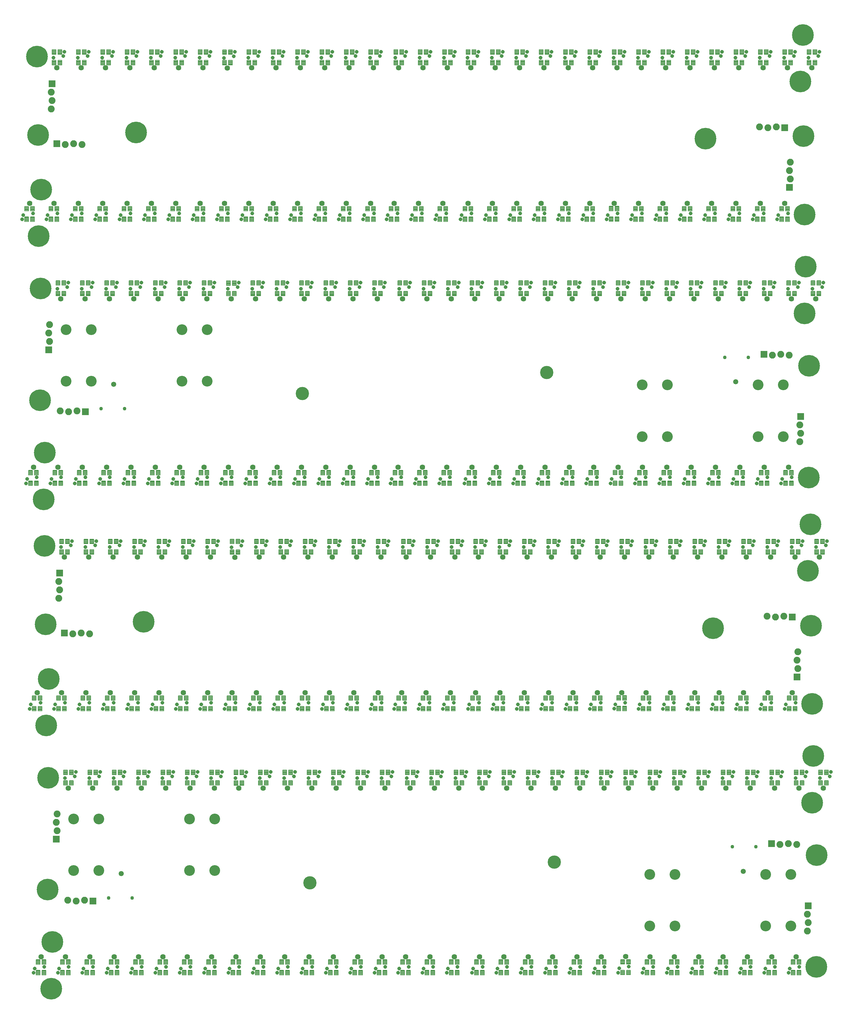
<source format=gbr>
G04 CAM350 V10.1.0 (Build 363) Date:  Sun Jan 09 00:50:29 2011 *
G04 Database: c:\projects\anibike project\hardware\anibike v2.7 bt\eagledir\anibike v2.7 bt\manufacturing\panelized_rev1.4.cam *
G04 Layer 4: AniBike_v2.7_BT_MainBoard.GBS *
G04 Composite: MASK_BOTTOM *
%FSLAX24Y24*%
%MOIN*%
%SFA1.000B1.000*%

%MIA0B0*%
%IPPOS*%
%ADD72C,0.25800*%
%ADD73C,0.15800*%
%ADD43C,0.04500*%
%ADD60C,0.00830*%
%ADD62C,0.12800*%
%ADD64C,0.06400*%
%ADD65C,0.04340*%
%ADD67R,0.08200X0.08200*%
%ADD68C,0.08200*%
%ADD69C,0.06110*%
%ADD105R,0.08200X0.08200*%
%LNAniBike_v2.7_BT_MainBoard.GBS*%
%LPD*%
G54D72*
X3025Y4261D03*
X3145Y9821D03*
X94105Y6861D03*
X94165Y20161D03*
G54D73*
X62935Y19351D03*
G54D62*
X74285Y17881D03*
X77285D03*
X88085D03*
X91085D03*
Y11741D03*
X88085D03*
X77285D03*
X74285D03*
G54D43*
X71799Y6890D03*
X70652Y6692D03*
X70519Y6170D03*
X73419Y6160D03*
X73552Y6682D03*
X74699Y6880D03*
X76452Y6682D03*
X77599Y6880D03*
X79352Y6682D03*
X80499Y6880D03*
X82252Y6682D03*
X83399Y6880D03*
X85152Y6682D03*
X86299Y6880D03*
X88052Y6682D03*
X89199Y6880D03*
X90952Y6682D03*
X92099Y6880D03*
X90819Y6160D03*
X87919D03*
X85019D03*
X82119D03*
X79219D03*
X76319D03*
X68899Y6880D03*
X67752Y6682D03*
X65999Y6880D03*
X64852Y6682D03*
X63099Y6880D03*
X61952Y6682D03*
X61819Y6160D03*
X64719D03*
X67619D03*
X60199Y6880D03*
X59052Y6682D03*
X58919Y6160D03*
X57299Y6880D03*
X56152Y6682D03*
X54399Y6880D03*
X53252Y6682D03*
X53119Y6160D03*
X50252Y6682D03*
X51399Y6880D03*
X50119Y6160D03*
X48499Y6880D03*
X47352Y6682D03*
X47219Y6160D03*
X45599Y6880D03*
X44452Y6682D03*
X42799Y6880D03*
X41652Y6682D03*
X41519Y6160D03*
X44319D03*
X39899Y6880D03*
X38752Y6682D03*
X38619Y6160D03*
X36999Y6880D03*
X35852Y6682D03*
X34099Y6880D03*
X32952Y6682D03*
X31199Y6880D03*
X30052Y6682D03*
X29919Y6160D03*
X32819D03*
X35719D03*
X28299Y6880D03*
X27152Y6682D03*
X27019Y6160D03*
X25399Y6880D03*
X24252Y6682D03*
X22499Y6880D03*
X21352Y6682D03*
X21219Y6160D03*
X18452Y6682D03*
X19599Y6880D03*
X18319Y6160D03*
X16699Y6880D03*
X15552Y6682D03*
X15419Y6160D03*
X13799Y6880D03*
X12652Y6682D03*
X10899Y6880D03*
X9752Y6682D03*
X9619Y6160D03*
X12519D03*
X7999Y6880D03*
X6852Y6682D03*
X6719Y6160D03*
X5099Y6880D03*
X3952Y6682D03*
X2199Y6880D03*
X1052Y6682D03*
X919Y6160D03*
X3819D03*
X24119D03*
X56019D03*
G54D64*
X56905Y8081D03*
X54005D03*
X51005D03*
X48105D03*
X45205D03*
X42405D03*
X39505D03*
X36605D03*
X33705D03*
X30805D03*
X27905D03*
X25005D03*
X22105D03*
X19205D03*
X16305D03*
X13405D03*
X10505D03*
X7605D03*
X4705D03*
X1805D03*
X59805D03*
X62705D03*
X65605D03*
X68505D03*
X71405Y8091D03*
X74305Y8081D03*
X77205D03*
X80105D03*
X83005D03*
X85905D03*
X88805D03*
X91705D03*
G54D65*
X86923Y21161D03*
X84128D03*
G54D67*
X88785Y21521D03*
X93155Y14141D03*
G54D68*
X93055Y13141D03*
X93155Y12141D03*
X93055Y11141D03*
X91785Y21421D03*
X90785Y21521D03*
X89785Y21421D03*
G54D69*
X85405Y18251D03*
G54D72*
X93742Y31954D03*
X93622Y26394D03*
X2662Y29354D03*
X2602Y16054D03*
G54D73*
X33832Y16864D03*
G54D62*
X22482Y18334D03*
X19482D03*
X8682D03*
X5682D03*
Y24474D03*
X8682D03*
X19482D03*
X22482D03*
G54D43*
X24968Y29325D03*
X26115Y29523D03*
X26248Y30045D03*
X23348Y30055D03*
X23215Y29533D03*
X22068Y29335D03*
X20315Y29533D03*
X19168Y29335D03*
X17415Y29533D03*
X16268Y29335D03*
X14515Y29533D03*
X13368Y29335D03*
X11615Y29533D03*
X10468Y29335D03*
X8715Y29533D03*
X7568Y29335D03*
X5815Y29533D03*
X4668Y29335D03*
X5948Y30055D03*
X8848D03*
X11748D03*
X14648D03*
X17548D03*
X20448D03*
X27868Y29335D03*
X29015Y29533D03*
X30768Y29335D03*
X31915Y29533D03*
X33668Y29335D03*
X34815Y29533D03*
X34948Y30055D03*
X32048D03*
X29148D03*
X36568Y29335D03*
X37715Y29533D03*
X37848Y30055D03*
X39468Y29335D03*
X40615Y29533D03*
X42368Y29335D03*
X43515Y29533D03*
X43648Y30055D03*
X46515Y29533D03*
X45368Y29335D03*
X46648Y30055D03*
X48268Y29335D03*
X49415Y29533D03*
X49548Y30055D03*
X51168Y29335D03*
X52315Y29533D03*
X53968Y29335D03*
X55115Y29533D03*
X55248Y30055D03*
X52448D03*
X56868Y29335D03*
X58015Y29533D03*
X58148Y30055D03*
X59768Y29335D03*
X60915Y29533D03*
X62668Y29335D03*
X63815Y29533D03*
X65568Y29335D03*
X66715Y29533D03*
X66848Y30055D03*
X63948D03*
X61048D03*
X68468Y29335D03*
X69615Y29533D03*
X69748Y30055D03*
X71368Y29335D03*
X72515Y29533D03*
X74268Y29335D03*
X75415Y29533D03*
X75548Y30055D03*
X78315Y29533D03*
X77168Y29335D03*
X78448Y30055D03*
X80068Y29335D03*
X81215Y29533D03*
X81348Y30055D03*
X82968Y29335D03*
X84115Y29533D03*
X85868Y29335D03*
X87015Y29533D03*
X87148Y30055D03*
X84248D03*
X88768Y29335D03*
X89915Y29533D03*
X90048Y30055D03*
X91668Y29335D03*
X92815Y29533D03*
X94568Y29335D03*
X95715Y29533D03*
X95848Y30055D03*
X92948D03*
X72648D03*
X40748D03*
G54D64*
X39862Y28134D03*
X42762D03*
X45762D03*
X48662D03*
X51562D03*
X54362D03*
X57262D03*
X60162D03*
X63062D03*
X65962D03*
X68862D03*
X71762D03*
X74662D03*
X77562D03*
X80462D03*
X83362D03*
X86262D03*
X89162D03*
X92062D03*
X94962D03*
X36962D03*
X34062D03*
X31162D03*
X28262D03*
X25362Y28124D03*
X22462Y28134D03*
X19562D03*
X16662D03*
X13762D03*
X10862D03*
X7962D03*
X5062D03*
G54D65*
X9844Y15054D03*
X12639D03*
G54D105*
X7982Y14694D03*
X3612Y22074D03*
G54D68*
X3712Y23074D03*
X3612Y24074D03*
X3712Y25074D03*
X4982Y14794D03*
X5982Y14694D03*
X6982Y14794D03*
G54D69*
X11362Y17964D03*
G54D72*
X2125Y62502D03*
X2245Y68062D03*
X93205Y65102D03*
X93265Y78402D03*
G54D73*
X62035Y77592D03*
G54D62*
X73385Y76122D03*
X76385D03*
X87185D03*
X90185D03*
Y69982D03*
X87185D03*
X76385D03*
X73385D03*
G54D43*
X70899Y65131D03*
X69752Y64933D03*
X69619Y64411D03*
X72519Y64401D03*
X72652Y64923D03*
X73799Y65121D03*
X75552Y64923D03*
X76699Y65121D03*
X78452Y64923D03*
X79599Y65121D03*
X81352Y64923D03*
X82499Y65121D03*
X84252Y64923D03*
X85399Y65121D03*
X87152Y64923D03*
X88299Y65121D03*
X90052Y64923D03*
X91199Y65121D03*
X89919Y64401D03*
X87019D03*
X84119D03*
X81219D03*
X78319D03*
X75419D03*
X67999Y65121D03*
X66852Y64923D03*
X65099Y65121D03*
X63952Y64923D03*
X62199Y65121D03*
X61052Y64923D03*
X60919Y64401D03*
X63819D03*
X66719D03*
X59299Y65121D03*
X58152Y64923D03*
X58019Y64401D03*
X56399Y65121D03*
X55252Y64923D03*
X53499Y65121D03*
X52352Y64923D03*
X52219Y64401D03*
X49352Y64923D03*
X50499Y65121D03*
X49219Y64401D03*
X47599Y65121D03*
X46452Y64923D03*
X46319Y64401D03*
X44699Y65121D03*
X43552Y64923D03*
X41899Y65121D03*
X40752Y64923D03*
X40619Y64401D03*
X43419D03*
X38999Y65121D03*
X37852Y64923D03*
X37719Y64401D03*
X36099Y65121D03*
X34952Y64923D03*
X33199Y65121D03*
X32052Y64923D03*
X30299Y65121D03*
X29152Y64923D03*
X29019Y64401D03*
X31919D03*
X34819D03*
X27399Y65121D03*
X26252Y64923D03*
X26119Y64401D03*
X24499Y65121D03*
X23352Y64923D03*
X21599Y65121D03*
X20452Y64923D03*
X20319Y64401D03*
X17552Y64923D03*
X18699Y65121D03*
X17419Y64401D03*
X15799Y65121D03*
X14652Y64923D03*
X14519Y64401D03*
X12899Y65121D03*
X11752Y64923D03*
X9999Y65121D03*
X8852Y64923D03*
X8719Y64401D03*
X11619D03*
X7099Y65121D03*
X5952Y64923D03*
X5819Y64401D03*
X4199Y65121D03*
X3052Y64923D03*
X1299Y65121D03*
X152Y64923D03*
X19Y64401D03*
X2919D03*
X23219D03*
X55119D03*
G54D64*
X56005Y66322D03*
X53105D03*
X50105D03*
X47205D03*
X44305D03*
X41505D03*
X38605D03*
X35705D03*
X32805D03*
X29905D03*
X27005D03*
X24105D03*
X21205D03*
X18305D03*
X15405D03*
X12505D03*
X9605D03*
X6705D03*
X3805D03*
X905D03*
X58905D03*
X61805D03*
X64705D03*
X67605D03*
X70505Y66332D03*
X73405Y66322D03*
X76305D03*
X79205D03*
X82105D03*
X85005D03*
X87905D03*
X90805D03*
G54D65*
X86023Y79402D03*
X83228D03*
G54D67*
X87885Y79762D03*
X92255Y72382D03*
G54D68*
X92155Y71382D03*
X92255Y70382D03*
X92155Y69382D03*
X90885Y79662D03*
X89885Y79762D03*
X88885Y79662D03*
G54D69*
X84505Y76492D03*
G54D72*
X92842Y90195D03*
X92722Y84635D03*
X1762Y87595D03*
X1702Y74295D03*
G54D73*
X32932Y75105D03*
G54D62*
X21582Y76575D03*
X18582D03*
X7782D03*
X4782D03*
Y82715D03*
X7782D03*
X18582D03*
X21582D03*
G54D43*
X24068Y87566D03*
X25215Y87764D03*
X25348Y88286D03*
X22448Y88296D03*
X22315Y87774D03*
X21168Y87576D03*
X19415Y87774D03*
X18268Y87576D03*
X16515Y87774D03*
X15368Y87576D03*
X13615Y87774D03*
X12468Y87576D03*
X10715Y87774D03*
X9568Y87576D03*
X7815Y87774D03*
X6668Y87576D03*
X4915Y87774D03*
X3768Y87576D03*
X5048Y88296D03*
X7948D03*
X10848D03*
X13748D03*
X16648D03*
X19548D03*
X26968Y87576D03*
X28115Y87774D03*
X29868Y87576D03*
X31015Y87774D03*
X32768Y87576D03*
X33915Y87774D03*
X34048Y88296D03*
X31148D03*
X28248D03*
X35668Y87576D03*
X36815Y87774D03*
X36948Y88296D03*
X38568Y87576D03*
X39715Y87774D03*
X41468Y87576D03*
X42615Y87774D03*
X42748Y88296D03*
X45615Y87774D03*
X44468Y87576D03*
X45748Y88296D03*
X47368Y87576D03*
X48515Y87774D03*
X48648Y88296D03*
X50268Y87576D03*
X51415Y87774D03*
X53068Y87576D03*
X54215Y87774D03*
X54348Y88296D03*
X51548D03*
X55968Y87576D03*
X57115Y87774D03*
X57248Y88296D03*
X58868Y87576D03*
X60015Y87774D03*
X61768Y87576D03*
X62915Y87774D03*
X64668Y87576D03*
X65815Y87774D03*
X65948Y88296D03*
X63048D03*
X60148D03*
X67568Y87576D03*
X68715Y87774D03*
X68848Y88296D03*
X70468Y87576D03*
X71615Y87774D03*
X73368Y87576D03*
X74515Y87774D03*
X74648Y88296D03*
X77415Y87774D03*
X76268Y87576D03*
X77548Y88296D03*
X79168Y87576D03*
X80315Y87774D03*
X80448Y88296D03*
X82068Y87576D03*
X83215Y87774D03*
X84968Y87576D03*
X86115Y87774D03*
X86248Y88296D03*
X83348D03*
X87868Y87576D03*
X89015Y87774D03*
X89148Y88296D03*
X90768Y87576D03*
X91915Y87774D03*
X93668Y87576D03*
X94815Y87774D03*
X94948Y88296D03*
X92048D03*
X71748D03*
X39848D03*
G54D64*
X38962Y86375D03*
X41862D03*
X44862D03*
X47762D03*
X50662D03*
X53462D03*
X56362D03*
X59262D03*
X62162D03*
X65062D03*
X67962D03*
X70862D03*
X73762D03*
X76662D03*
X79562D03*
X82462D03*
X85362D03*
X88262D03*
X91162D03*
X94062D03*
X36062D03*
X33162D03*
X30262D03*
X27362D03*
X24462Y86365D03*
X21562Y86375D03*
X18662D03*
X15762D03*
X12862D03*
X9962D03*
X7062D03*
X4162D03*
G54D65*
X8944Y73295D03*
X11739D03*
G54D105*
X7082Y72935D03*
X2712Y80315D03*
G54D68*
X2812Y81315D03*
X2712Y82315D03*
X2812Y83315D03*
X4082Y73035D03*
X5082Y72935D03*
X6082Y73035D03*
G54D69*
X10462Y76205D03*
G54D60*
X74186Y7177D02*
G01X73716D01*
Y7725*
X74186*
Y7177*
Y7259D02*
G01X73716D01*
Y7341D02*
G01X74186D01*
Y7423D02*
G01X73716D01*
Y7505D02*
G01X74186D01*
Y7587D02*
G01X73716D01*
Y7669D02*
G01X74186D01*
X74405Y7177D02*
G01X74875D01*
X74405D02*
G01Y7725D01*
X74875*
Y7177*
Y7259D02*
G01X74405D01*
Y7341D02*
G01X74875D01*
Y7423D02*
G01X74405D01*
Y7505D02*
G01X74875D01*
Y7587D02*
G01X74405D01*
Y7669D02*
G01X74875D01*
X76616Y7177D02*
G01X77086D01*
X76616D02*
G01Y7725D01*
X77086*
Y7177*
Y7259D02*
G01X76616D01*
Y7341D02*
G01X77086D01*
Y7423D02*
G01X76616D01*
Y7505D02*
G01X77086D01*
Y7587D02*
G01X76616D01*
Y7669D02*
G01X77086D01*
X77305Y7177D02*
G01X77775D01*
X77305D02*
G01Y7725D01*
X77775*
Y7177*
Y7259D02*
G01X77305D01*
Y7341D02*
G01X77775D01*
Y7423D02*
G01X77305D01*
Y7505D02*
G01X77775D01*
Y7587D02*
G01X77305D01*
Y7669D02*
G01X77775D01*
X79516Y7177D02*
G01X79986D01*
X79516D02*
G01Y7725D01*
X79986*
Y7177*
Y7259D02*
G01X79516D01*
Y7341D02*
G01X79986D01*
Y7423D02*
G01X79516D01*
Y7505D02*
G01X79986D01*
Y7587D02*
G01X79516D01*
Y7669D02*
G01X79986D01*
X80205Y7177D02*
G01X80675D01*
X80205D02*
G01Y7725D01*
X80675*
Y7177*
Y7259D02*
G01X80205D01*
Y7341D02*
G01X80675D01*
Y7423D02*
G01X80205D01*
Y7505D02*
G01X80675D01*
Y7587D02*
G01X80205D01*
Y7669D02*
G01X80675D01*
X82416Y7177D02*
G01X82886D01*
X82416D02*
G01Y7725D01*
X82886*
Y7177*
Y7259D02*
G01X82416D01*
Y7341D02*
G01X82886D01*
Y7423D02*
G01X82416D01*
Y7505D02*
G01X82886D01*
Y7587D02*
G01X82416D01*
Y7669D02*
G01X82886D01*
X83105Y7177D02*
G01X83575D01*
X83105D02*
G01Y7725D01*
X83575*
Y7177*
Y7259D02*
G01X83105D01*
Y7341D02*
G01X83575D01*
Y7423D02*
G01X83105D01*
Y7505D02*
G01X83575D01*
Y7587D02*
G01X83105D01*
Y7669D02*
G01X83575D01*
X85316Y7177D02*
G01X85786D01*
X85316D02*
G01Y7725D01*
X85786*
Y7177*
Y7259D02*
G01X85316D01*
Y7341D02*
G01X85786D01*
Y7423D02*
G01X85316D01*
Y7505D02*
G01X85786D01*
Y7587D02*
G01X85316D01*
Y7669D02*
G01X85786D01*
X86005Y7177D02*
G01X86475D01*
X86005D02*
G01Y7725D01*
X86475*
Y7177*
Y7259D02*
G01X86005D01*
Y7341D02*
G01X86475D01*
Y7423D02*
G01X86005D01*
Y7505D02*
G01X86475D01*
Y7587D02*
G01X86005D01*
Y7669D02*
G01X86475D01*
X88216Y7177D02*
G01X88686D01*
X88216D02*
G01Y7725D01*
X88686*
Y7177*
Y7259D02*
G01X88216D01*
Y7341D02*
G01X88686D01*
Y7423D02*
G01X88216D01*
Y7505D02*
G01X88686D01*
Y7587D02*
G01X88216D01*
Y7669D02*
G01X88686D01*
X88905Y7177D02*
G01X89375D01*
X88905D02*
G01Y7725D01*
X89375*
Y7177*
Y7259D02*
G01X88905D01*
Y7341D02*
G01X89375D01*
Y7423D02*
G01X88905D01*
Y7505D02*
G01X89375D01*
Y7587D02*
G01X88905D01*
Y7669D02*
G01X89375D01*
X91116Y7177D02*
G01X91586D01*
X91116D02*
G01Y7725D01*
X91586*
Y7177*
Y7259D02*
G01X91116D01*
Y7341D02*
G01X91586D01*
Y7423D02*
G01X91116D01*
Y7505D02*
G01X91586D01*
Y7587D02*
G01X91116D01*
Y7669D02*
G01X91586D01*
X91805Y7177D02*
G01X92275D01*
X91805D02*
G01Y7725D01*
X92275*
Y7177*
Y7259D02*
G01X91805D01*
Y7341D02*
G01X92275D01*
Y7423D02*
G01X91805D01*
Y7505D02*
G01X92275D01*
Y7587D02*
G01X91805D01*
Y7669D02*
G01X92275D01*
Y5917D02*
G01X91805D01*
Y6465*
X92275*
Y5917*
Y5999D02*
G01X91805D01*
Y6081D02*
G01X92275D01*
Y6163D02*
G01X91805D01*
Y6245D02*
G01X92275D01*
Y6327D02*
G01X91805D01*
Y6409D02*
G01X92275D01*
X91586Y5917D02*
G01X91116D01*
Y6465*
X91586*
Y5917*
Y5999D02*
G01X91116D01*
Y6081D02*
G01X91586D01*
Y6163D02*
G01X91116D01*
Y6245D02*
G01X91586D01*
Y6327D02*
G01X91116D01*
Y6409D02*
G01X91586D01*
X89375Y5917D02*
G01X88905D01*
Y6465*
X89375*
Y5917*
Y5999D02*
G01X88905D01*
Y6081D02*
G01X89375D01*
Y6163D02*
G01X88905D01*
Y6245D02*
G01X89375D01*
Y6327D02*
G01X88905D01*
Y6409D02*
G01X89375D01*
X88686Y5917D02*
G01X88216D01*
Y6465*
X88686*
Y5917*
Y5999D02*
G01X88216D01*
Y6081D02*
G01X88686D01*
Y6163D02*
G01X88216D01*
Y6245D02*
G01X88686D01*
Y6327D02*
G01X88216D01*
Y6409D02*
G01X88686D01*
X86475Y5917D02*
G01X86005D01*
Y6465*
X86475*
Y5917*
Y5999D02*
G01X86005D01*
Y6081D02*
G01X86475D01*
Y6163D02*
G01X86005D01*
Y6245D02*
G01X86475D01*
Y6327D02*
G01X86005D01*
Y6409D02*
G01X86475D01*
X85786Y5917D02*
G01X85316D01*
Y6465*
X85786*
Y5917*
Y5999D02*
G01X85316D01*
Y6081D02*
G01X85786D01*
Y6163D02*
G01X85316D01*
Y6245D02*
G01X85786D01*
Y6327D02*
G01X85316D01*
Y6409D02*
G01X85786D01*
X83575Y5917D02*
G01X83105D01*
Y6465*
X83575*
Y5917*
Y5999D02*
G01X83105D01*
Y6081D02*
G01X83575D01*
Y6163D02*
G01X83105D01*
Y6245D02*
G01X83575D01*
Y6327D02*
G01X83105D01*
Y6409D02*
G01X83575D01*
X82886Y5917D02*
G01X82416D01*
Y6465*
X82886*
Y5917*
Y5999D02*
G01X82416D01*
Y6081D02*
G01X82886D01*
Y6163D02*
G01X82416D01*
Y6245D02*
G01X82886D01*
Y6327D02*
G01X82416D01*
Y6409D02*
G01X82886D01*
X80675Y5917D02*
G01X80205D01*
Y6465*
X80675*
Y5917*
Y5999D02*
G01X80205D01*
Y6081D02*
G01X80675D01*
Y6163D02*
G01X80205D01*
Y6245D02*
G01X80675D01*
Y6327D02*
G01X80205D01*
Y6409D02*
G01X80675D01*
X79986Y5917D02*
G01X79516D01*
Y6465*
X79986*
Y5917*
Y5999D02*
G01X79516D01*
Y6081D02*
G01X79986D01*
Y6163D02*
G01X79516D01*
Y6245D02*
G01X79986D01*
Y6327D02*
G01X79516D01*
Y6409D02*
G01X79986D01*
X77775Y5917D02*
G01X77305D01*
Y6465*
X77775*
Y5917*
Y5999D02*
G01X77305D01*
Y6081D02*
G01X77775D01*
Y6163D02*
G01X77305D01*
Y6245D02*
G01X77775D01*
Y6327D02*
G01X77305D01*
Y6409D02*
G01X77775D01*
X77086Y5917D02*
G01X76616D01*
Y6465*
X77086*
Y5917*
Y5999D02*
G01X76616D01*
Y6081D02*
G01X77086D01*
Y6163D02*
G01X76616D01*
Y6245D02*
G01X77086D01*
Y6327D02*
G01X76616D01*
Y6409D02*
G01X77086D01*
X74875Y5917D02*
G01X74405D01*
Y6465*
X74875*
Y5917*
Y5999D02*
G01X74405D01*
Y6081D02*
G01X74875D01*
Y6163D02*
G01X74405D01*
Y6245D02*
G01X74875D01*
Y6327D02*
G01X74405D01*
Y6409D02*
G01X74875D01*
X74186Y5917D02*
G01X73716D01*
Y6465*
X74186*
Y5917*
Y5999D02*
G01X73716D01*
Y6081D02*
G01X74186D01*
Y6163D02*
G01X73716D01*
Y6245D02*
G01X74186D01*
Y6327D02*
G01X73716D01*
Y6409D02*
G01X74186D01*
X71975Y5927D02*
G01X71505D01*
Y6475*
X71975*
Y5927*
Y6009D02*
G01X71505D01*
Y6091D02*
G01X71975D01*
Y6173D02*
G01X71505D01*
Y6255D02*
G01X71975D01*
Y6337D02*
G01X71505D01*
Y6419D02*
G01X71975D01*
X71286Y5927D02*
G01X70816D01*
Y6475*
X71286*
Y5927*
Y6009D02*
G01X70816D01*
Y6091D02*
G01X71286D01*
Y6173D02*
G01X70816D01*
Y6255D02*
G01X71286D01*
Y6337D02*
G01X70816D01*
Y6419D02*
G01X71286D01*
X69075Y5917D02*
G01X68605D01*
Y6465*
X69075*
Y5917*
Y5999D02*
G01X68605D01*
Y6081D02*
G01X69075D01*
Y6163D02*
G01X68605D01*
Y6245D02*
G01X69075D01*
Y6327D02*
G01X68605D01*
Y6409D02*
G01X69075D01*
X68386Y5917D02*
G01X67916D01*
Y6465*
X68386*
Y5917*
Y5999D02*
G01X67916D01*
Y6081D02*
G01X68386D01*
Y6163D02*
G01X67916D01*
Y6245D02*
G01X68386D01*
Y6327D02*
G01X67916D01*
Y6409D02*
G01X68386D01*
X66175Y5917D02*
G01X65705D01*
Y6465*
X66175*
Y5917*
Y5999D02*
G01X65705D01*
Y6081D02*
G01X66175D01*
Y6163D02*
G01X65705D01*
Y6245D02*
G01X66175D01*
Y6327D02*
G01X65705D01*
Y6409D02*
G01X66175D01*
X65486Y5917D02*
G01X65016D01*
Y6465*
X65486*
Y5917*
Y5999D02*
G01X65016D01*
Y6081D02*
G01X65486D01*
Y6163D02*
G01X65016D01*
Y6245D02*
G01X65486D01*
Y6327D02*
G01X65016D01*
Y6409D02*
G01X65486D01*
X63275Y5917D02*
G01X62805D01*
Y6465*
X63275*
Y5917*
Y5999D02*
G01X62805D01*
Y6081D02*
G01X63275D01*
Y6163D02*
G01X62805D01*
Y6245D02*
G01X63275D01*
Y6327D02*
G01X62805D01*
Y6409D02*
G01X63275D01*
X62586Y5917D02*
G01X62116D01*
Y6465*
X62586*
Y5917*
Y5999D02*
G01X62116D01*
Y6081D02*
G01X62586D01*
Y6163D02*
G01X62116D01*
Y6245D02*
G01X62586D01*
Y6327D02*
G01X62116D01*
Y6409D02*
G01X62586D01*
X60375Y5917D02*
G01X59905D01*
Y6465*
X60375*
Y5917*
Y5999D02*
G01X59905D01*
Y6081D02*
G01X60375D01*
Y6163D02*
G01X59905D01*
Y6245D02*
G01X60375D01*
Y6327D02*
G01X59905D01*
Y6409D02*
G01X60375D01*
X59686Y5917D02*
G01X59216D01*
Y6465*
X59686*
Y5917*
Y5999D02*
G01X59216D01*
Y6081D02*
G01X59686D01*
Y6163D02*
G01X59216D01*
Y6245D02*
G01X59686D01*
Y6327D02*
G01X59216D01*
Y6409D02*
G01X59686D01*
X57475Y5917D02*
G01X57005D01*
Y6465*
X57475*
Y5917*
Y5999D02*
G01X57005D01*
Y6081D02*
G01X57475D01*
Y6163D02*
G01X57005D01*
Y6245D02*
G01X57475D01*
Y6327D02*
G01X57005D01*
Y6409D02*
G01X57475D01*
X56786Y5917D02*
G01X56316D01*
Y6465*
X56786*
Y5917*
Y5999D02*
G01X56316D01*
Y6081D02*
G01X56786D01*
Y6163D02*
G01X56316D01*
Y6245D02*
G01X56786D01*
Y6327D02*
G01X56316D01*
Y6409D02*
G01X56786D01*
X54575Y5917D02*
G01X54105D01*
Y6465*
X54575*
Y5917*
Y5999D02*
G01X54105D01*
Y6081D02*
G01X54575D01*
Y6163D02*
G01X54105D01*
Y6245D02*
G01X54575D01*
Y6327D02*
G01X54105D01*
Y6409D02*
G01X54575D01*
X53886Y5917D02*
G01X53416D01*
Y6465*
X53886*
Y5917*
Y5999D02*
G01X53416D01*
Y6081D02*
G01X53886D01*
Y6163D02*
G01X53416D01*
Y6245D02*
G01X53886D01*
Y6327D02*
G01X53416D01*
Y6409D02*
G01X53886D01*
X51575Y5917D02*
G01X51105D01*
Y6465*
X51575*
Y5917*
Y5999D02*
G01X51105D01*
Y6081D02*
G01X51575D01*
Y6163D02*
G01X51105D01*
Y6245D02*
G01X51575D01*
Y6327D02*
G01X51105D01*
Y6409D02*
G01X51575D01*
X50886Y5917D02*
G01X50416D01*
Y6465*
X50886*
Y5917*
Y5999D02*
G01X50416D01*
Y6081D02*
G01X50886D01*
Y6163D02*
G01X50416D01*
Y6245D02*
G01X50886D01*
Y6327D02*
G01X50416D01*
Y6409D02*
G01X50886D01*
X48675Y5917D02*
G01X48205D01*
Y6465*
X48675*
Y5917*
Y5999D02*
G01X48205D01*
Y6081D02*
G01X48675D01*
Y6163D02*
G01X48205D01*
Y6245D02*
G01X48675D01*
Y6327D02*
G01X48205D01*
Y6409D02*
G01X48675D01*
X47986Y5917D02*
G01X47516D01*
Y6465*
X47986*
Y5917*
Y5999D02*
G01X47516D01*
Y6081D02*
G01X47986D01*
Y6163D02*
G01X47516D01*
Y6245D02*
G01X47986D01*
Y6327D02*
G01X47516D01*
Y6409D02*
G01X47986D01*
X45775Y5917D02*
G01X45305D01*
Y6465*
X45775*
Y5917*
Y5999D02*
G01X45305D01*
Y6081D02*
G01X45775D01*
Y6163D02*
G01X45305D01*
Y6245D02*
G01X45775D01*
Y6327D02*
G01X45305D01*
Y6409D02*
G01X45775D01*
X45086Y5917D02*
G01X44616D01*
Y6465*
X45086*
Y5917*
Y5999D02*
G01X44616D01*
Y6081D02*
G01X45086D01*
Y6163D02*
G01X44616D01*
Y6245D02*
G01X45086D01*
Y6327D02*
G01X44616D01*
Y6409D02*
G01X45086D01*
X42975Y5917D02*
G01X42505D01*
Y6465*
X42975*
Y5917*
Y5999D02*
G01X42505D01*
Y6081D02*
G01X42975D01*
Y6163D02*
G01X42505D01*
Y6245D02*
G01X42975D01*
Y6327D02*
G01X42505D01*
Y6409D02*
G01X42975D01*
X42286Y5917D02*
G01X41816D01*
Y6465*
X42286*
Y5917*
Y5999D02*
G01X41816D01*
Y6081D02*
G01X42286D01*
Y6163D02*
G01X41816D01*
Y6245D02*
G01X42286D01*
Y6327D02*
G01X41816D01*
Y6409D02*
G01X42286D01*
X40075Y5917D02*
G01X39605D01*
Y6465*
X40075*
Y5917*
Y5999D02*
G01X39605D01*
Y6081D02*
G01X40075D01*
Y6163D02*
G01X39605D01*
Y6245D02*
G01X40075D01*
Y6327D02*
G01X39605D01*
Y6409D02*
G01X40075D01*
X39386Y5917D02*
G01X38916D01*
Y6465*
X39386*
Y5917*
Y5999D02*
G01X38916D01*
Y6081D02*
G01X39386D01*
Y6163D02*
G01X38916D01*
Y6245D02*
G01X39386D01*
Y6327D02*
G01X38916D01*
Y6409D02*
G01X39386D01*
X37175Y5917D02*
G01X36705D01*
Y6465*
X37175*
Y5917*
Y5999D02*
G01X36705D01*
Y6081D02*
G01X37175D01*
Y6163D02*
G01X36705D01*
Y6245D02*
G01X37175D01*
Y6327D02*
G01X36705D01*
Y6409D02*
G01X37175D01*
X36486Y5917D02*
G01X36016D01*
Y6465*
X36486*
Y5917*
Y5999D02*
G01X36016D01*
Y6081D02*
G01X36486D01*
Y6163D02*
G01X36016D01*
Y6245D02*
G01X36486D01*
Y6327D02*
G01X36016D01*
Y6409D02*
G01X36486D01*
X34275Y5917D02*
G01X33805D01*
Y6465*
X34275*
Y5917*
Y5999D02*
G01X33805D01*
Y6081D02*
G01X34275D01*
Y6163D02*
G01X33805D01*
Y6245D02*
G01X34275D01*
Y6327D02*
G01X33805D01*
Y6409D02*
G01X34275D01*
X33586Y5917D02*
G01X33116D01*
Y6465*
X33586*
Y5917*
Y5999D02*
G01X33116D01*
Y6081D02*
G01X33586D01*
Y6163D02*
G01X33116D01*
Y6245D02*
G01X33586D01*
Y6327D02*
G01X33116D01*
Y6409D02*
G01X33586D01*
X31375Y5917D02*
G01X30905D01*
Y6465*
X31375*
Y5917*
Y5999D02*
G01X30905D01*
Y6081D02*
G01X31375D01*
Y6163D02*
G01X30905D01*
Y6245D02*
G01X31375D01*
Y6327D02*
G01X30905D01*
Y6409D02*
G01X31375D01*
X30686Y5917D02*
G01X30216D01*
Y6465*
X30686*
Y5917*
Y5999D02*
G01X30216D01*
Y6081D02*
G01X30686D01*
Y6163D02*
G01X30216D01*
Y6245D02*
G01X30686D01*
Y6327D02*
G01X30216D01*
Y6409D02*
G01X30686D01*
X28475Y5917D02*
G01X28005D01*
Y6465*
X28475*
Y5917*
Y5999D02*
G01X28005D01*
Y6081D02*
G01X28475D01*
Y6163D02*
G01X28005D01*
Y6245D02*
G01X28475D01*
Y6327D02*
G01X28005D01*
Y6409D02*
G01X28475D01*
X27786Y5917D02*
G01X27316D01*
Y6465*
X27786*
Y5917*
Y5999D02*
G01X27316D01*
Y6081D02*
G01X27786D01*
Y6163D02*
G01X27316D01*
Y6245D02*
G01X27786D01*
Y6327D02*
G01X27316D01*
Y6409D02*
G01X27786D01*
X25575Y5917D02*
G01X25105D01*
Y6465*
X25575*
Y5917*
Y5999D02*
G01X25105D01*
Y6081D02*
G01X25575D01*
Y6163D02*
G01X25105D01*
Y6245D02*
G01X25575D01*
Y6327D02*
G01X25105D01*
Y6409D02*
G01X25575D01*
X24886Y5917D02*
G01X24416D01*
Y6465*
X24886*
Y5917*
Y5999D02*
G01X24416D01*
Y6081D02*
G01X24886D01*
Y6163D02*
G01X24416D01*
Y6245D02*
G01X24886D01*
Y6327D02*
G01X24416D01*
Y6409D02*
G01X24886D01*
X22675Y5917D02*
G01X22205D01*
Y6465*
X22675*
Y5917*
Y5999D02*
G01X22205D01*
Y6081D02*
G01X22675D01*
Y6163D02*
G01X22205D01*
Y6245D02*
G01X22675D01*
Y6327D02*
G01X22205D01*
Y6409D02*
G01X22675D01*
X21986Y5917D02*
G01X21516D01*
Y6465*
X21986*
Y5917*
Y5999D02*
G01X21516D01*
Y6081D02*
G01X21986D01*
Y6163D02*
G01X21516D01*
Y6245D02*
G01X21986D01*
Y6327D02*
G01X21516D01*
Y6409D02*
G01X21986D01*
X19775Y5917D02*
G01X19305D01*
Y6465*
X19775*
Y5917*
Y5999D02*
G01X19305D01*
Y6081D02*
G01X19775D01*
Y6163D02*
G01X19305D01*
Y6245D02*
G01X19775D01*
Y6327D02*
G01X19305D01*
Y6409D02*
G01X19775D01*
X19086Y5917D02*
G01X18616D01*
Y6465*
X19086*
Y5917*
Y5999D02*
G01X18616D01*
Y6081D02*
G01X19086D01*
Y6163D02*
G01X18616D01*
Y6245D02*
G01X19086D01*
Y6327D02*
G01X18616D01*
Y6409D02*
G01X19086D01*
X16875Y5917D02*
G01X16405D01*
Y6465*
X16875*
Y5917*
Y5999D02*
G01X16405D01*
Y6081D02*
G01X16875D01*
Y6163D02*
G01X16405D01*
Y6245D02*
G01X16875D01*
Y6327D02*
G01X16405D01*
Y6409D02*
G01X16875D01*
X16186Y5917D02*
G01X15716D01*
Y6465*
X16186*
Y5917*
Y5999D02*
G01X15716D01*
Y6081D02*
G01X16186D01*
Y6163D02*
G01X15716D01*
Y6245D02*
G01X16186D01*
Y6327D02*
G01X15716D01*
Y6409D02*
G01X16186D01*
X13975Y5917D02*
G01X13505D01*
Y6465*
X13975*
Y5917*
Y5999D02*
G01X13505D01*
Y6081D02*
G01X13975D01*
Y6163D02*
G01X13505D01*
Y6245D02*
G01X13975D01*
Y6327D02*
G01X13505D01*
Y6409D02*
G01X13975D01*
X13286Y5917D02*
G01X12816D01*
Y6465*
X13286*
Y5917*
Y5999D02*
G01X12816D01*
Y6081D02*
G01X13286D01*
Y6163D02*
G01X12816D01*
Y6245D02*
G01X13286D01*
Y6327D02*
G01X12816D01*
Y6409D02*
G01X13286D01*
X11075Y5917D02*
G01X10605D01*
Y6465*
X11075*
Y5917*
Y5999D02*
G01X10605D01*
Y6081D02*
G01X11075D01*
Y6163D02*
G01X10605D01*
Y6245D02*
G01X11075D01*
Y6327D02*
G01X10605D01*
Y6409D02*
G01X11075D01*
X10386Y5917D02*
G01X9916D01*
Y6465*
X10386*
Y5917*
Y5999D02*
G01X9916D01*
Y6081D02*
G01X10386D01*
Y6163D02*
G01X9916D01*
Y6245D02*
G01X10386D01*
Y6327D02*
G01X9916D01*
Y6409D02*
G01X10386D01*
X8175Y5917D02*
G01X7705D01*
Y6465*
X8175*
Y5917*
Y5999D02*
G01X7705D01*
Y6081D02*
G01X8175D01*
Y6163D02*
G01X7705D01*
Y6245D02*
G01X8175D01*
Y6327D02*
G01X7705D01*
Y6409D02*
G01X8175D01*
X7486Y5917D02*
G01X7016D01*
Y6465*
X7486*
Y5917*
Y5999D02*
G01X7016D01*
Y6081D02*
G01X7486D01*
Y6163D02*
G01X7016D01*
Y6245D02*
G01X7486D01*
Y6327D02*
G01X7016D01*
Y6409D02*
G01X7486D01*
X5275Y5917D02*
G01X4805D01*
Y6465*
X5275*
Y5917*
Y5999D02*
G01X4805D01*
Y6081D02*
G01X5275D01*
Y6163D02*
G01X4805D01*
Y6245D02*
G01X5275D01*
Y6327D02*
G01X4805D01*
Y6409D02*
G01X5275D01*
X4586Y5917D02*
G01X4116D01*
Y6465*
X4586*
Y5917*
Y5999D02*
G01X4116D01*
Y6081D02*
G01X4586D01*
Y6163D02*
G01X4116D01*
Y6245D02*
G01X4586D01*
Y6327D02*
G01X4116D01*
Y6409D02*
G01X4586D01*
X2375Y5917D02*
G01X1905D01*
Y6465*
X2375*
Y5917*
Y5999D02*
G01X1905D01*
Y6081D02*
G01X2375D01*
Y6163D02*
G01X1905D01*
Y6245D02*
G01X2375D01*
Y6327D02*
G01X1905D01*
Y6409D02*
G01X2375D01*
X1686Y5917D02*
G01X1216D01*
Y6465*
X1686*
Y5917*
Y5999D02*
G01X1216D01*
Y6081D02*
G01X1686D01*
Y6163D02*
G01X1216D01*
Y6245D02*
G01X1686D01*
Y6327D02*
G01X1216D01*
Y6409D02*
G01X1686D01*
Y7177D02*
G01X1216D01*
Y7725*
X1686*
Y7177*
Y7259D02*
G01X1216D01*
Y7341D02*
G01X1686D01*
Y7423D02*
G01X1216D01*
Y7505D02*
G01X1686D01*
Y7587D02*
G01X1216D01*
Y7669D02*
G01X1686D01*
X1905Y7177D02*
G01X2375D01*
X1905D02*
G01Y7725D01*
X2375*
Y7177*
Y7259D02*
G01X1905D01*
Y7341D02*
G01X2375D01*
Y7423D02*
G01X1905D01*
Y7505D02*
G01X2375D01*
Y7587D02*
G01X1905D01*
Y7669D02*
G01X2375D01*
X4116Y7177D02*
G01X4586D01*
X4116D02*
G01Y7725D01*
X4586*
Y7177*
Y7259D02*
G01X4116D01*
Y7341D02*
G01X4586D01*
Y7423D02*
G01X4116D01*
Y7505D02*
G01X4586D01*
Y7587D02*
G01X4116D01*
Y7669D02*
G01X4586D01*
X4805Y7177D02*
G01X5275D01*
X4805D02*
G01Y7725D01*
X5275*
Y7177*
Y7259D02*
G01X4805D01*
Y7341D02*
G01X5275D01*
Y7423D02*
G01X4805D01*
Y7505D02*
G01X5275D01*
Y7587D02*
G01X4805D01*
Y7669D02*
G01X5275D01*
X7016Y7177D02*
G01X7486D01*
X7016D02*
G01Y7725D01*
X7486*
Y7177*
Y7259D02*
G01X7016D01*
Y7341D02*
G01X7486D01*
Y7423D02*
G01X7016D01*
Y7505D02*
G01X7486D01*
Y7587D02*
G01X7016D01*
Y7669D02*
G01X7486D01*
X7705Y7177D02*
G01X8175D01*
X7705D02*
G01Y7725D01*
X8175*
Y7177*
Y7259D02*
G01X7705D01*
Y7341D02*
G01X8175D01*
Y7423D02*
G01X7705D01*
Y7505D02*
G01X8175D01*
Y7587D02*
G01X7705D01*
Y7669D02*
G01X8175D01*
X9916Y7177D02*
G01X10386D01*
X9916D02*
G01Y7725D01*
X10386*
Y7177*
Y7259D02*
G01X9916D01*
Y7341D02*
G01X10386D01*
Y7423D02*
G01X9916D01*
Y7505D02*
G01X10386D01*
Y7587D02*
G01X9916D01*
Y7669D02*
G01X10386D01*
X10605Y7177D02*
G01X11075D01*
X10605D02*
G01Y7725D01*
X11075*
Y7177*
Y7259D02*
G01X10605D01*
Y7341D02*
G01X11075D01*
Y7423D02*
G01X10605D01*
Y7505D02*
G01X11075D01*
Y7587D02*
G01X10605D01*
Y7669D02*
G01X11075D01*
X12816Y7177D02*
G01X13286D01*
X12816D02*
G01Y7725D01*
X13286*
Y7177*
Y7259D02*
G01X12816D01*
Y7341D02*
G01X13286D01*
Y7423D02*
G01X12816D01*
Y7505D02*
G01X13286D01*
Y7587D02*
G01X12816D01*
Y7669D02*
G01X13286D01*
X13505Y7177D02*
G01X13975D01*
X13505D02*
G01Y7725D01*
X13975*
Y7177*
Y7259D02*
G01X13505D01*
Y7341D02*
G01X13975D01*
Y7423D02*
G01X13505D01*
Y7505D02*
G01X13975D01*
Y7587D02*
G01X13505D01*
Y7669D02*
G01X13975D01*
X15716Y7177D02*
G01X16186D01*
X15716D02*
G01Y7725D01*
X16186*
Y7177*
Y7259D02*
G01X15716D01*
Y7341D02*
G01X16186D01*
Y7423D02*
G01X15716D01*
Y7505D02*
G01X16186D01*
Y7587D02*
G01X15716D01*
Y7669D02*
G01X16186D01*
X16405Y7177D02*
G01X16875D01*
X16405D02*
G01Y7725D01*
X16875*
Y7177*
Y7259D02*
G01X16405D01*
Y7341D02*
G01X16875D01*
Y7423D02*
G01X16405D01*
Y7505D02*
G01X16875D01*
Y7587D02*
G01X16405D01*
Y7669D02*
G01X16875D01*
X18616Y7177D02*
G01X19086D01*
X18616D02*
G01Y7725D01*
X19086*
Y7177*
Y7259D02*
G01X18616D01*
Y7341D02*
G01X19086D01*
Y7423D02*
G01X18616D01*
Y7505D02*
G01X19086D01*
Y7587D02*
G01X18616D01*
Y7669D02*
G01X19086D01*
X19305Y7177D02*
G01X19775D01*
X19305D02*
G01Y7725D01*
X19775*
Y7177*
Y7259D02*
G01X19305D01*
Y7341D02*
G01X19775D01*
Y7423D02*
G01X19305D01*
Y7505D02*
G01X19775D01*
Y7587D02*
G01X19305D01*
Y7669D02*
G01X19775D01*
X21516Y7177D02*
G01X21986D01*
X21516D02*
G01Y7725D01*
X21986*
Y7177*
Y7259D02*
G01X21516D01*
Y7341D02*
G01X21986D01*
Y7423D02*
G01X21516D01*
Y7505D02*
G01X21986D01*
Y7587D02*
G01X21516D01*
Y7669D02*
G01X21986D01*
X22205Y7177D02*
G01X22675D01*
X22205D02*
G01Y7725D01*
X22675*
Y7177*
Y7259D02*
G01X22205D01*
Y7341D02*
G01X22675D01*
Y7423D02*
G01X22205D01*
Y7505D02*
G01X22675D01*
Y7587D02*
G01X22205D01*
Y7669D02*
G01X22675D01*
X24416Y7177D02*
G01X24886D01*
X24416D02*
G01Y7725D01*
X24886*
Y7177*
Y7259D02*
G01X24416D01*
Y7341D02*
G01X24886D01*
Y7423D02*
G01X24416D01*
Y7505D02*
G01X24886D01*
Y7587D02*
G01X24416D01*
Y7669D02*
G01X24886D01*
X25105Y7177D02*
G01X25575D01*
X25105D02*
G01Y7725D01*
X25575*
Y7177*
Y7259D02*
G01X25105D01*
Y7341D02*
G01X25575D01*
Y7423D02*
G01X25105D01*
Y7505D02*
G01X25575D01*
Y7587D02*
G01X25105D01*
Y7669D02*
G01X25575D01*
X27316Y7177D02*
G01X27786D01*
X27316D02*
G01Y7725D01*
X27786*
Y7177*
Y7259D02*
G01X27316D01*
Y7341D02*
G01X27786D01*
Y7423D02*
G01X27316D01*
Y7505D02*
G01X27786D01*
Y7587D02*
G01X27316D01*
Y7669D02*
G01X27786D01*
X28005Y7177D02*
G01X28475D01*
X28005D02*
G01Y7725D01*
X28475*
Y7177*
Y7259D02*
G01X28005D01*
Y7341D02*
G01X28475D01*
Y7423D02*
G01X28005D01*
Y7505D02*
G01X28475D01*
Y7587D02*
G01X28005D01*
Y7669D02*
G01X28475D01*
X30216Y7177D02*
G01X30686D01*
X30216D02*
G01Y7725D01*
X30686*
Y7177*
Y7259D02*
G01X30216D01*
Y7341D02*
G01X30686D01*
Y7423D02*
G01X30216D01*
Y7505D02*
G01X30686D01*
Y7587D02*
G01X30216D01*
Y7669D02*
G01X30686D01*
X30905Y7177D02*
G01X31375D01*
X30905D02*
G01Y7725D01*
X31375*
Y7177*
Y7259D02*
G01X30905D01*
Y7341D02*
G01X31375D01*
Y7423D02*
G01X30905D01*
Y7505D02*
G01X31375D01*
Y7587D02*
G01X30905D01*
Y7669D02*
G01X31375D01*
X33116Y7177D02*
G01X33586D01*
X33116D02*
G01Y7725D01*
X33586*
Y7177*
Y7259D02*
G01X33116D01*
Y7341D02*
G01X33586D01*
Y7423D02*
G01X33116D01*
Y7505D02*
G01X33586D01*
Y7587D02*
G01X33116D01*
Y7669D02*
G01X33586D01*
X33805Y7177D02*
G01X34275D01*
X33805D02*
G01Y7725D01*
X34275*
Y7177*
Y7259D02*
G01X33805D01*
Y7341D02*
G01X34275D01*
Y7423D02*
G01X33805D01*
Y7505D02*
G01X34275D01*
Y7587D02*
G01X33805D01*
Y7669D02*
G01X34275D01*
X36016Y7177D02*
G01X36486D01*
X36016D02*
G01Y7725D01*
X36486*
Y7177*
Y7259D02*
G01X36016D01*
Y7341D02*
G01X36486D01*
Y7423D02*
G01X36016D01*
Y7505D02*
G01X36486D01*
Y7587D02*
G01X36016D01*
Y7669D02*
G01X36486D01*
X36705Y7177D02*
G01X37175D01*
X36705D02*
G01Y7725D01*
X37175*
Y7177*
Y7259D02*
G01X36705D01*
Y7341D02*
G01X37175D01*
Y7423D02*
G01X36705D01*
Y7505D02*
G01X37175D01*
Y7587D02*
G01X36705D01*
Y7669D02*
G01X37175D01*
X38916Y7177D02*
G01X39386D01*
X38916D02*
G01Y7725D01*
X39386*
Y7177*
Y7259D02*
G01X38916D01*
Y7341D02*
G01X39386D01*
Y7423D02*
G01X38916D01*
Y7505D02*
G01X39386D01*
Y7587D02*
G01X38916D01*
Y7669D02*
G01X39386D01*
X39605Y7177D02*
G01X40075D01*
X39605D02*
G01Y7725D01*
X40075*
Y7177*
Y7259D02*
G01X39605D01*
Y7341D02*
G01X40075D01*
Y7423D02*
G01X39605D01*
Y7505D02*
G01X40075D01*
Y7587D02*
G01X39605D01*
Y7669D02*
G01X40075D01*
X41816Y7177D02*
G01X42286D01*
X41816D02*
G01Y7725D01*
X42286*
Y7177*
Y7259D02*
G01X41816D01*
Y7341D02*
G01X42286D01*
Y7423D02*
G01X41816D01*
Y7505D02*
G01X42286D01*
Y7587D02*
G01X41816D01*
Y7669D02*
G01X42286D01*
X42505Y7177D02*
G01X42975D01*
X42505D02*
G01Y7725D01*
X42975*
Y7177*
Y7259D02*
G01X42505D01*
Y7341D02*
G01X42975D01*
Y7423D02*
G01X42505D01*
Y7505D02*
G01X42975D01*
Y7587D02*
G01X42505D01*
Y7669D02*
G01X42975D01*
X44616Y7177D02*
G01X45086D01*
X44616D02*
G01Y7725D01*
X45086*
Y7177*
Y7259D02*
G01X44616D01*
Y7341D02*
G01X45086D01*
Y7423D02*
G01X44616D01*
Y7505D02*
G01X45086D01*
Y7587D02*
G01X44616D01*
Y7669D02*
G01X45086D01*
X45305Y7177D02*
G01X45775D01*
X45305D02*
G01Y7725D01*
X45775*
Y7177*
Y7259D02*
G01X45305D01*
Y7341D02*
G01X45775D01*
Y7423D02*
G01X45305D01*
Y7505D02*
G01X45775D01*
Y7587D02*
G01X45305D01*
Y7669D02*
G01X45775D01*
X47516Y7177D02*
G01X47986D01*
X47516D02*
G01Y7725D01*
X47986*
Y7177*
Y7259D02*
G01X47516D01*
Y7341D02*
G01X47986D01*
Y7423D02*
G01X47516D01*
Y7505D02*
G01X47986D01*
Y7587D02*
G01X47516D01*
Y7669D02*
G01X47986D01*
X48205Y7177D02*
G01X48675D01*
X48205D02*
G01Y7725D01*
X48675*
Y7177*
Y7259D02*
G01X48205D01*
Y7341D02*
G01X48675D01*
Y7423D02*
G01X48205D01*
Y7505D02*
G01X48675D01*
Y7587D02*
G01X48205D01*
Y7669D02*
G01X48675D01*
X50416Y7177D02*
G01X50886D01*
X50416D02*
G01Y7725D01*
X50886*
Y7177*
Y7259D02*
G01X50416D01*
Y7341D02*
G01X50886D01*
Y7423D02*
G01X50416D01*
Y7505D02*
G01X50886D01*
Y7587D02*
G01X50416D01*
Y7669D02*
G01X50886D01*
X51105Y7177D02*
G01X51575D01*
X51105D02*
G01Y7725D01*
X51575*
Y7177*
Y7259D02*
G01X51105D01*
Y7341D02*
G01X51575D01*
Y7423D02*
G01X51105D01*
Y7505D02*
G01X51575D01*
Y7587D02*
G01X51105D01*
Y7669D02*
G01X51575D01*
X53416Y7177D02*
G01X53886D01*
X53416D02*
G01Y7725D01*
X53886*
Y7177*
Y7259D02*
G01X53416D01*
Y7341D02*
G01X53886D01*
Y7423D02*
G01X53416D01*
Y7505D02*
G01X53886D01*
Y7587D02*
G01X53416D01*
Y7669D02*
G01X53886D01*
X54105Y7177D02*
G01X54575D01*
X54105D02*
G01Y7725D01*
X54575*
Y7177*
Y7259D02*
G01X54105D01*
Y7341D02*
G01X54575D01*
Y7423D02*
G01X54105D01*
Y7505D02*
G01X54575D01*
Y7587D02*
G01X54105D01*
Y7669D02*
G01X54575D01*
X56316Y7177D02*
G01X56786D01*
X56316D02*
G01Y7725D01*
X56786*
Y7177*
Y7259D02*
G01X56316D01*
Y7341D02*
G01X56786D01*
Y7423D02*
G01X56316D01*
Y7505D02*
G01X56786D01*
Y7587D02*
G01X56316D01*
Y7669D02*
G01X56786D01*
X57005Y7177D02*
G01X57475D01*
X57005D02*
G01Y7725D01*
X57475*
Y7177*
Y7259D02*
G01X57005D01*
Y7341D02*
G01X57475D01*
Y7423D02*
G01X57005D01*
Y7505D02*
G01X57475D01*
Y7587D02*
G01X57005D01*
Y7669D02*
G01X57475D01*
X59216Y7177D02*
G01X59686D01*
X59216D02*
G01Y7725D01*
X59686*
Y7177*
Y7259D02*
G01X59216D01*
Y7341D02*
G01X59686D01*
Y7423D02*
G01X59216D01*
Y7505D02*
G01X59686D01*
Y7587D02*
G01X59216D01*
Y7669D02*
G01X59686D01*
X59905Y7177D02*
G01X60375D01*
X59905D02*
G01Y7725D01*
X60375*
Y7177*
Y7259D02*
G01X59905D01*
Y7341D02*
G01X60375D01*
Y7423D02*
G01X59905D01*
Y7505D02*
G01X60375D01*
Y7587D02*
G01X59905D01*
Y7669D02*
G01X60375D01*
X62116Y7177D02*
G01X62586D01*
X62116D02*
G01Y7725D01*
X62586*
Y7177*
Y7259D02*
G01X62116D01*
Y7341D02*
G01X62586D01*
Y7423D02*
G01X62116D01*
Y7505D02*
G01X62586D01*
Y7587D02*
G01X62116D01*
Y7669D02*
G01X62586D01*
X62805Y7177D02*
G01X63275D01*
X62805D02*
G01Y7725D01*
X63275*
Y7177*
Y7259D02*
G01X62805D01*
Y7341D02*
G01X63275D01*
Y7423D02*
G01X62805D01*
Y7505D02*
G01X63275D01*
Y7587D02*
G01X62805D01*
Y7669D02*
G01X63275D01*
X65016Y7177D02*
G01X65486D01*
X65016D02*
G01Y7725D01*
X65486*
Y7177*
Y7259D02*
G01X65016D01*
Y7341D02*
G01X65486D01*
Y7423D02*
G01X65016D01*
Y7505D02*
G01X65486D01*
Y7587D02*
G01X65016D01*
Y7669D02*
G01X65486D01*
X65705Y7177D02*
G01X66175D01*
X65705D02*
G01Y7725D01*
X66175*
Y7177*
Y7259D02*
G01X65705D01*
Y7341D02*
G01X66175D01*
Y7423D02*
G01X65705D01*
Y7505D02*
G01X66175D01*
Y7587D02*
G01X65705D01*
Y7669D02*
G01X66175D01*
X67916Y7177D02*
G01X68386D01*
X67916D02*
G01Y7725D01*
X68386*
Y7177*
Y7259D02*
G01X67916D01*
Y7341D02*
G01X68386D01*
Y7423D02*
G01X67916D01*
Y7505D02*
G01X68386D01*
Y7587D02*
G01X67916D01*
Y7669D02*
G01X68386D01*
X68605Y7177D02*
G01X69075D01*
X68605D02*
G01Y7725D01*
X69075*
Y7177*
Y7259D02*
G01X68605D01*
Y7341D02*
G01X69075D01*
Y7423D02*
G01X68605D01*
Y7505D02*
G01X69075D01*
Y7587D02*
G01X68605D01*
Y7669D02*
G01X69075D01*
X70816Y7187D02*
G01X71286D01*
X70816D02*
G01Y7735D01*
X71286*
Y7187*
Y7269D02*
G01X70816D01*
Y7351D02*
G01X71286D01*
Y7433D02*
G01X70816D01*
Y7515D02*
G01X71286D01*
Y7597D02*
G01X70816D01*
Y7679D02*
G01X71286D01*
X71505Y7187D02*
G01X71975D01*
X71505D02*
G01Y7735D01*
X71975*
Y7187*
Y7269D02*
G01X71505D01*
Y7351D02*
G01X71975D01*
Y7433D02*
G01X71505D01*
Y7515D02*
G01X71975D01*
Y7597D02*
G01X71505D01*
Y7679D02*
G01X71975D01*
X22581Y29038D02*
G01X23051D01*
Y28490*
X22581*
Y29038*
Y28956D02*
G01X23051D01*
Y28874D02*
G01X22581D01*
Y28792D02*
G01X23051D01*
Y28710D02*
G01X22581D01*
Y28628D02*
G01X23051D01*
Y28546D02*
G01X22581D01*
X22362Y29038D02*
G01X21892D01*
X22362D02*
G01Y28490D01*
X21892*
Y29038*
Y28956D02*
G01X22362D01*
Y28874D02*
G01X21892D01*
Y28792D02*
G01X22362D01*
Y28710D02*
G01X21892D01*
Y28628D02*
G01X22362D01*
Y28546D02*
G01X21892D01*
X20151Y29038D02*
G01X19681D01*
X20151D02*
G01Y28490D01*
X19681*
Y29038*
Y28956D02*
G01X20151D01*
Y28874D02*
G01X19681D01*
Y28792D02*
G01X20151D01*
Y28710D02*
G01X19681D01*
Y28628D02*
G01X20151D01*
Y28546D02*
G01X19681D01*
X19462Y29038D02*
G01X18992D01*
X19462D02*
G01Y28490D01*
X18992*
Y29038*
Y28956D02*
G01X19462D01*
Y28874D02*
G01X18992D01*
Y28792D02*
G01X19462D01*
Y28710D02*
G01X18992D01*
Y28628D02*
G01X19462D01*
Y28546D02*
G01X18992D01*
X17251Y29038D02*
G01X16781D01*
X17251D02*
G01Y28490D01*
X16781*
Y29038*
Y28956D02*
G01X17251D01*
Y28874D02*
G01X16781D01*
Y28792D02*
G01X17251D01*
Y28710D02*
G01X16781D01*
Y28628D02*
G01X17251D01*
Y28546D02*
G01X16781D01*
X16562Y29038D02*
G01X16092D01*
X16562D02*
G01Y28490D01*
X16092*
Y29038*
Y28956D02*
G01X16562D01*
Y28874D02*
G01X16092D01*
Y28792D02*
G01X16562D01*
Y28710D02*
G01X16092D01*
Y28628D02*
G01X16562D01*
Y28546D02*
G01X16092D01*
X14351Y29038D02*
G01X13881D01*
X14351D02*
G01Y28490D01*
X13881*
Y29038*
Y28956D02*
G01X14351D01*
Y28874D02*
G01X13881D01*
Y28792D02*
G01X14351D01*
Y28710D02*
G01X13881D01*
Y28628D02*
G01X14351D01*
Y28546D02*
G01X13881D01*
X13662Y29038D02*
G01X13192D01*
X13662D02*
G01Y28490D01*
X13192*
Y29038*
Y28956D02*
G01X13662D01*
Y28874D02*
G01X13192D01*
Y28792D02*
G01X13662D01*
Y28710D02*
G01X13192D01*
Y28628D02*
G01X13662D01*
Y28546D02*
G01X13192D01*
X11451Y29038D02*
G01X10981D01*
X11451D02*
G01Y28490D01*
X10981*
Y29038*
Y28956D02*
G01X11451D01*
Y28874D02*
G01X10981D01*
Y28792D02*
G01X11451D01*
Y28710D02*
G01X10981D01*
Y28628D02*
G01X11451D01*
Y28546D02*
G01X10981D01*
X10762Y29038D02*
G01X10292D01*
X10762D02*
G01Y28490D01*
X10292*
Y29038*
Y28956D02*
G01X10762D01*
Y28874D02*
G01X10292D01*
Y28792D02*
G01X10762D01*
Y28710D02*
G01X10292D01*
Y28628D02*
G01X10762D01*
Y28546D02*
G01X10292D01*
X8551Y29038D02*
G01X8081D01*
X8551D02*
G01Y28490D01*
X8081*
Y29038*
Y28956D02*
G01X8551D01*
Y28874D02*
G01X8081D01*
Y28792D02*
G01X8551D01*
Y28710D02*
G01X8081D01*
Y28628D02*
G01X8551D01*
Y28546D02*
G01X8081D01*
X7862Y29038D02*
G01X7392D01*
X7862D02*
G01Y28490D01*
X7392*
Y29038*
Y28956D02*
G01X7862D01*
Y28874D02*
G01X7392D01*
Y28792D02*
G01X7862D01*
Y28710D02*
G01X7392D01*
Y28628D02*
G01X7862D01*
Y28546D02*
G01X7392D01*
X5651Y29038D02*
G01X5181D01*
X5651D02*
G01Y28490D01*
X5181*
Y29038*
Y28956D02*
G01X5651D01*
Y28874D02*
G01X5181D01*
Y28792D02*
G01X5651D01*
Y28710D02*
G01X5181D01*
Y28628D02*
G01X5651D01*
Y28546D02*
G01X5181D01*
X4962Y29038D02*
G01X4492D01*
X4962D02*
G01Y28490D01*
X4492*
Y29038*
Y28956D02*
G01X4962D01*
Y28874D02*
G01X4492D01*
Y28792D02*
G01X4962D01*
Y28710D02*
G01X4492D01*
Y28628D02*
G01X4962D01*
Y28546D02*
G01X4492D01*
Y30298D02*
G01X4962D01*
Y29750*
X4492*
Y30298*
Y30216D02*
G01X4962D01*
Y30134D02*
G01X4492D01*
Y30052D02*
G01X4962D01*
Y29970D02*
G01X4492D01*
Y29888D02*
G01X4962D01*
Y29806D02*
G01X4492D01*
X5181Y30298D02*
G01X5651D01*
Y29750*
X5181*
Y30298*
Y30216D02*
G01X5651D01*
Y30134D02*
G01X5181D01*
Y30052D02*
G01X5651D01*
Y29970D02*
G01X5181D01*
Y29888D02*
G01X5651D01*
Y29806D02*
G01X5181D01*
X7392Y30298D02*
G01X7862D01*
Y29750*
X7392*
Y30298*
Y30216D02*
G01X7862D01*
Y30134D02*
G01X7392D01*
Y30052D02*
G01X7862D01*
Y29970D02*
G01X7392D01*
Y29888D02*
G01X7862D01*
Y29806D02*
G01X7392D01*
X8081Y30298D02*
G01X8551D01*
Y29750*
X8081*
Y30298*
Y30216D02*
G01X8551D01*
Y30134D02*
G01X8081D01*
Y30052D02*
G01X8551D01*
Y29970D02*
G01X8081D01*
Y29888D02*
G01X8551D01*
Y29806D02*
G01X8081D01*
X10292Y30298D02*
G01X10762D01*
Y29750*
X10292*
Y30298*
Y30216D02*
G01X10762D01*
Y30134D02*
G01X10292D01*
Y30052D02*
G01X10762D01*
Y29970D02*
G01X10292D01*
Y29888D02*
G01X10762D01*
Y29806D02*
G01X10292D01*
X10981Y30298D02*
G01X11451D01*
Y29750*
X10981*
Y30298*
Y30216D02*
G01X11451D01*
Y30134D02*
G01X10981D01*
Y30052D02*
G01X11451D01*
Y29970D02*
G01X10981D01*
Y29888D02*
G01X11451D01*
Y29806D02*
G01X10981D01*
X13192Y30298D02*
G01X13662D01*
Y29750*
X13192*
Y30298*
Y30216D02*
G01X13662D01*
Y30134D02*
G01X13192D01*
Y30052D02*
G01X13662D01*
Y29970D02*
G01X13192D01*
Y29888D02*
G01X13662D01*
Y29806D02*
G01X13192D01*
X13881Y30298D02*
G01X14351D01*
Y29750*
X13881*
Y30298*
Y30216D02*
G01X14351D01*
Y30134D02*
G01X13881D01*
Y30052D02*
G01X14351D01*
Y29970D02*
G01X13881D01*
Y29888D02*
G01X14351D01*
Y29806D02*
G01X13881D01*
X16092Y30298D02*
G01X16562D01*
Y29750*
X16092*
Y30298*
Y30216D02*
G01X16562D01*
Y30134D02*
G01X16092D01*
Y30052D02*
G01X16562D01*
Y29970D02*
G01X16092D01*
Y29888D02*
G01X16562D01*
Y29806D02*
G01X16092D01*
X16781Y30298D02*
G01X17251D01*
Y29750*
X16781*
Y30298*
Y30216D02*
G01X17251D01*
Y30134D02*
G01X16781D01*
Y30052D02*
G01X17251D01*
Y29970D02*
G01X16781D01*
Y29888D02*
G01X17251D01*
Y29806D02*
G01X16781D01*
X18992Y30298D02*
G01X19462D01*
Y29750*
X18992*
Y30298*
Y30216D02*
G01X19462D01*
Y30134D02*
G01X18992D01*
Y30052D02*
G01X19462D01*
Y29970D02*
G01X18992D01*
Y29888D02*
G01X19462D01*
Y29806D02*
G01X18992D01*
X19681Y30298D02*
G01X20151D01*
Y29750*
X19681*
Y30298*
Y30216D02*
G01X20151D01*
Y30134D02*
G01X19681D01*
Y30052D02*
G01X20151D01*
Y29970D02*
G01X19681D01*
Y29888D02*
G01X20151D01*
Y29806D02*
G01X19681D01*
X21892Y30298D02*
G01X22362D01*
Y29750*
X21892*
Y30298*
Y30216D02*
G01X22362D01*
Y30134D02*
G01X21892D01*
Y30052D02*
G01X22362D01*
Y29970D02*
G01X21892D01*
Y29888D02*
G01X22362D01*
Y29806D02*
G01X21892D01*
X22581Y30298D02*
G01X23051D01*
Y29750*
X22581*
Y30298*
Y30216D02*
G01X23051D01*
Y30134D02*
G01X22581D01*
Y30052D02*
G01X23051D01*
Y29970D02*
G01X22581D01*
Y29888D02*
G01X23051D01*
Y29806D02*
G01X22581D01*
X24792Y30288D02*
G01X25262D01*
Y29740*
X24792*
Y30288*
Y30206D02*
G01X25262D01*
Y30124D02*
G01X24792D01*
Y30042D02*
G01X25262D01*
Y29960D02*
G01X24792D01*
Y29878D02*
G01X25262D01*
Y29796D02*
G01X24792D01*
X25481Y30288D02*
G01X25951D01*
Y29740*
X25481*
Y30288*
Y30206D02*
G01X25951D01*
Y30124D02*
G01X25481D01*
Y30042D02*
G01X25951D01*
Y29960D02*
G01X25481D01*
Y29878D02*
G01X25951D01*
Y29796D02*
G01X25481D01*
X27692Y30298D02*
G01X28162D01*
Y29750*
X27692*
Y30298*
Y30216D02*
G01X28162D01*
Y30134D02*
G01X27692D01*
Y30052D02*
G01X28162D01*
Y29970D02*
G01X27692D01*
Y29888D02*
G01X28162D01*
Y29806D02*
G01X27692D01*
X28381Y30298D02*
G01X28851D01*
Y29750*
X28381*
Y30298*
Y30216D02*
G01X28851D01*
Y30134D02*
G01X28381D01*
Y30052D02*
G01X28851D01*
Y29970D02*
G01X28381D01*
Y29888D02*
G01X28851D01*
Y29806D02*
G01X28381D01*
X30592Y30298D02*
G01X31062D01*
Y29750*
X30592*
Y30298*
Y30216D02*
G01X31062D01*
Y30134D02*
G01X30592D01*
Y30052D02*
G01X31062D01*
Y29970D02*
G01X30592D01*
Y29888D02*
G01X31062D01*
Y29806D02*
G01X30592D01*
X31281Y30298D02*
G01X31751D01*
Y29750*
X31281*
Y30298*
Y30216D02*
G01X31751D01*
Y30134D02*
G01X31281D01*
Y30052D02*
G01X31751D01*
Y29970D02*
G01X31281D01*
Y29888D02*
G01X31751D01*
Y29806D02*
G01X31281D01*
X33492Y30298D02*
G01X33962D01*
Y29750*
X33492*
Y30298*
Y30216D02*
G01X33962D01*
Y30134D02*
G01X33492D01*
Y30052D02*
G01X33962D01*
Y29970D02*
G01X33492D01*
Y29888D02*
G01X33962D01*
Y29806D02*
G01X33492D01*
X34181Y30298D02*
G01X34651D01*
Y29750*
X34181*
Y30298*
Y30216D02*
G01X34651D01*
Y30134D02*
G01X34181D01*
Y30052D02*
G01X34651D01*
Y29970D02*
G01X34181D01*
Y29888D02*
G01X34651D01*
Y29806D02*
G01X34181D01*
X36392Y30298D02*
G01X36862D01*
Y29750*
X36392*
Y30298*
Y30216D02*
G01X36862D01*
Y30134D02*
G01X36392D01*
Y30052D02*
G01X36862D01*
Y29970D02*
G01X36392D01*
Y29888D02*
G01X36862D01*
Y29806D02*
G01X36392D01*
X37081Y30298D02*
G01X37551D01*
Y29750*
X37081*
Y30298*
Y30216D02*
G01X37551D01*
Y30134D02*
G01X37081D01*
Y30052D02*
G01X37551D01*
Y29970D02*
G01X37081D01*
Y29888D02*
G01X37551D01*
Y29806D02*
G01X37081D01*
X39292Y30298D02*
G01X39762D01*
Y29750*
X39292*
Y30298*
Y30216D02*
G01X39762D01*
Y30134D02*
G01X39292D01*
Y30052D02*
G01X39762D01*
Y29970D02*
G01X39292D01*
Y29888D02*
G01X39762D01*
Y29806D02*
G01X39292D01*
X39981Y30298D02*
G01X40451D01*
Y29750*
X39981*
Y30298*
Y30216D02*
G01X40451D01*
Y30134D02*
G01X39981D01*
Y30052D02*
G01X40451D01*
Y29970D02*
G01X39981D01*
Y29888D02*
G01X40451D01*
Y29806D02*
G01X39981D01*
X42192Y30298D02*
G01X42662D01*
Y29750*
X42192*
Y30298*
Y30216D02*
G01X42662D01*
Y30134D02*
G01X42192D01*
Y30052D02*
G01X42662D01*
Y29970D02*
G01X42192D01*
Y29888D02*
G01X42662D01*
Y29806D02*
G01X42192D01*
X42881Y30298D02*
G01X43351D01*
Y29750*
X42881*
Y30298*
Y30216D02*
G01X43351D01*
Y30134D02*
G01X42881D01*
Y30052D02*
G01X43351D01*
Y29970D02*
G01X42881D01*
Y29888D02*
G01X43351D01*
Y29806D02*
G01X42881D01*
X45192Y30298D02*
G01X45662D01*
Y29750*
X45192*
Y30298*
Y30216D02*
G01X45662D01*
Y30134D02*
G01X45192D01*
Y30052D02*
G01X45662D01*
Y29970D02*
G01X45192D01*
Y29888D02*
G01X45662D01*
Y29806D02*
G01X45192D01*
X45881Y30298D02*
G01X46351D01*
Y29750*
X45881*
Y30298*
Y30216D02*
G01X46351D01*
Y30134D02*
G01X45881D01*
Y30052D02*
G01X46351D01*
Y29970D02*
G01X45881D01*
Y29888D02*
G01X46351D01*
Y29806D02*
G01X45881D01*
X48092Y30298D02*
G01X48562D01*
Y29750*
X48092*
Y30298*
Y30216D02*
G01X48562D01*
Y30134D02*
G01X48092D01*
Y30052D02*
G01X48562D01*
Y29970D02*
G01X48092D01*
Y29888D02*
G01X48562D01*
Y29806D02*
G01X48092D01*
X48781Y30298D02*
G01X49251D01*
Y29750*
X48781*
Y30298*
Y30216D02*
G01X49251D01*
Y30134D02*
G01X48781D01*
Y30052D02*
G01X49251D01*
Y29970D02*
G01X48781D01*
Y29888D02*
G01X49251D01*
Y29806D02*
G01X48781D01*
X50992Y30298D02*
G01X51462D01*
Y29750*
X50992*
Y30298*
Y30216D02*
G01X51462D01*
Y30134D02*
G01X50992D01*
Y30052D02*
G01X51462D01*
Y29970D02*
G01X50992D01*
Y29888D02*
G01X51462D01*
Y29806D02*
G01X50992D01*
X51681Y30298D02*
G01X52151D01*
Y29750*
X51681*
Y30298*
Y30216D02*
G01X52151D01*
Y30134D02*
G01X51681D01*
Y30052D02*
G01X52151D01*
Y29970D02*
G01X51681D01*
Y29888D02*
G01X52151D01*
Y29806D02*
G01X51681D01*
X53792Y30298D02*
G01X54262D01*
Y29750*
X53792*
Y30298*
Y30216D02*
G01X54262D01*
Y30134D02*
G01X53792D01*
Y30052D02*
G01X54262D01*
Y29970D02*
G01X53792D01*
Y29888D02*
G01X54262D01*
Y29806D02*
G01X53792D01*
X54481Y30298D02*
G01X54951D01*
Y29750*
X54481*
Y30298*
Y30216D02*
G01X54951D01*
Y30134D02*
G01X54481D01*
Y30052D02*
G01X54951D01*
Y29970D02*
G01X54481D01*
Y29888D02*
G01X54951D01*
Y29806D02*
G01X54481D01*
X56692Y30298D02*
G01X57162D01*
Y29750*
X56692*
Y30298*
Y30216D02*
G01X57162D01*
Y30134D02*
G01X56692D01*
Y30052D02*
G01X57162D01*
Y29970D02*
G01X56692D01*
Y29888D02*
G01X57162D01*
Y29806D02*
G01X56692D01*
X57381Y30298D02*
G01X57851D01*
Y29750*
X57381*
Y30298*
Y30216D02*
G01X57851D01*
Y30134D02*
G01X57381D01*
Y30052D02*
G01X57851D01*
Y29970D02*
G01X57381D01*
Y29888D02*
G01X57851D01*
Y29806D02*
G01X57381D01*
X59592Y30298D02*
G01X60062D01*
Y29750*
X59592*
Y30298*
Y30216D02*
G01X60062D01*
Y30134D02*
G01X59592D01*
Y30052D02*
G01X60062D01*
Y29970D02*
G01X59592D01*
Y29888D02*
G01X60062D01*
Y29806D02*
G01X59592D01*
X60281Y30298D02*
G01X60751D01*
Y29750*
X60281*
Y30298*
Y30216D02*
G01X60751D01*
Y30134D02*
G01X60281D01*
Y30052D02*
G01X60751D01*
Y29970D02*
G01X60281D01*
Y29888D02*
G01X60751D01*
Y29806D02*
G01X60281D01*
X62492Y30298D02*
G01X62962D01*
Y29750*
X62492*
Y30298*
Y30216D02*
G01X62962D01*
Y30134D02*
G01X62492D01*
Y30052D02*
G01X62962D01*
Y29970D02*
G01X62492D01*
Y29888D02*
G01X62962D01*
Y29806D02*
G01X62492D01*
X63181Y30298D02*
G01X63651D01*
Y29750*
X63181*
Y30298*
Y30216D02*
G01X63651D01*
Y30134D02*
G01X63181D01*
Y30052D02*
G01X63651D01*
Y29970D02*
G01X63181D01*
Y29888D02*
G01X63651D01*
Y29806D02*
G01X63181D01*
X65392Y30298D02*
G01X65862D01*
Y29750*
X65392*
Y30298*
Y30216D02*
G01X65862D01*
Y30134D02*
G01X65392D01*
Y30052D02*
G01X65862D01*
Y29970D02*
G01X65392D01*
Y29888D02*
G01X65862D01*
Y29806D02*
G01X65392D01*
X66081Y30298D02*
G01X66551D01*
Y29750*
X66081*
Y30298*
Y30216D02*
G01X66551D01*
Y30134D02*
G01X66081D01*
Y30052D02*
G01X66551D01*
Y29970D02*
G01X66081D01*
Y29888D02*
G01X66551D01*
Y29806D02*
G01X66081D01*
X68292Y30298D02*
G01X68762D01*
Y29750*
X68292*
Y30298*
Y30216D02*
G01X68762D01*
Y30134D02*
G01X68292D01*
Y30052D02*
G01X68762D01*
Y29970D02*
G01X68292D01*
Y29888D02*
G01X68762D01*
Y29806D02*
G01X68292D01*
X68981Y30298D02*
G01X69451D01*
Y29750*
X68981*
Y30298*
Y30216D02*
G01X69451D01*
Y30134D02*
G01X68981D01*
Y30052D02*
G01X69451D01*
Y29970D02*
G01X68981D01*
Y29888D02*
G01X69451D01*
Y29806D02*
G01X68981D01*
X71192Y30298D02*
G01X71662D01*
Y29750*
X71192*
Y30298*
Y30216D02*
G01X71662D01*
Y30134D02*
G01X71192D01*
Y30052D02*
G01X71662D01*
Y29970D02*
G01X71192D01*
Y29888D02*
G01X71662D01*
Y29806D02*
G01X71192D01*
X71881Y30298D02*
G01X72351D01*
Y29750*
X71881*
Y30298*
Y30216D02*
G01X72351D01*
Y30134D02*
G01X71881D01*
Y30052D02*
G01X72351D01*
Y29970D02*
G01X71881D01*
Y29888D02*
G01X72351D01*
Y29806D02*
G01X71881D01*
X74092Y30298D02*
G01X74562D01*
Y29750*
X74092*
Y30298*
Y30216D02*
G01X74562D01*
Y30134D02*
G01X74092D01*
Y30052D02*
G01X74562D01*
Y29970D02*
G01X74092D01*
Y29888D02*
G01X74562D01*
Y29806D02*
G01X74092D01*
X74781Y30298D02*
G01X75251D01*
Y29750*
X74781*
Y30298*
Y30216D02*
G01X75251D01*
Y30134D02*
G01X74781D01*
Y30052D02*
G01X75251D01*
Y29970D02*
G01X74781D01*
Y29888D02*
G01X75251D01*
Y29806D02*
G01X74781D01*
X76992Y30298D02*
G01X77462D01*
Y29750*
X76992*
Y30298*
Y30216D02*
G01X77462D01*
Y30134D02*
G01X76992D01*
Y30052D02*
G01X77462D01*
Y29970D02*
G01X76992D01*
Y29888D02*
G01X77462D01*
Y29806D02*
G01X76992D01*
X77681Y30298D02*
G01X78151D01*
Y29750*
X77681*
Y30298*
Y30216D02*
G01X78151D01*
Y30134D02*
G01X77681D01*
Y30052D02*
G01X78151D01*
Y29970D02*
G01X77681D01*
Y29888D02*
G01X78151D01*
Y29806D02*
G01X77681D01*
X79892Y30298D02*
G01X80362D01*
Y29750*
X79892*
Y30298*
Y30216D02*
G01X80362D01*
Y30134D02*
G01X79892D01*
Y30052D02*
G01X80362D01*
Y29970D02*
G01X79892D01*
Y29888D02*
G01X80362D01*
Y29806D02*
G01X79892D01*
X80581Y30298D02*
G01X81051D01*
Y29750*
X80581*
Y30298*
Y30216D02*
G01X81051D01*
Y30134D02*
G01X80581D01*
Y30052D02*
G01X81051D01*
Y29970D02*
G01X80581D01*
Y29888D02*
G01X81051D01*
Y29806D02*
G01X80581D01*
X82792Y30298D02*
G01X83262D01*
Y29750*
X82792*
Y30298*
Y30216D02*
G01X83262D01*
Y30134D02*
G01X82792D01*
Y30052D02*
G01X83262D01*
Y29970D02*
G01X82792D01*
Y29888D02*
G01X83262D01*
Y29806D02*
G01X82792D01*
X83481Y30298D02*
G01X83951D01*
Y29750*
X83481*
Y30298*
Y30216D02*
G01X83951D01*
Y30134D02*
G01X83481D01*
Y30052D02*
G01X83951D01*
Y29970D02*
G01X83481D01*
Y29888D02*
G01X83951D01*
Y29806D02*
G01X83481D01*
X85692Y30298D02*
G01X86162D01*
Y29750*
X85692*
Y30298*
Y30216D02*
G01X86162D01*
Y30134D02*
G01X85692D01*
Y30052D02*
G01X86162D01*
Y29970D02*
G01X85692D01*
Y29888D02*
G01X86162D01*
Y29806D02*
G01X85692D01*
X86381Y30298D02*
G01X86851D01*
Y29750*
X86381*
Y30298*
Y30216D02*
G01X86851D01*
Y30134D02*
G01X86381D01*
Y30052D02*
G01X86851D01*
Y29970D02*
G01X86381D01*
Y29888D02*
G01X86851D01*
Y29806D02*
G01X86381D01*
X88592Y30298D02*
G01X89062D01*
Y29750*
X88592*
Y30298*
Y30216D02*
G01X89062D01*
Y30134D02*
G01X88592D01*
Y30052D02*
G01X89062D01*
Y29970D02*
G01X88592D01*
Y29888D02*
G01X89062D01*
Y29806D02*
G01X88592D01*
X89281Y30298D02*
G01X89751D01*
Y29750*
X89281*
Y30298*
Y30216D02*
G01X89751D01*
Y30134D02*
G01X89281D01*
Y30052D02*
G01X89751D01*
Y29970D02*
G01X89281D01*
Y29888D02*
G01X89751D01*
Y29806D02*
G01X89281D01*
X91492Y30298D02*
G01X91962D01*
Y29750*
X91492*
Y30298*
Y30216D02*
G01X91962D01*
Y30134D02*
G01X91492D01*
Y30052D02*
G01X91962D01*
Y29970D02*
G01X91492D01*
Y29888D02*
G01X91962D01*
Y29806D02*
G01X91492D01*
X92181Y30298D02*
G01X92651D01*
Y29750*
X92181*
Y30298*
Y30216D02*
G01X92651D01*
Y30134D02*
G01X92181D01*
Y30052D02*
G01X92651D01*
Y29970D02*
G01X92181D01*
Y29888D02*
G01X92651D01*
Y29806D02*
G01X92181D01*
X94392Y30298D02*
G01X94862D01*
Y29750*
X94392*
Y30298*
Y30216D02*
G01X94862D01*
Y30134D02*
G01X94392D01*
Y30052D02*
G01X94862D01*
Y29970D02*
G01X94392D01*
Y29888D02*
G01X94862D01*
Y29806D02*
G01X94392D01*
X95081Y30298D02*
G01X95551D01*
Y29750*
X95081*
Y30298*
Y30216D02*
G01X95551D01*
Y30134D02*
G01X95081D01*
Y30052D02*
G01X95551D01*
Y29970D02*
G01X95081D01*
Y29888D02*
G01X95551D01*
Y29806D02*
G01X95081D01*
Y29038D02*
G01X95551D01*
Y28490*
X95081*
Y29038*
Y28956D02*
G01X95551D01*
Y28874D02*
G01X95081D01*
Y28792D02*
G01X95551D01*
Y28710D02*
G01X95081D01*
Y28628D02*
G01X95551D01*
Y28546D02*
G01X95081D01*
X94862Y29038D02*
G01X94392D01*
X94862D02*
G01Y28490D01*
X94392*
Y29038*
Y28956D02*
G01X94862D01*
Y28874D02*
G01X94392D01*
Y28792D02*
G01X94862D01*
Y28710D02*
G01X94392D01*
Y28628D02*
G01X94862D01*
Y28546D02*
G01X94392D01*
X92651Y29038D02*
G01X92181D01*
X92651D02*
G01Y28490D01*
X92181*
Y29038*
Y28956D02*
G01X92651D01*
Y28874D02*
G01X92181D01*
Y28792D02*
G01X92651D01*
Y28710D02*
G01X92181D01*
Y28628D02*
G01X92651D01*
Y28546D02*
G01X92181D01*
X91962Y29038D02*
G01X91492D01*
X91962D02*
G01Y28490D01*
X91492*
Y29038*
Y28956D02*
G01X91962D01*
Y28874D02*
G01X91492D01*
Y28792D02*
G01X91962D01*
Y28710D02*
G01X91492D01*
Y28628D02*
G01X91962D01*
Y28546D02*
G01X91492D01*
X89751Y29038D02*
G01X89281D01*
X89751D02*
G01Y28490D01*
X89281*
Y29038*
Y28956D02*
G01X89751D01*
Y28874D02*
G01X89281D01*
Y28792D02*
G01X89751D01*
Y28710D02*
G01X89281D01*
Y28628D02*
G01X89751D01*
Y28546D02*
G01X89281D01*
X89062Y29038D02*
G01X88592D01*
X89062D02*
G01Y28490D01*
X88592*
Y29038*
Y28956D02*
G01X89062D01*
Y28874D02*
G01X88592D01*
Y28792D02*
G01X89062D01*
Y28710D02*
G01X88592D01*
Y28628D02*
G01X89062D01*
Y28546D02*
G01X88592D01*
X86851Y29038D02*
G01X86381D01*
X86851D02*
G01Y28490D01*
X86381*
Y29038*
Y28956D02*
G01X86851D01*
Y28874D02*
G01X86381D01*
Y28792D02*
G01X86851D01*
Y28710D02*
G01X86381D01*
Y28628D02*
G01X86851D01*
Y28546D02*
G01X86381D01*
X86162Y29038D02*
G01X85692D01*
X86162D02*
G01Y28490D01*
X85692*
Y29038*
Y28956D02*
G01X86162D01*
Y28874D02*
G01X85692D01*
Y28792D02*
G01X86162D01*
Y28710D02*
G01X85692D01*
Y28628D02*
G01X86162D01*
Y28546D02*
G01X85692D01*
X83951Y29038D02*
G01X83481D01*
X83951D02*
G01Y28490D01*
X83481*
Y29038*
Y28956D02*
G01X83951D01*
Y28874D02*
G01X83481D01*
Y28792D02*
G01X83951D01*
Y28710D02*
G01X83481D01*
Y28628D02*
G01X83951D01*
Y28546D02*
G01X83481D01*
X83262Y29038D02*
G01X82792D01*
X83262D02*
G01Y28490D01*
X82792*
Y29038*
Y28956D02*
G01X83262D01*
Y28874D02*
G01X82792D01*
Y28792D02*
G01X83262D01*
Y28710D02*
G01X82792D01*
Y28628D02*
G01X83262D01*
Y28546D02*
G01X82792D01*
X81051Y29038D02*
G01X80581D01*
X81051D02*
G01Y28490D01*
X80581*
Y29038*
Y28956D02*
G01X81051D01*
Y28874D02*
G01X80581D01*
Y28792D02*
G01X81051D01*
Y28710D02*
G01X80581D01*
Y28628D02*
G01X81051D01*
Y28546D02*
G01X80581D01*
X80362Y29038D02*
G01X79892D01*
X80362D02*
G01Y28490D01*
X79892*
Y29038*
Y28956D02*
G01X80362D01*
Y28874D02*
G01X79892D01*
Y28792D02*
G01X80362D01*
Y28710D02*
G01X79892D01*
Y28628D02*
G01X80362D01*
Y28546D02*
G01X79892D01*
X78151Y29038D02*
G01X77681D01*
X78151D02*
G01Y28490D01*
X77681*
Y29038*
Y28956D02*
G01X78151D01*
Y28874D02*
G01X77681D01*
Y28792D02*
G01X78151D01*
Y28710D02*
G01X77681D01*
Y28628D02*
G01X78151D01*
Y28546D02*
G01X77681D01*
X77462Y29038D02*
G01X76992D01*
X77462D02*
G01Y28490D01*
X76992*
Y29038*
Y28956D02*
G01X77462D01*
Y28874D02*
G01X76992D01*
Y28792D02*
G01X77462D01*
Y28710D02*
G01X76992D01*
Y28628D02*
G01X77462D01*
Y28546D02*
G01X76992D01*
X75251Y29038D02*
G01X74781D01*
X75251D02*
G01Y28490D01*
X74781*
Y29038*
Y28956D02*
G01X75251D01*
Y28874D02*
G01X74781D01*
Y28792D02*
G01X75251D01*
Y28710D02*
G01X74781D01*
Y28628D02*
G01X75251D01*
Y28546D02*
G01X74781D01*
X74562Y29038D02*
G01X74092D01*
X74562D02*
G01Y28490D01*
X74092*
Y29038*
Y28956D02*
G01X74562D01*
Y28874D02*
G01X74092D01*
Y28792D02*
G01X74562D01*
Y28710D02*
G01X74092D01*
Y28628D02*
G01X74562D01*
Y28546D02*
G01X74092D01*
X72351Y29038D02*
G01X71881D01*
X72351D02*
G01Y28490D01*
X71881*
Y29038*
Y28956D02*
G01X72351D01*
Y28874D02*
G01X71881D01*
Y28792D02*
G01X72351D01*
Y28710D02*
G01X71881D01*
Y28628D02*
G01X72351D01*
Y28546D02*
G01X71881D01*
X71662Y29038D02*
G01X71192D01*
X71662D02*
G01Y28490D01*
X71192*
Y29038*
Y28956D02*
G01X71662D01*
Y28874D02*
G01X71192D01*
Y28792D02*
G01X71662D01*
Y28710D02*
G01X71192D01*
Y28628D02*
G01X71662D01*
Y28546D02*
G01X71192D01*
X69451Y29038D02*
G01X68981D01*
X69451D02*
G01Y28490D01*
X68981*
Y29038*
Y28956D02*
G01X69451D01*
Y28874D02*
G01X68981D01*
Y28792D02*
G01X69451D01*
Y28710D02*
G01X68981D01*
Y28628D02*
G01X69451D01*
Y28546D02*
G01X68981D01*
X68762Y29038D02*
G01X68292D01*
X68762D02*
G01Y28490D01*
X68292*
Y29038*
Y28956D02*
G01X68762D01*
Y28874D02*
G01X68292D01*
Y28792D02*
G01X68762D01*
Y28710D02*
G01X68292D01*
Y28628D02*
G01X68762D01*
Y28546D02*
G01X68292D01*
X66551Y29038D02*
G01X66081D01*
X66551D02*
G01Y28490D01*
X66081*
Y29038*
Y28956D02*
G01X66551D01*
Y28874D02*
G01X66081D01*
Y28792D02*
G01X66551D01*
Y28710D02*
G01X66081D01*
Y28628D02*
G01X66551D01*
Y28546D02*
G01X66081D01*
X65862Y29038D02*
G01X65392D01*
X65862D02*
G01Y28490D01*
X65392*
Y29038*
Y28956D02*
G01X65862D01*
Y28874D02*
G01X65392D01*
Y28792D02*
G01X65862D01*
Y28710D02*
G01X65392D01*
Y28628D02*
G01X65862D01*
Y28546D02*
G01X65392D01*
X63651Y29038D02*
G01X63181D01*
X63651D02*
G01Y28490D01*
X63181*
Y29038*
Y28956D02*
G01X63651D01*
Y28874D02*
G01X63181D01*
Y28792D02*
G01X63651D01*
Y28710D02*
G01X63181D01*
Y28628D02*
G01X63651D01*
Y28546D02*
G01X63181D01*
X62962Y29038D02*
G01X62492D01*
X62962D02*
G01Y28490D01*
X62492*
Y29038*
Y28956D02*
G01X62962D01*
Y28874D02*
G01X62492D01*
Y28792D02*
G01X62962D01*
Y28710D02*
G01X62492D01*
Y28628D02*
G01X62962D01*
Y28546D02*
G01X62492D01*
X60751Y29038D02*
G01X60281D01*
X60751D02*
G01Y28490D01*
X60281*
Y29038*
Y28956D02*
G01X60751D01*
Y28874D02*
G01X60281D01*
Y28792D02*
G01X60751D01*
Y28710D02*
G01X60281D01*
Y28628D02*
G01X60751D01*
Y28546D02*
G01X60281D01*
X60062Y29038D02*
G01X59592D01*
X60062D02*
G01Y28490D01*
X59592*
Y29038*
Y28956D02*
G01X60062D01*
Y28874D02*
G01X59592D01*
Y28792D02*
G01X60062D01*
Y28710D02*
G01X59592D01*
Y28628D02*
G01X60062D01*
Y28546D02*
G01X59592D01*
X57851Y29038D02*
G01X57381D01*
X57851D02*
G01Y28490D01*
X57381*
Y29038*
Y28956D02*
G01X57851D01*
Y28874D02*
G01X57381D01*
Y28792D02*
G01X57851D01*
Y28710D02*
G01X57381D01*
Y28628D02*
G01X57851D01*
Y28546D02*
G01X57381D01*
X57162Y29038D02*
G01X56692D01*
X57162D02*
G01Y28490D01*
X56692*
Y29038*
Y28956D02*
G01X57162D01*
Y28874D02*
G01X56692D01*
Y28792D02*
G01X57162D01*
Y28710D02*
G01X56692D01*
Y28628D02*
G01X57162D01*
Y28546D02*
G01X56692D01*
X54951Y29038D02*
G01X54481D01*
X54951D02*
G01Y28490D01*
X54481*
Y29038*
Y28956D02*
G01X54951D01*
Y28874D02*
G01X54481D01*
Y28792D02*
G01X54951D01*
Y28710D02*
G01X54481D01*
Y28628D02*
G01X54951D01*
Y28546D02*
G01X54481D01*
X54262Y29038D02*
G01X53792D01*
X54262D02*
G01Y28490D01*
X53792*
Y29038*
Y28956D02*
G01X54262D01*
Y28874D02*
G01X53792D01*
Y28792D02*
G01X54262D01*
Y28710D02*
G01X53792D01*
Y28628D02*
G01X54262D01*
Y28546D02*
G01X53792D01*
X52151Y29038D02*
G01X51681D01*
X52151D02*
G01Y28490D01*
X51681*
Y29038*
Y28956D02*
G01X52151D01*
Y28874D02*
G01X51681D01*
Y28792D02*
G01X52151D01*
Y28710D02*
G01X51681D01*
Y28628D02*
G01X52151D01*
Y28546D02*
G01X51681D01*
X51462Y29038D02*
G01X50992D01*
X51462D02*
G01Y28490D01*
X50992*
Y29038*
Y28956D02*
G01X51462D01*
Y28874D02*
G01X50992D01*
Y28792D02*
G01X51462D01*
Y28710D02*
G01X50992D01*
Y28628D02*
G01X51462D01*
Y28546D02*
G01X50992D01*
X49251Y29038D02*
G01X48781D01*
X49251D02*
G01Y28490D01*
X48781*
Y29038*
Y28956D02*
G01X49251D01*
Y28874D02*
G01X48781D01*
Y28792D02*
G01X49251D01*
Y28710D02*
G01X48781D01*
Y28628D02*
G01X49251D01*
Y28546D02*
G01X48781D01*
X48562Y29038D02*
G01X48092D01*
X48562D02*
G01Y28490D01*
X48092*
Y29038*
Y28956D02*
G01X48562D01*
Y28874D02*
G01X48092D01*
Y28792D02*
G01X48562D01*
Y28710D02*
G01X48092D01*
Y28628D02*
G01X48562D01*
Y28546D02*
G01X48092D01*
X46351Y29038D02*
G01X45881D01*
X46351D02*
G01Y28490D01*
X45881*
Y29038*
Y28956D02*
G01X46351D01*
Y28874D02*
G01X45881D01*
Y28792D02*
G01X46351D01*
Y28710D02*
G01X45881D01*
Y28628D02*
G01X46351D01*
Y28546D02*
G01X45881D01*
X45662Y29038D02*
G01X45192D01*
X45662D02*
G01Y28490D01*
X45192*
Y29038*
Y28956D02*
G01X45662D01*
Y28874D02*
G01X45192D01*
Y28792D02*
G01X45662D01*
Y28710D02*
G01X45192D01*
Y28628D02*
G01X45662D01*
Y28546D02*
G01X45192D01*
X43351Y29038D02*
G01X42881D01*
X43351D02*
G01Y28490D01*
X42881*
Y29038*
Y28956D02*
G01X43351D01*
Y28874D02*
G01X42881D01*
Y28792D02*
G01X43351D01*
Y28710D02*
G01X42881D01*
Y28628D02*
G01X43351D01*
Y28546D02*
G01X42881D01*
X42662Y29038D02*
G01X42192D01*
X42662D02*
G01Y28490D01*
X42192*
Y29038*
Y28956D02*
G01X42662D01*
Y28874D02*
G01X42192D01*
Y28792D02*
G01X42662D01*
Y28710D02*
G01X42192D01*
Y28628D02*
G01X42662D01*
Y28546D02*
G01X42192D01*
X40451Y29038D02*
G01X39981D01*
X40451D02*
G01Y28490D01*
X39981*
Y29038*
Y28956D02*
G01X40451D01*
Y28874D02*
G01X39981D01*
Y28792D02*
G01X40451D01*
Y28710D02*
G01X39981D01*
Y28628D02*
G01X40451D01*
Y28546D02*
G01X39981D01*
X39762Y29038D02*
G01X39292D01*
X39762D02*
G01Y28490D01*
X39292*
Y29038*
Y28956D02*
G01X39762D01*
Y28874D02*
G01X39292D01*
Y28792D02*
G01X39762D01*
Y28710D02*
G01X39292D01*
Y28628D02*
G01X39762D01*
Y28546D02*
G01X39292D01*
X37551Y29038D02*
G01X37081D01*
X37551D02*
G01Y28490D01*
X37081*
Y29038*
Y28956D02*
G01X37551D01*
Y28874D02*
G01X37081D01*
Y28792D02*
G01X37551D01*
Y28710D02*
G01X37081D01*
Y28628D02*
G01X37551D01*
Y28546D02*
G01X37081D01*
X36862Y29038D02*
G01X36392D01*
X36862D02*
G01Y28490D01*
X36392*
Y29038*
Y28956D02*
G01X36862D01*
Y28874D02*
G01X36392D01*
Y28792D02*
G01X36862D01*
Y28710D02*
G01X36392D01*
Y28628D02*
G01X36862D01*
Y28546D02*
G01X36392D01*
X34651Y29038D02*
G01X34181D01*
X34651D02*
G01Y28490D01*
X34181*
Y29038*
Y28956D02*
G01X34651D01*
Y28874D02*
G01X34181D01*
Y28792D02*
G01X34651D01*
Y28710D02*
G01X34181D01*
Y28628D02*
G01X34651D01*
Y28546D02*
G01X34181D01*
X33962Y29038D02*
G01X33492D01*
X33962D02*
G01Y28490D01*
X33492*
Y29038*
Y28956D02*
G01X33962D01*
Y28874D02*
G01X33492D01*
Y28792D02*
G01X33962D01*
Y28710D02*
G01X33492D01*
Y28628D02*
G01X33962D01*
Y28546D02*
G01X33492D01*
X31751Y29038D02*
G01X31281D01*
X31751D02*
G01Y28490D01*
X31281*
Y29038*
Y28956D02*
G01X31751D01*
Y28874D02*
G01X31281D01*
Y28792D02*
G01X31751D01*
Y28710D02*
G01X31281D01*
Y28628D02*
G01X31751D01*
Y28546D02*
G01X31281D01*
X31062Y29038D02*
G01X30592D01*
X31062D02*
G01Y28490D01*
X30592*
Y29038*
Y28956D02*
G01X31062D01*
Y28874D02*
G01X30592D01*
Y28792D02*
G01X31062D01*
Y28710D02*
G01X30592D01*
Y28628D02*
G01X31062D01*
Y28546D02*
G01X30592D01*
X28851Y29038D02*
G01X28381D01*
X28851D02*
G01Y28490D01*
X28381*
Y29038*
Y28956D02*
G01X28851D01*
Y28874D02*
G01X28381D01*
Y28792D02*
G01X28851D01*
Y28710D02*
G01X28381D01*
Y28628D02*
G01X28851D01*
Y28546D02*
G01X28381D01*
X28162Y29038D02*
G01X27692D01*
X28162D02*
G01Y28490D01*
X27692*
Y29038*
Y28956D02*
G01X28162D01*
Y28874D02*
G01X27692D01*
Y28792D02*
G01X28162D01*
Y28710D02*
G01X27692D01*
Y28628D02*
G01X28162D01*
Y28546D02*
G01X27692D01*
X25951Y29028D02*
G01X25481D01*
X25951D02*
G01Y28480D01*
X25481*
Y29028*
Y28946D02*
G01X25951D01*
Y28864D02*
G01X25481D01*
Y28782D02*
G01X25951D01*
Y28700D02*
G01X25481D01*
Y28618D02*
G01X25951D01*
Y28536D02*
G01X25481D01*
X25262Y29028D02*
G01X24792D01*
X25262D02*
G01Y28480D01*
X24792*
Y29028*
Y28946D02*
G01X25262D01*
Y28864D02*
G01X24792D01*
Y28782D02*
G01X25262D01*
Y28700D02*
G01X24792D01*
Y28618D02*
G01X25262D01*
Y28536D02*
G01X24792D01*
X73286Y65418D02*
G01X72816D01*
Y65966*
X73286*
Y65418*
Y65500D02*
G01X72816D01*
Y65582D02*
G01X73286D01*
Y65664D02*
G01X72816D01*
Y65746D02*
G01X73286D01*
Y65828D02*
G01X72816D01*
Y65910D02*
G01X73286D01*
X73505Y65418D02*
G01X73975D01*
X73505D02*
G01Y65966D01*
X73975*
Y65418*
Y65500D02*
G01X73505D01*
Y65582D02*
G01X73975D01*
Y65664D02*
G01X73505D01*
Y65746D02*
G01X73975D01*
Y65828D02*
G01X73505D01*
Y65910D02*
G01X73975D01*
X75716Y65418D02*
G01X76186D01*
X75716D02*
G01Y65966D01*
X76186*
Y65418*
Y65500D02*
G01X75716D01*
Y65582D02*
G01X76186D01*
Y65664D02*
G01X75716D01*
Y65746D02*
G01X76186D01*
Y65828D02*
G01X75716D01*
Y65910D02*
G01X76186D01*
X76405Y65418D02*
G01X76875D01*
X76405D02*
G01Y65966D01*
X76875*
Y65418*
Y65500D02*
G01X76405D01*
Y65582D02*
G01X76875D01*
Y65664D02*
G01X76405D01*
Y65746D02*
G01X76875D01*
Y65828D02*
G01X76405D01*
Y65910D02*
G01X76875D01*
X78616Y65418D02*
G01X79086D01*
X78616D02*
G01Y65966D01*
X79086*
Y65418*
Y65500D02*
G01X78616D01*
Y65582D02*
G01X79086D01*
Y65664D02*
G01X78616D01*
Y65746D02*
G01X79086D01*
Y65828D02*
G01X78616D01*
Y65910D02*
G01X79086D01*
X79305Y65418D02*
G01X79775D01*
X79305D02*
G01Y65966D01*
X79775*
Y65418*
Y65500D02*
G01X79305D01*
Y65582D02*
G01X79775D01*
Y65664D02*
G01X79305D01*
Y65746D02*
G01X79775D01*
Y65828D02*
G01X79305D01*
Y65910D02*
G01X79775D01*
X81516Y65418D02*
G01X81986D01*
X81516D02*
G01Y65966D01*
X81986*
Y65418*
Y65500D02*
G01X81516D01*
Y65582D02*
G01X81986D01*
Y65664D02*
G01X81516D01*
Y65746D02*
G01X81986D01*
Y65828D02*
G01X81516D01*
Y65910D02*
G01X81986D01*
X82205Y65418D02*
G01X82675D01*
X82205D02*
G01Y65966D01*
X82675*
Y65418*
Y65500D02*
G01X82205D01*
Y65582D02*
G01X82675D01*
Y65664D02*
G01X82205D01*
Y65746D02*
G01X82675D01*
Y65828D02*
G01X82205D01*
Y65910D02*
G01X82675D01*
X84416Y65418D02*
G01X84886D01*
X84416D02*
G01Y65966D01*
X84886*
Y65418*
Y65500D02*
G01X84416D01*
Y65582D02*
G01X84886D01*
Y65664D02*
G01X84416D01*
Y65746D02*
G01X84886D01*
Y65828D02*
G01X84416D01*
Y65910D02*
G01X84886D01*
X85105Y65418D02*
G01X85575D01*
X85105D02*
G01Y65966D01*
X85575*
Y65418*
Y65500D02*
G01X85105D01*
Y65582D02*
G01X85575D01*
Y65664D02*
G01X85105D01*
Y65746D02*
G01X85575D01*
Y65828D02*
G01X85105D01*
Y65910D02*
G01X85575D01*
X87316Y65418D02*
G01X87786D01*
X87316D02*
G01Y65966D01*
X87786*
Y65418*
Y65500D02*
G01X87316D01*
Y65582D02*
G01X87786D01*
Y65664D02*
G01X87316D01*
Y65746D02*
G01X87786D01*
Y65828D02*
G01X87316D01*
Y65910D02*
G01X87786D01*
X88005Y65418D02*
G01X88475D01*
X88005D02*
G01Y65966D01*
X88475*
Y65418*
Y65500D02*
G01X88005D01*
Y65582D02*
G01X88475D01*
Y65664D02*
G01X88005D01*
Y65746D02*
G01X88475D01*
Y65828D02*
G01X88005D01*
Y65910D02*
G01X88475D01*
X90216Y65418D02*
G01X90686D01*
X90216D02*
G01Y65966D01*
X90686*
Y65418*
Y65500D02*
G01X90216D01*
Y65582D02*
G01X90686D01*
Y65664D02*
G01X90216D01*
Y65746D02*
G01X90686D01*
Y65828D02*
G01X90216D01*
Y65910D02*
G01X90686D01*
X90905Y65418D02*
G01X91375D01*
X90905D02*
G01Y65966D01*
X91375*
Y65418*
Y65500D02*
G01X90905D01*
Y65582D02*
G01X91375D01*
Y65664D02*
G01X90905D01*
Y65746D02*
G01X91375D01*
Y65828D02*
G01X90905D01*
Y65910D02*
G01X91375D01*
Y64158D02*
G01X90905D01*
Y64706*
X91375*
Y64158*
Y64240D02*
G01X90905D01*
Y64322D02*
G01X91375D01*
Y64404D02*
G01X90905D01*
Y64486D02*
G01X91375D01*
Y64568D02*
G01X90905D01*
Y64650D02*
G01X91375D01*
X90686Y64158D02*
G01X90216D01*
Y64706*
X90686*
Y64158*
Y64240D02*
G01X90216D01*
Y64322D02*
G01X90686D01*
Y64404D02*
G01X90216D01*
Y64486D02*
G01X90686D01*
Y64568D02*
G01X90216D01*
Y64650D02*
G01X90686D01*
X88475Y64158D02*
G01X88005D01*
Y64706*
X88475*
Y64158*
Y64240D02*
G01X88005D01*
Y64322D02*
G01X88475D01*
Y64404D02*
G01X88005D01*
Y64486D02*
G01X88475D01*
Y64568D02*
G01X88005D01*
Y64650D02*
G01X88475D01*
X87786Y64158D02*
G01X87316D01*
Y64706*
X87786*
Y64158*
Y64240D02*
G01X87316D01*
Y64322D02*
G01X87786D01*
Y64404D02*
G01X87316D01*
Y64486D02*
G01X87786D01*
Y64568D02*
G01X87316D01*
Y64650D02*
G01X87786D01*
X85575Y64158D02*
G01X85105D01*
Y64706*
X85575*
Y64158*
Y64240D02*
G01X85105D01*
Y64322D02*
G01X85575D01*
Y64404D02*
G01X85105D01*
Y64486D02*
G01X85575D01*
Y64568D02*
G01X85105D01*
Y64650D02*
G01X85575D01*
X84886Y64158D02*
G01X84416D01*
Y64706*
X84886*
Y64158*
Y64240D02*
G01X84416D01*
Y64322D02*
G01X84886D01*
Y64404D02*
G01X84416D01*
Y64486D02*
G01X84886D01*
Y64568D02*
G01X84416D01*
Y64650D02*
G01X84886D01*
X82675Y64158D02*
G01X82205D01*
Y64706*
X82675*
Y64158*
Y64240D02*
G01X82205D01*
Y64322D02*
G01X82675D01*
Y64404D02*
G01X82205D01*
Y64486D02*
G01X82675D01*
Y64568D02*
G01X82205D01*
Y64650D02*
G01X82675D01*
X81986Y64158D02*
G01X81516D01*
Y64706*
X81986*
Y64158*
Y64240D02*
G01X81516D01*
Y64322D02*
G01X81986D01*
Y64404D02*
G01X81516D01*
Y64486D02*
G01X81986D01*
Y64568D02*
G01X81516D01*
Y64650D02*
G01X81986D01*
X79775Y64158D02*
G01X79305D01*
Y64706*
X79775*
Y64158*
Y64240D02*
G01X79305D01*
Y64322D02*
G01X79775D01*
Y64404D02*
G01X79305D01*
Y64486D02*
G01X79775D01*
Y64568D02*
G01X79305D01*
Y64650D02*
G01X79775D01*
X79086Y64158D02*
G01X78616D01*
Y64706*
X79086*
Y64158*
Y64240D02*
G01X78616D01*
Y64322D02*
G01X79086D01*
Y64404D02*
G01X78616D01*
Y64486D02*
G01X79086D01*
Y64568D02*
G01X78616D01*
Y64650D02*
G01X79086D01*
X76875Y64158D02*
G01X76405D01*
Y64706*
X76875*
Y64158*
Y64240D02*
G01X76405D01*
Y64322D02*
G01X76875D01*
Y64404D02*
G01X76405D01*
Y64486D02*
G01X76875D01*
Y64568D02*
G01X76405D01*
Y64650D02*
G01X76875D01*
X76186Y64158D02*
G01X75716D01*
Y64706*
X76186*
Y64158*
Y64240D02*
G01X75716D01*
Y64322D02*
G01X76186D01*
Y64404D02*
G01X75716D01*
Y64486D02*
G01X76186D01*
Y64568D02*
G01X75716D01*
Y64650D02*
G01X76186D01*
X73975Y64158D02*
G01X73505D01*
Y64706*
X73975*
Y64158*
Y64240D02*
G01X73505D01*
Y64322D02*
G01X73975D01*
Y64404D02*
G01X73505D01*
Y64486D02*
G01X73975D01*
Y64568D02*
G01X73505D01*
Y64650D02*
G01X73975D01*
X73286Y64158D02*
G01X72816D01*
Y64706*
X73286*
Y64158*
Y64240D02*
G01X72816D01*
Y64322D02*
G01X73286D01*
Y64404D02*
G01X72816D01*
Y64486D02*
G01X73286D01*
Y64568D02*
G01X72816D01*
Y64650D02*
G01X73286D01*
X71075Y64168D02*
G01X70605D01*
Y64716*
X71075*
Y64168*
Y64250D02*
G01X70605D01*
Y64332D02*
G01X71075D01*
Y64414D02*
G01X70605D01*
Y64496D02*
G01X71075D01*
Y64578D02*
G01X70605D01*
Y64660D02*
G01X71075D01*
X70386Y64168D02*
G01X69916D01*
Y64716*
X70386*
Y64168*
Y64250D02*
G01X69916D01*
Y64332D02*
G01X70386D01*
Y64414D02*
G01X69916D01*
Y64496D02*
G01X70386D01*
Y64578D02*
G01X69916D01*
Y64660D02*
G01X70386D01*
X68175Y64158D02*
G01X67705D01*
Y64706*
X68175*
Y64158*
Y64240D02*
G01X67705D01*
Y64322D02*
G01X68175D01*
Y64404D02*
G01X67705D01*
Y64486D02*
G01X68175D01*
Y64568D02*
G01X67705D01*
Y64650D02*
G01X68175D01*
X67486Y64158D02*
G01X67016D01*
Y64706*
X67486*
Y64158*
Y64240D02*
G01X67016D01*
Y64322D02*
G01X67486D01*
Y64404D02*
G01X67016D01*
Y64486D02*
G01X67486D01*
Y64568D02*
G01X67016D01*
Y64650D02*
G01X67486D01*
X65275Y64158D02*
G01X64805D01*
Y64706*
X65275*
Y64158*
Y64240D02*
G01X64805D01*
Y64322D02*
G01X65275D01*
Y64404D02*
G01X64805D01*
Y64486D02*
G01X65275D01*
Y64568D02*
G01X64805D01*
Y64650D02*
G01X65275D01*
X64586Y64158D02*
G01X64116D01*
Y64706*
X64586*
Y64158*
Y64240D02*
G01X64116D01*
Y64322D02*
G01X64586D01*
Y64404D02*
G01X64116D01*
Y64486D02*
G01X64586D01*
Y64568D02*
G01X64116D01*
Y64650D02*
G01X64586D01*
X62375Y64158D02*
G01X61905D01*
Y64706*
X62375*
Y64158*
Y64240D02*
G01X61905D01*
Y64322D02*
G01X62375D01*
Y64404D02*
G01X61905D01*
Y64486D02*
G01X62375D01*
Y64568D02*
G01X61905D01*
Y64650D02*
G01X62375D01*
X61686Y64158D02*
G01X61216D01*
Y64706*
X61686*
Y64158*
Y64240D02*
G01X61216D01*
Y64322D02*
G01X61686D01*
Y64404D02*
G01X61216D01*
Y64486D02*
G01X61686D01*
Y64568D02*
G01X61216D01*
Y64650D02*
G01X61686D01*
X59475Y64158D02*
G01X59005D01*
Y64706*
X59475*
Y64158*
Y64240D02*
G01X59005D01*
Y64322D02*
G01X59475D01*
Y64404D02*
G01X59005D01*
Y64486D02*
G01X59475D01*
Y64568D02*
G01X59005D01*
Y64650D02*
G01X59475D01*
X58786Y64158D02*
G01X58316D01*
Y64706*
X58786*
Y64158*
Y64240D02*
G01X58316D01*
Y64322D02*
G01X58786D01*
Y64404D02*
G01X58316D01*
Y64486D02*
G01X58786D01*
Y64568D02*
G01X58316D01*
Y64650D02*
G01X58786D01*
X56575Y64158D02*
G01X56105D01*
Y64706*
X56575*
Y64158*
Y64240D02*
G01X56105D01*
Y64322D02*
G01X56575D01*
Y64404D02*
G01X56105D01*
Y64486D02*
G01X56575D01*
Y64568D02*
G01X56105D01*
Y64650D02*
G01X56575D01*
X55886Y64158D02*
G01X55416D01*
Y64706*
X55886*
Y64158*
Y64240D02*
G01X55416D01*
Y64322D02*
G01X55886D01*
Y64404D02*
G01X55416D01*
Y64486D02*
G01X55886D01*
Y64568D02*
G01X55416D01*
Y64650D02*
G01X55886D01*
X53675Y64158D02*
G01X53205D01*
Y64706*
X53675*
Y64158*
Y64240D02*
G01X53205D01*
Y64322D02*
G01X53675D01*
Y64404D02*
G01X53205D01*
Y64486D02*
G01X53675D01*
Y64568D02*
G01X53205D01*
Y64650D02*
G01X53675D01*
X52986Y64158D02*
G01X52516D01*
Y64706*
X52986*
Y64158*
Y64240D02*
G01X52516D01*
Y64322D02*
G01X52986D01*
Y64404D02*
G01X52516D01*
Y64486D02*
G01X52986D01*
Y64568D02*
G01X52516D01*
Y64650D02*
G01X52986D01*
X50675Y64158D02*
G01X50205D01*
Y64706*
X50675*
Y64158*
Y64240D02*
G01X50205D01*
Y64322D02*
G01X50675D01*
Y64404D02*
G01X50205D01*
Y64486D02*
G01X50675D01*
Y64568D02*
G01X50205D01*
Y64650D02*
G01X50675D01*
X49986Y64158D02*
G01X49516D01*
Y64706*
X49986*
Y64158*
Y64240D02*
G01X49516D01*
Y64322D02*
G01X49986D01*
Y64404D02*
G01X49516D01*
Y64486D02*
G01X49986D01*
Y64568D02*
G01X49516D01*
Y64650D02*
G01X49986D01*
X47775Y64158D02*
G01X47305D01*
Y64706*
X47775*
Y64158*
Y64240D02*
G01X47305D01*
Y64322D02*
G01X47775D01*
Y64404D02*
G01X47305D01*
Y64486D02*
G01X47775D01*
Y64568D02*
G01X47305D01*
Y64650D02*
G01X47775D01*
X47086Y64158D02*
G01X46616D01*
Y64706*
X47086*
Y64158*
Y64240D02*
G01X46616D01*
Y64322D02*
G01X47086D01*
Y64404D02*
G01X46616D01*
Y64486D02*
G01X47086D01*
Y64568D02*
G01X46616D01*
Y64650D02*
G01X47086D01*
X44875Y64158D02*
G01X44405D01*
Y64706*
X44875*
Y64158*
Y64240D02*
G01X44405D01*
Y64322D02*
G01X44875D01*
Y64404D02*
G01X44405D01*
Y64486D02*
G01X44875D01*
Y64568D02*
G01X44405D01*
Y64650D02*
G01X44875D01*
X44186Y64158D02*
G01X43716D01*
Y64706*
X44186*
Y64158*
Y64240D02*
G01X43716D01*
Y64322D02*
G01X44186D01*
Y64404D02*
G01X43716D01*
Y64486D02*
G01X44186D01*
Y64568D02*
G01X43716D01*
Y64650D02*
G01X44186D01*
X42075Y64158D02*
G01X41605D01*
Y64706*
X42075*
Y64158*
Y64240D02*
G01X41605D01*
Y64322D02*
G01X42075D01*
Y64404D02*
G01X41605D01*
Y64486D02*
G01X42075D01*
Y64568D02*
G01X41605D01*
Y64650D02*
G01X42075D01*
X41386Y64158D02*
G01X40916D01*
Y64706*
X41386*
Y64158*
Y64240D02*
G01X40916D01*
Y64322D02*
G01X41386D01*
Y64404D02*
G01X40916D01*
Y64486D02*
G01X41386D01*
Y64568D02*
G01X40916D01*
Y64650D02*
G01X41386D01*
X39175Y64158D02*
G01X38705D01*
Y64706*
X39175*
Y64158*
Y64240D02*
G01X38705D01*
Y64322D02*
G01X39175D01*
Y64404D02*
G01X38705D01*
Y64486D02*
G01X39175D01*
Y64568D02*
G01X38705D01*
Y64650D02*
G01X39175D01*
X38486Y64158D02*
G01X38016D01*
Y64706*
X38486*
Y64158*
Y64240D02*
G01X38016D01*
Y64322D02*
G01X38486D01*
Y64404D02*
G01X38016D01*
Y64486D02*
G01X38486D01*
Y64568D02*
G01X38016D01*
Y64650D02*
G01X38486D01*
X36275Y64158D02*
G01X35805D01*
Y64706*
X36275*
Y64158*
Y64240D02*
G01X35805D01*
Y64322D02*
G01X36275D01*
Y64404D02*
G01X35805D01*
Y64486D02*
G01X36275D01*
Y64568D02*
G01X35805D01*
Y64650D02*
G01X36275D01*
X35586Y64158D02*
G01X35116D01*
Y64706*
X35586*
Y64158*
Y64240D02*
G01X35116D01*
Y64322D02*
G01X35586D01*
Y64404D02*
G01X35116D01*
Y64486D02*
G01X35586D01*
Y64568D02*
G01X35116D01*
Y64650D02*
G01X35586D01*
X33375Y64158D02*
G01X32905D01*
Y64706*
X33375*
Y64158*
Y64240D02*
G01X32905D01*
Y64322D02*
G01X33375D01*
Y64404D02*
G01X32905D01*
Y64486D02*
G01X33375D01*
Y64568D02*
G01X32905D01*
Y64650D02*
G01X33375D01*
X32686Y64158D02*
G01X32216D01*
Y64706*
X32686*
Y64158*
Y64240D02*
G01X32216D01*
Y64322D02*
G01X32686D01*
Y64404D02*
G01X32216D01*
Y64486D02*
G01X32686D01*
Y64568D02*
G01X32216D01*
Y64650D02*
G01X32686D01*
X30475Y64158D02*
G01X30005D01*
Y64706*
X30475*
Y64158*
Y64240D02*
G01X30005D01*
Y64322D02*
G01X30475D01*
Y64404D02*
G01X30005D01*
Y64486D02*
G01X30475D01*
Y64568D02*
G01X30005D01*
Y64650D02*
G01X30475D01*
X29786Y64158D02*
G01X29316D01*
Y64706*
X29786*
Y64158*
Y64240D02*
G01X29316D01*
Y64322D02*
G01X29786D01*
Y64404D02*
G01X29316D01*
Y64486D02*
G01X29786D01*
Y64568D02*
G01X29316D01*
Y64650D02*
G01X29786D01*
X27575Y64158D02*
G01X27105D01*
Y64706*
X27575*
Y64158*
Y64240D02*
G01X27105D01*
Y64322D02*
G01X27575D01*
Y64404D02*
G01X27105D01*
Y64486D02*
G01X27575D01*
Y64568D02*
G01X27105D01*
Y64650D02*
G01X27575D01*
X26886Y64158D02*
G01X26416D01*
Y64706*
X26886*
Y64158*
Y64240D02*
G01X26416D01*
Y64322D02*
G01X26886D01*
Y64404D02*
G01X26416D01*
Y64486D02*
G01X26886D01*
Y64568D02*
G01X26416D01*
Y64650D02*
G01X26886D01*
X24675Y64158D02*
G01X24205D01*
Y64706*
X24675*
Y64158*
Y64240D02*
G01X24205D01*
Y64322D02*
G01X24675D01*
Y64404D02*
G01X24205D01*
Y64486D02*
G01X24675D01*
Y64568D02*
G01X24205D01*
Y64650D02*
G01X24675D01*
X23986Y64158D02*
G01X23516D01*
Y64706*
X23986*
Y64158*
Y64240D02*
G01X23516D01*
Y64322D02*
G01X23986D01*
Y64404D02*
G01X23516D01*
Y64486D02*
G01X23986D01*
Y64568D02*
G01X23516D01*
Y64650D02*
G01X23986D01*
X21775Y64158D02*
G01X21305D01*
Y64706*
X21775*
Y64158*
Y64240D02*
G01X21305D01*
Y64322D02*
G01X21775D01*
Y64404D02*
G01X21305D01*
Y64486D02*
G01X21775D01*
Y64568D02*
G01X21305D01*
Y64650D02*
G01X21775D01*
X21086Y64158D02*
G01X20616D01*
Y64706*
X21086*
Y64158*
Y64240D02*
G01X20616D01*
Y64322D02*
G01X21086D01*
Y64404D02*
G01X20616D01*
Y64486D02*
G01X21086D01*
Y64568D02*
G01X20616D01*
Y64650D02*
G01X21086D01*
X18875Y64158D02*
G01X18405D01*
Y64706*
X18875*
Y64158*
Y64240D02*
G01X18405D01*
Y64322D02*
G01X18875D01*
Y64404D02*
G01X18405D01*
Y64486D02*
G01X18875D01*
Y64568D02*
G01X18405D01*
Y64650D02*
G01X18875D01*
X18186Y64158D02*
G01X17716D01*
Y64706*
X18186*
Y64158*
Y64240D02*
G01X17716D01*
Y64322D02*
G01X18186D01*
Y64404D02*
G01X17716D01*
Y64486D02*
G01X18186D01*
Y64568D02*
G01X17716D01*
Y64650D02*
G01X18186D01*
X15975Y64158D02*
G01X15505D01*
Y64706*
X15975*
Y64158*
Y64240D02*
G01X15505D01*
Y64322D02*
G01X15975D01*
Y64404D02*
G01X15505D01*
Y64486D02*
G01X15975D01*
Y64568D02*
G01X15505D01*
Y64650D02*
G01X15975D01*
X15286Y64158D02*
G01X14816D01*
Y64706*
X15286*
Y64158*
Y64240D02*
G01X14816D01*
Y64322D02*
G01X15286D01*
Y64404D02*
G01X14816D01*
Y64486D02*
G01X15286D01*
Y64568D02*
G01X14816D01*
Y64650D02*
G01X15286D01*
X13075Y64158D02*
G01X12605D01*
Y64706*
X13075*
Y64158*
Y64240D02*
G01X12605D01*
Y64322D02*
G01X13075D01*
Y64404D02*
G01X12605D01*
Y64486D02*
G01X13075D01*
Y64568D02*
G01X12605D01*
Y64650D02*
G01X13075D01*
X12386Y64158D02*
G01X11916D01*
Y64706*
X12386*
Y64158*
Y64240D02*
G01X11916D01*
Y64322D02*
G01X12386D01*
Y64404D02*
G01X11916D01*
Y64486D02*
G01X12386D01*
Y64568D02*
G01X11916D01*
Y64650D02*
G01X12386D01*
X10175Y64158D02*
G01X9705D01*
Y64706*
X10175*
Y64158*
Y64240D02*
G01X9705D01*
Y64322D02*
G01X10175D01*
Y64404D02*
G01X9705D01*
Y64486D02*
G01X10175D01*
Y64568D02*
G01X9705D01*
Y64650D02*
G01X10175D01*
X9486Y64158D02*
G01X9016D01*
Y64706*
X9486*
Y64158*
Y64240D02*
G01X9016D01*
Y64322D02*
G01X9486D01*
Y64404D02*
G01X9016D01*
Y64486D02*
G01X9486D01*
Y64568D02*
G01X9016D01*
Y64650D02*
G01X9486D01*
X7275Y64158D02*
G01X6805D01*
Y64706*
X7275*
Y64158*
Y64240D02*
G01X6805D01*
Y64322D02*
G01X7275D01*
Y64404D02*
G01X6805D01*
Y64486D02*
G01X7275D01*
Y64568D02*
G01X6805D01*
Y64650D02*
G01X7275D01*
X6586Y64158D02*
G01X6116D01*
Y64706*
X6586*
Y64158*
Y64240D02*
G01X6116D01*
Y64322D02*
G01X6586D01*
Y64404D02*
G01X6116D01*
Y64486D02*
G01X6586D01*
Y64568D02*
G01X6116D01*
Y64650D02*
G01X6586D01*
X4375Y64158D02*
G01X3905D01*
Y64706*
X4375*
Y64158*
Y64240D02*
G01X3905D01*
Y64322D02*
G01X4375D01*
Y64404D02*
G01X3905D01*
Y64486D02*
G01X4375D01*
Y64568D02*
G01X3905D01*
Y64650D02*
G01X4375D01*
X3686Y64158D02*
G01X3216D01*
Y64706*
X3686*
Y64158*
Y64240D02*
G01X3216D01*
Y64322D02*
G01X3686D01*
Y64404D02*
G01X3216D01*
Y64486D02*
G01X3686D01*
Y64568D02*
G01X3216D01*
Y64650D02*
G01X3686D01*
X1475Y64158D02*
G01X1005D01*
Y64706*
X1475*
Y64158*
Y64240D02*
G01X1005D01*
Y64322D02*
G01X1475D01*
Y64404D02*
G01X1005D01*
Y64486D02*
G01X1475D01*
Y64568D02*
G01X1005D01*
Y64650D02*
G01X1475D01*
X786Y64158D02*
G01X316D01*
Y64706*
X786*
Y64158*
Y64240D02*
G01X316D01*
Y64322D02*
G01X786D01*
Y64404D02*
G01X316D01*
Y64486D02*
G01X786D01*
Y64568D02*
G01X316D01*
Y64650D02*
G01X786D01*
Y65418D02*
G01X316D01*
Y65966*
X786*
Y65418*
Y65500D02*
G01X316D01*
Y65582D02*
G01X786D01*
Y65664D02*
G01X316D01*
Y65746D02*
G01X786D01*
Y65828D02*
G01X316D01*
Y65910D02*
G01X786D01*
X1005Y65418D02*
G01X1475D01*
X1005D02*
G01Y65966D01*
X1475*
Y65418*
Y65500D02*
G01X1005D01*
Y65582D02*
G01X1475D01*
Y65664D02*
G01X1005D01*
Y65746D02*
G01X1475D01*
Y65828D02*
G01X1005D01*
Y65910D02*
G01X1475D01*
X3216Y65418D02*
G01X3686D01*
X3216D02*
G01Y65966D01*
X3686*
Y65418*
Y65500D02*
G01X3216D01*
Y65582D02*
G01X3686D01*
Y65664D02*
G01X3216D01*
Y65746D02*
G01X3686D01*
Y65828D02*
G01X3216D01*
Y65910D02*
G01X3686D01*
X3905Y65418D02*
G01X4375D01*
X3905D02*
G01Y65966D01*
X4375*
Y65418*
Y65500D02*
G01X3905D01*
Y65582D02*
G01X4375D01*
Y65664D02*
G01X3905D01*
Y65746D02*
G01X4375D01*
Y65828D02*
G01X3905D01*
Y65910D02*
G01X4375D01*
X6116Y65418D02*
G01X6586D01*
X6116D02*
G01Y65966D01*
X6586*
Y65418*
Y65500D02*
G01X6116D01*
Y65582D02*
G01X6586D01*
Y65664D02*
G01X6116D01*
Y65746D02*
G01X6586D01*
Y65828D02*
G01X6116D01*
Y65910D02*
G01X6586D01*
X6805Y65418D02*
G01X7275D01*
X6805D02*
G01Y65966D01*
X7275*
Y65418*
Y65500D02*
G01X6805D01*
Y65582D02*
G01X7275D01*
Y65664D02*
G01X6805D01*
Y65746D02*
G01X7275D01*
Y65828D02*
G01X6805D01*
Y65910D02*
G01X7275D01*
X9016Y65418D02*
G01X9486D01*
X9016D02*
G01Y65966D01*
X9486*
Y65418*
Y65500D02*
G01X9016D01*
Y65582D02*
G01X9486D01*
Y65664D02*
G01X9016D01*
Y65746D02*
G01X9486D01*
Y65828D02*
G01X9016D01*
Y65910D02*
G01X9486D01*
X9705Y65418D02*
G01X10175D01*
X9705D02*
G01Y65966D01*
X10175*
Y65418*
Y65500D02*
G01X9705D01*
Y65582D02*
G01X10175D01*
Y65664D02*
G01X9705D01*
Y65746D02*
G01X10175D01*
Y65828D02*
G01X9705D01*
Y65910D02*
G01X10175D01*
X11916Y65418D02*
G01X12386D01*
X11916D02*
G01Y65966D01*
X12386*
Y65418*
Y65500D02*
G01X11916D01*
Y65582D02*
G01X12386D01*
Y65664D02*
G01X11916D01*
Y65746D02*
G01X12386D01*
Y65828D02*
G01X11916D01*
Y65910D02*
G01X12386D01*
X12605Y65418D02*
G01X13075D01*
X12605D02*
G01Y65966D01*
X13075*
Y65418*
Y65500D02*
G01X12605D01*
Y65582D02*
G01X13075D01*
Y65664D02*
G01X12605D01*
Y65746D02*
G01X13075D01*
Y65828D02*
G01X12605D01*
Y65910D02*
G01X13075D01*
X14816Y65418D02*
G01X15286D01*
X14816D02*
G01Y65966D01*
X15286*
Y65418*
Y65500D02*
G01X14816D01*
Y65582D02*
G01X15286D01*
Y65664D02*
G01X14816D01*
Y65746D02*
G01X15286D01*
Y65828D02*
G01X14816D01*
Y65910D02*
G01X15286D01*
X15505Y65418D02*
G01X15975D01*
X15505D02*
G01Y65966D01*
X15975*
Y65418*
Y65500D02*
G01X15505D01*
Y65582D02*
G01X15975D01*
Y65664D02*
G01X15505D01*
Y65746D02*
G01X15975D01*
Y65828D02*
G01X15505D01*
Y65910D02*
G01X15975D01*
X17716Y65418D02*
G01X18186D01*
X17716D02*
G01Y65966D01*
X18186*
Y65418*
Y65500D02*
G01X17716D01*
Y65582D02*
G01X18186D01*
Y65664D02*
G01X17716D01*
Y65746D02*
G01X18186D01*
Y65828D02*
G01X17716D01*
Y65910D02*
G01X18186D01*
X18405Y65418D02*
G01X18875D01*
X18405D02*
G01Y65966D01*
X18875*
Y65418*
Y65500D02*
G01X18405D01*
Y65582D02*
G01X18875D01*
Y65664D02*
G01X18405D01*
Y65746D02*
G01X18875D01*
Y65828D02*
G01X18405D01*
Y65910D02*
G01X18875D01*
X20616Y65418D02*
G01X21086D01*
X20616D02*
G01Y65966D01*
X21086*
Y65418*
Y65500D02*
G01X20616D01*
Y65582D02*
G01X21086D01*
Y65664D02*
G01X20616D01*
Y65746D02*
G01X21086D01*
Y65828D02*
G01X20616D01*
Y65910D02*
G01X21086D01*
X21305Y65418D02*
G01X21775D01*
X21305D02*
G01Y65966D01*
X21775*
Y65418*
Y65500D02*
G01X21305D01*
Y65582D02*
G01X21775D01*
Y65664D02*
G01X21305D01*
Y65746D02*
G01X21775D01*
Y65828D02*
G01X21305D01*
Y65910D02*
G01X21775D01*
X23516Y65418D02*
G01X23986D01*
X23516D02*
G01Y65966D01*
X23986*
Y65418*
Y65500D02*
G01X23516D01*
Y65582D02*
G01X23986D01*
Y65664D02*
G01X23516D01*
Y65746D02*
G01X23986D01*
Y65828D02*
G01X23516D01*
Y65910D02*
G01X23986D01*
X24205Y65418D02*
G01X24675D01*
X24205D02*
G01Y65966D01*
X24675*
Y65418*
Y65500D02*
G01X24205D01*
Y65582D02*
G01X24675D01*
Y65664D02*
G01X24205D01*
Y65746D02*
G01X24675D01*
Y65828D02*
G01X24205D01*
Y65910D02*
G01X24675D01*
X26416Y65418D02*
G01X26886D01*
X26416D02*
G01Y65966D01*
X26886*
Y65418*
Y65500D02*
G01X26416D01*
Y65582D02*
G01X26886D01*
Y65664D02*
G01X26416D01*
Y65746D02*
G01X26886D01*
Y65828D02*
G01X26416D01*
Y65910D02*
G01X26886D01*
X27105Y65418D02*
G01X27575D01*
X27105D02*
G01Y65966D01*
X27575*
Y65418*
Y65500D02*
G01X27105D01*
Y65582D02*
G01X27575D01*
Y65664D02*
G01X27105D01*
Y65746D02*
G01X27575D01*
Y65828D02*
G01X27105D01*
Y65910D02*
G01X27575D01*
X29316Y65418D02*
G01X29786D01*
X29316D02*
G01Y65966D01*
X29786*
Y65418*
Y65500D02*
G01X29316D01*
Y65582D02*
G01X29786D01*
Y65664D02*
G01X29316D01*
Y65746D02*
G01X29786D01*
Y65828D02*
G01X29316D01*
Y65910D02*
G01X29786D01*
X30005Y65418D02*
G01X30475D01*
X30005D02*
G01Y65966D01*
X30475*
Y65418*
Y65500D02*
G01X30005D01*
Y65582D02*
G01X30475D01*
Y65664D02*
G01X30005D01*
Y65746D02*
G01X30475D01*
Y65828D02*
G01X30005D01*
Y65910D02*
G01X30475D01*
X32216Y65418D02*
G01X32686D01*
X32216D02*
G01Y65966D01*
X32686*
Y65418*
Y65500D02*
G01X32216D01*
Y65582D02*
G01X32686D01*
Y65664D02*
G01X32216D01*
Y65746D02*
G01X32686D01*
Y65828D02*
G01X32216D01*
Y65910D02*
G01X32686D01*
X32905Y65418D02*
G01X33375D01*
X32905D02*
G01Y65966D01*
X33375*
Y65418*
Y65500D02*
G01X32905D01*
Y65582D02*
G01X33375D01*
Y65664D02*
G01X32905D01*
Y65746D02*
G01X33375D01*
Y65828D02*
G01X32905D01*
Y65910D02*
G01X33375D01*
X35116Y65418D02*
G01X35586D01*
X35116D02*
G01Y65966D01*
X35586*
Y65418*
Y65500D02*
G01X35116D01*
Y65582D02*
G01X35586D01*
Y65664D02*
G01X35116D01*
Y65746D02*
G01X35586D01*
Y65828D02*
G01X35116D01*
Y65910D02*
G01X35586D01*
X35805Y65418D02*
G01X36275D01*
X35805D02*
G01Y65966D01*
X36275*
Y65418*
Y65500D02*
G01X35805D01*
Y65582D02*
G01X36275D01*
Y65664D02*
G01X35805D01*
Y65746D02*
G01X36275D01*
Y65828D02*
G01X35805D01*
Y65910D02*
G01X36275D01*
X38016Y65418D02*
G01X38486D01*
X38016D02*
G01Y65966D01*
X38486*
Y65418*
Y65500D02*
G01X38016D01*
Y65582D02*
G01X38486D01*
Y65664D02*
G01X38016D01*
Y65746D02*
G01X38486D01*
Y65828D02*
G01X38016D01*
Y65910D02*
G01X38486D01*
X38705Y65418D02*
G01X39175D01*
X38705D02*
G01Y65966D01*
X39175*
Y65418*
Y65500D02*
G01X38705D01*
Y65582D02*
G01X39175D01*
Y65664D02*
G01X38705D01*
Y65746D02*
G01X39175D01*
Y65828D02*
G01X38705D01*
Y65910D02*
G01X39175D01*
X40916Y65418D02*
G01X41386D01*
X40916D02*
G01Y65966D01*
X41386*
Y65418*
Y65500D02*
G01X40916D01*
Y65582D02*
G01X41386D01*
Y65664D02*
G01X40916D01*
Y65746D02*
G01X41386D01*
Y65828D02*
G01X40916D01*
Y65910D02*
G01X41386D01*
X41605Y65418D02*
G01X42075D01*
X41605D02*
G01Y65966D01*
X42075*
Y65418*
Y65500D02*
G01X41605D01*
Y65582D02*
G01X42075D01*
Y65664D02*
G01X41605D01*
Y65746D02*
G01X42075D01*
Y65828D02*
G01X41605D01*
Y65910D02*
G01X42075D01*
X43716Y65418D02*
G01X44186D01*
X43716D02*
G01Y65966D01*
X44186*
Y65418*
Y65500D02*
G01X43716D01*
Y65582D02*
G01X44186D01*
Y65664D02*
G01X43716D01*
Y65746D02*
G01X44186D01*
Y65828D02*
G01X43716D01*
Y65910D02*
G01X44186D01*
X44405Y65418D02*
G01X44875D01*
X44405D02*
G01Y65966D01*
X44875*
Y65418*
Y65500D02*
G01X44405D01*
Y65582D02*
G01X44875D01*
Y65664D02*
G01X44405D01*
Y65746D02*
G01X44875D01*
Y65828D02*
G01X44405D01*
Y65910D02*
G01X44875D01*
X46616Y65418D02*
G01X47086D01*
X46616D02*
G01Y65966D01*
X47086*
Y65418*
Y65500D02*
G01X46616D01*
Y65582D02*
G01X47086D01*
Y65664D02*
G01X46616D01*
Y65746D02*
G01X47086D01*
Y65828D02*
G01X46616D01*
Y65910D02*
G01X47086D01*
X47305Y65418D02*
G01X47775D01*
X47305D02*
G01Y65966D01*
X47775*
Y65418*
Y65500D02*
G01X47305D01*
Y65582D02*
G01X47775D01*
Y65664D02*
G01X47305D01*
Y65746D02*
G01X47775D01*
Y65828D02*
G01X47305D01*
Y65910D02*
G01X47775D01*
X49516Y65418D02*
G01X49986D01*
X49516D02*
G01Y65966D01*
X49986*
Y65418*
Y65500D02*
G01X49516D01*
Y65582D02*
G01X49986D01*
Y65664D02*
G01X49516D01*
Y65746D02*
G01X49986D01*
Y65828D02*
G01X49516D01*
Y65910D02*
G01X49986D01*
X50205Y65418D02*
G01X50675D01*
X50205D02*
G01Y65966D01*
X50675*
Y65418*
Y65500D02*
G01X50205D01*
Y65582D02*
G01X50675D01*
Y65664D02*
G01X50205D01*
Y65746D02*
G01X50675D01*
Y65828D02*
G01X50205D01*
Y65910D02*
G01X50675D01*
X52516Y65418D02*
G01X52986D01*
X52516D02*
G01Y65966D01*
X52986*
Y65418*
Y65500D02*
G01X52516D01*
Y65582D02*
G01X52986D01*
Y65664D02*
G01X52516D01*
Y65746D02*
G01X52986D01*
Y65828D02*
G01X52516D01*
Y65910D02*
G01X52986D01*
X53205Y65418D02*
G01X53675D01*
X53205D02*
G01Y65966D01*
X53675*
Y65418*
Y65500D02*
G01X53205D01*
Y65582D02*
G01X53675D01*
Y65664D02*
G01X53205D01*
Y65746D02*
G01X53675D01*
Y65828D02*
G01X53205D01*
Y65910D02*
G01X53675D01*
X55416Y65418D02*
G01X55886D01*
X55416D02*
G01Y65966D01*
X55886*
Y65418*
Y65500D02*
G01X55416D01*
Y65582D02*
G01X55886D01*
Y65664D02*
G01X55416D01*
Y65746D02*
G01X55886D01*
Y65828D02*
G01X55416D01*
Y65910D02*
G01X55886D01*
X56105Y65418D02*
G01X56575D01*
X56105D02*
G01Y65966D01*
X56575*
Y65418*
Y65500D02*
G01X56105D01*
Y65582D02*
G01X56575D01*
Y65664D02*
G01X56105D01*
Y65746D02*
G01X56575D01*
Y65828D02*
G01X56105D01*
Y65910D02*
G01X56575D01*
X58316Y65418D02*
G01X58786D01*
X58316D02*
G01Y65966D01*
X58786*
Y65418*
Y65500D02*
G01X58316D01*
Y65582D02*
G01X58786D01*
Y65664D02*
G01X58316D01*
Y65746D02*
G01X58786D01*
Y65828D02*
G01X58316D01*
Y65910D02*
G01X58786D01*
X59005Y65418D02*
G01X59475D01*
X59005D02*
G01Y65966D01*
X59475*
Y65418*
Y65500D02*
G01X59005D01*
Y65582D02*
G01X59475D01*
Y65664D02*
G01X59005D01*
Y65746D02*
G01X59475D01*
Y65828D02*
G01X59005D01*
Y65910D02*
G01X59475D01*
X61216Y65418D02*
G01X61686D01*
X61216D02*
G01Y65966D01*
X61686*
Y65418*
Y65500D02*
G01X61216D01*
Y65582D02*
G01X61686D01*
Y65664D02*
G01X61216D01*
Y65746D02*
G01X61686D01*
Y65828D02*
G01X61216D01*
Y65910D02*
G01X61686D01*
X61905Y65418D02*
G01X62375D01*
X61905D02*
G01Y65966D01*
X62375*
Y65418*
Y65500D02*
G01X61905D01*
Y65582D02*
G01X62375D01*
Y65664D02*
G01X61905D01*
Y65746D02*
G01X62375D01*
Y65828D02*
G01X61905D01*
Y65910D02*
G01X62375D01*
X64116Y65418D02*
G01X64586D01*
X64116D02*
G01Y65966D01*
X64586*
Y65418*
Y65500D02*
G01X64116D01*
Y65582D02*
G01X64586D01*
Y65664D02*
G01X64116D01*
Y65746D02*
G01X64586D01*
Y65828D02*
G01X64116D01*
Y65910D02*
G01X64586D01*
X64805Y65418D02*
G01X65275D01*
X64805D02*
G01Y65966D01*
X65275*
Y65418*
Y65500D02*
G01X64805D01*
Y65582D02*
G01X65275D01*
Y65664D02*
G01X64805D01*
Y65746D02*
G01X65275D01*
Y65828D02*
G01X64805D01*
Y65910D02*
G01X65275D01*
X67016Y65418D02*
G01X67486D01*
X67016D02*
G01Y65966D01*
X67486*
Y65418*
Y65500D02*
G01X67016D01*
Y65582D02*
G01X67486D01*
Y65664D02*
G01X67016D01*
Y65746D02*
G01X67486D01*
Y65828D02*
G01X67016D01*
Y65910D02*
G01X67486D01*
X67705Y65418D02*
G01X68175D01*
X67705D02*
G01Y65966D01*
X68175*
Y65418*
Y65500D02*
G01X67705D01*
Y65582D02*
G01X68175D01*
Y65664D02*
G01X67705D01*
Y65746D02*
G01X68175D01*
Y65828D02*
G01X67705D01*
Y65910D02*
G01X68175D01*
X69916Y65428D02*
G01X70386D01*
X69916D02*
G01Y65976D01*
X70386*
Y65428*
Y65510D02*
G01X69916D01*
Y65592D02*
G01X70386D01*
Y65674D02*
G01X69916D01*
Y65756D02*
G01X70386D01*
Y65838D02*
G01X69916D01*
Y65920D02*
G01X70386D01*
X70605Y65428D02*
G01X71075D01*
X70605D02*
G01Y65976D01*
X71075*
Y65428*
Y65510D02*
G01X70605D01*
Y65592D02*
G01X71075D01*
Y65674D02*
G01X70605D01*
Y65756D02*
G01X71075D01*
Y65838D02*
G01X70605D01*
Y65920D02*
G01X71075D01*
X21681Y87279D02*
G01X22151D01*
Y86731*
X21681*
Y87279*
Y87197D02*
G01X22151D01*
Y87115D02*
G01X21681D01*
Y87033D02*
G01X22151D01*
Y86951D02*
G01X21681D01*
Y86869D02*
G01X22151D01*
Y86787D02*
G01X21681D01*
X21462Y87279D02*
G01X20992D01*
X21462D02*
G01Y86731D01*
X20992*
Y87279*
Y87197D02*
G01X21462D01*
Y87115D02*
G01X20992D01*
Y87033D02*
G01X21462D01*
Y86951D02*
G01X20992D01*
Y86869D02*
G01X21462D01*
Y86787D02*
G01X20992D01*
X19251Y87279D02*
G01X18781D01*
X19251D02*
G01Y86731D01*
X18781*
Y87279*
Y87197D02*
G01X19251D01*
Y87115D02*
G01X18781D01*
Y87033D02*
G01X19251D01*
Y86951D02*
G01X18781D01*
Y86869D02*
G01X19251D01*
Y86787D02*
G01X18781D01*
X18562Y87279D02*
G01X18092D01*
X18562D02*
G01Y86731D01*
X18092*
Y87279*
Y87197D02*
G01X18562D01*
Y87115D02*
G01X18092D01*
Y87033D02*
G01X18562D01*
Y86951D02*
G01X18092D01*
Y86869D02*
G01X18562D01*
Y86787D02*
G01X18092D01*
X16351Y87279D02*
G01X15881D01*
X16351D02*
G01Y86731D01*
X15881*
Y87279*
Y87197D02*
G01X16351D01*
Y87115D02*
G01X15881D01*
Y87033D02*
G01X16351D01*
Y86951D02*
G01X15881D01*
Y86869D02*
G01X16351D01*
Y86787D02*
G01X15881D01*
X15662Y87279D02*
G01X15192D01*
X15662D02*
G01Y86731D01*
X15192*
Y87279*
Y87197D02*
G01X15662D01*
Y87115D02*
G01X15192D01*
Y87033D02*
G01X15662D01*
Y86951D02*
G01X15192D01*
Y86869D02*
G01X15662D01*
Y86787D02*
G01X15192D01*
X13451Y87279D02*
G01X12981D01*
X13451D02*
G01Y86731D01*
X12981*
Y87279*
Y87197D02*
G01X13451D01*
Y87115D02*
G01X12981D01*
Y87033D02*
G01X13451D01*
Y86951D02*
G01X12981D01*
Y86869D02*
G01X13451D01*
Y86787D02*
G01X12981D01*
X12762Y87279D02*
G01X12292D01*
X12762D02*
G01Y86731D01*
X12292*
Y87279*
Y87197D02*
G01X12762D01*
Y87115D02*
G01X12292D01*
Y87033D02*
G01X12762D01*
Y86951D02*
G01X12292D01*
Y86869D02*
G01X12762D01*
Y86787D02*
G01X12292D01*
X10551Y87279D02*
G01X10081D01*
X10551D02*
G01Y86731D01*
X10081*
Y87279*
Y87197D02*
G01X10551D01*
Y87115D02*
G01X10081D01*
Y87033D02*
G01X10551D01*
Y86951D02*
G01X10081D01*
Y86869D02*
G01X10551D01*
Y86787D02*
G01X10081D01*
X9862Y87279D02*
G01X9392D01*
X9862D02*
G01Y86731D01*
X9392*
Y87279*
Y87197D02*
G01X9862D01*
Y87115D02*
G01X9392D01*
Y87033D02*
G01X9862D01*
Y86951D02*
G01X9392D01*
Y86869D02*
G01X9862D01*
Y86787D02*
G01X9392D01*
X7651Y87279D02*
G01X7181D01*
X7651D02*
G01Y86731D01*
X7181*
Y87279*
Y87197D02*
G01X7651D01*
Y87115D02*
G01X7181D01*
Y87033D02*
G01X7651D01*
Y86951D02*
G01X7181D01*
Y86869D02*
G01X7651D01*
Y86787D02*
G01X7181D01*
X6962Y87279D02*
G01X6492D01*
X6962D02*
G01Y86731D01*
X6492*
Y87279*
Y87197D02*
G01X6962D01*
Y87115D02*
G01X6492D01*
Y87033D02*
G01X6962D01*
Y86951D02*
G01X6492D01*
Y86869D02*
G01X6962D01*
Y86787D02*
G01X6492D01*
X4751Y87279D02*
G01X4281D01*
X4751D02*
G01Y86731D01*
X4281*
Y87279*
Y87197D02*
G01X4751D01*
Y87115D02*
G01X4281D01*
Y87033D02*
G01X4751D01*
Y86951D02*
G01X4281D01*
Y86869D02*
G01X4751D01*
Y86787D02*
G01X4281D01*
X4062Y87279D02*
G01X3592D01*
X4062D02*
G01Y86731D01*
X3592*
Y87279*
Y87197D02*
G01X4062D01*
Y87115D02*
G01X3592D01*
Y87033D02*
G01X4062D01*
Y86951D02*
G01X3592D01*
Y86869D02*
G01X4062D01*
Y86787D02*
G01X3592D01*
Y88539D02*
G01X4062D01*
Y87991*
X3592*
Y88539*
Y88457D02*
G01X4062D01*
Y88375D02*
G01X3592D01*
Y88293D02*
G01X4062D01*
Y88211D02*
G01X3592D01*
Y88129D02*
G01X4062D01*
Y88047D02*
G01X3592D01*
X4281Y88539D02*
G01X4751D01*
Y87991*
X4281*
Y88539*
Y88457D02*
G01X4751D01*
Y88375D02*
G01X4281D01*
Y88293D02*
G01X4751D01*
Y88211D02*
G01X4281D01*
Y88129D02*
G01X4751D01*
Y88047D02*
G01X4281D01*
X6492Y88539D02*
G01X6962D01*
Y87991*
X6492*
Y88539*
Y88457D02*
G01X6962D01*
Y88375D02*
G01X6492D01*
Y88293D02*
G01X6962D01*
Y88211D02*
G01X6492D01*
Y88129D02*
G01X6962D01*
Y88047D02*
G01X6492D01*
X7181Y88539D02*
G01X7651D01*
Y87991*
X7181*
Y88539*
Y88457D02*
G01X7651D01*
Y88375D02*
G01X7181D01*
Y88293D02*
G01X7651D01*
Y88211D02*
G01X7181D01*
Y88129D02*
G01X7651D01*
Y88047D02*
G01X7181D01*
X9392Y88539D02*
G01X9862D01*
Y87991*
X9392*
Y88539*
Y88457D02*
G01X9862D01*
Y88375D02*
G01X9392D01*
Y88293D02*
G01X9862D01*
Y88211D02*
G01X9392D01*
Y88129D02*
G01X9862D01*
Y88047D02*
G01X9392D01*
X10081Y88539D02*
G01X10551D01*
Y87991*
X10081*
Y88539*
Y88457D02*
G01X10551D01*
Y88375D02*
G01X10081D01*
Y88293D02*
G01X10551D01*
Y88211D02*
G01X10081D01*
Y88129D02*
G01X10551D01*
Y88047D02*
G01X10081D01*
X12292Y88539D02*
G01X12762D01*
Y87991*
X12292*
Y88539*
Y88457D02*
G01X12762D01*
Y88375D02*
G01X12292D01*
Y88293D02*
G01X12762D01*
Y88211D02*
G01X12292D01*
Y88129D02*
G01X12762D01*
Y88047D02*
G01X12292D01*
X12981Y88539D02*
G01X13451D01*
Y87991*
X12981*
Y88539*
Y88457D02*
G01X13451D01*
Y88375D02*
G01X12981D01*
Y88293D02*
G01X13451D01*
Y88211D02*
G01X12981D01*
Y88129D02*
G01X13451D01*
Y88047D02*
G01X12981D01*
X15192Y88539D02*
G01X15662D01*
Y87991*
X15192*
Y88539*
Y88457D02*
G01X15662D01*
Y88375D02*
G01X15192D01*
Y88293D02*
G01X15662D01*
Y88211D02*
G01X15192D01*
Y88129D02*
G01X15662D01*
Y88047D02*
G01X15192D01*
X15881Y88539D02*
G01X16351D01*
Y87991*
X15881*
Y88539*
Y88457D02*
G01X16351D01*
Y88375D02*
G01X15881D01*
Y88293D02*
G01X16351D01*
Y88211D02*
G01X15881D01*
Y88129D02*
G01X16351D01*
Y88047D02*
G01X15881D01*
X18092Y88539D02*
G01X18562D01*
Y87991*
X18092*
Y88539*
Y88457D02*
G01X18562D01*
Y88375D02*
G01X18092D01*
Y88293D02*
G01X18562D01*
Y88211D02*
G01X18092D01*
Y88129D02*
G01X18562D01*
Y88047D02*
G01X18092D01*
X18781Y88539D02*
G01X19251D01*
Y87991*
X18781*
Y88539*
Y88457D02*
G01X19251D01*
Y88375D02*
G01X18781D01*
Y88293D02*
G01X19251D01*
Y88211D02*
G01X18781D01*
Y88129D02*
G01X19251D01*
Y88047D02*
G01X18781D01*
X20992Y88539D02*
G01X21462D01*
Y87991*
X20992*
Y88539*
Y88457D02*
G01X21462D01*
Y88375D02*
G01X20992D01*
Y88293D02*
G01X21462D01*
Y88211D02*
G01X20992D01*
Y88129D02*
G01X21462D01*
Y88047D02*
G01X20992D01*
X21681Y88539D02*
G01X22151D01*
Y87991*
X21681*
Y88539*
Y88457D02*
G01X22151D01*
Y88375D02*
G01X21681D01*
Y88293D02*
G01X22151D01*
Y88211D02*
G01X21681D01*
Y88129D02*
G01X22151D01*
Y88047D02*
G01X21681D01*
X23892Y88529D02*
G01X24362D01*
Y87981*
X23892*
Y88529*
Y88447D02*
G01X24362D01*
Y88365D02*
G01X23892D01*
Y88283D02*
G01X24362D01*
Y88201D02*
G01X23892D01*
Y88119D02*
G01X24362D01*
Y88037D02*
G01X23892D01*
X24581Y88529D02*
G01X25051D01*
Y87981*
X24581*
Y88529*
Y88447D02*
G01X25051D01*
Y88365D02*
G01X24581D01*
Y88283D02*
G01X25051D01*
Y88201D02*
G01X24581D01*
Y88119D02*
G01X25051D01*
Y88037D02*
G01X24581D01*
X26792Y88539D02*
G01X27262D01*
Y87991*
X26792*
Y88539*
Y88457D02*
G01X27262D01*
Y88375D02*
G01X26792D01*
Y88293D02*
G01X27262D01*
Y88211D02*
G01X26792D01*
Y88129D02*
G01X27262D01*
Y88047D02*
G01X26792D01*
X27481Y88539D02*
G01X27951D01*
Y87991*
X27481*
Y88539*
Y88457D02*
G01X27951D01*
Y88375D02*
G01X27481D01*
Y88293D02*
G01X27951D01*
Y88211D02*
G01X27481D01*
Y88129D02*
G01X27951D01*
Y88047D02*
G01X27481D01*
X29692Y88539D02*
G01X30162D01*
Y87991*
X29692*
Y88539*
Y88457D02*
G01X30162D01*
Y88375D02*
G01X29692D01*
Y88293D02*
G01X30162D01*
Y88211D02*
G01X29692D01*
Y88129D02*
G01X30162D01*
Y88047D02*
G01X29692D01*
X30381Y88539D02*
G01X30851D01*
Y87991*
X30381*
Y88539*
Y88457D02*
G01X30851D01*
Y88375D02*
G01X30381D01*
Y88293D02*
G01X30851D01*
Y88211D02*
G01X30381D01*
Y88129D02*
G01X30851D01*
Y88047D02*
G01X30381D01*
X32592Y88539D02*
G01X33062D01*
Y87991*
X32592*
Y88539*
Y88457D02*
G01X33062D01*
Y88375D02*
G01X32592D01*
Y88293D02*
G01X33062D01*
Y88211D02*
G01X32592D01*
Y88129D02*
G01X33062D01*
Y88047D02*
G01X32592D01*
X33281Y88539D02*
G01X33751D01*
Y87991*
X33281*
Y88539*
Y88457D02*
G01X33751D01*
Y88375D02*
G01X33281D01*
Y88293D02*
G01X33751D01*
Y88211D02*
G01X33281D01*
Y88129D02*
G01X33751D01*
Y88047D02*
G01X33281D01*
X35492Y88539D02*
G01X35962D01*
Y87991*
X35492*
Y88539*
Y88457D02*
G01X35962D01*
Y88375D02*
G01X35492D01*
Y88293D02*
G01X35962D01*
Y88211D02*
G01X35492D01*
Y88129D02*
G01X35962D01*
Y88047D02*
G01X35492D01*
X36181Y88539D02*
G01X36651D01*
Y87991*
X36181*
Y88539*
Y88457D02*
G01X36651D01*
Y88375D02*
G01X36181D01*
Y88293D02*
G01X36651D01*
Y88211D02*
G01X36181D01*
Y88129D02*
G01X36651D01*
Y88047D02*
G01X36181D01*
X38392Y88539D02*
G01X38862D01*
Y87991*
X38392*
Y88539*
Y88457D02*
G01X38862D01*
Y88375D02*
G01X38392D01*
Y88293D02*
G01X38862D01*
Y88211D02*
G01X38392D01*
Y88129D02*
G01X38862D01*
Y88047D02*
G01X38392D01*
X39081Y88539D02*
G01X39551D01*
Y87991*
X39081*
Y88539*
Y88457D02*
G01X39551D01*
Y88375D02*
G01X39081D01*
Y88293D02*
G01X39551D01*
Y88211D02*
G01X39081D01*
Y88129D02*
G01X39551D01*
Y88047D02*
G01X39081D01*
X41292Y88539D02*
G01X41762D01*
Y87991*
X41292*
Y88539*
Y88457D02*
G01X41762D01*
Y88375D02*
G01X41292D01*
Y88293D02*
G01X41762D01*
Y88211D02*
G01X41292D01*
Y88129D02*
G01X41762D01*
Y88047D02*
G01X41292D01*
X41981Y88539D02*
G01X42451D01*
Y87991*
X41981*
Y88539*
Y88457D02*
G01X42451D01*
Y88375D02*
G01X41981D01*
Y88293D02*
G01X42451D01*
Y88211D02*
G01X41981D01*
Y88129D02*
G01X42451D01*
Y88047D02*
G01X41981D01*
X44292Y88539D02*
G01X44762D01*
Y87991*
X44292*
Y88539*
Y88457D02*
G01X44762D01*
Y88375D02*
G01X44292D01*
Y88293D02*
G01X44762D01*
Y88211D02*
G01X44292D01*
Y88129D02*
G01X44762D01*
Y88047D02*
G01X44292D01*
X44981Y88539D02*
G01X45451D01*
Y87991*
X44981*
Y88539*
Y88457D02*
G01X45451D01*
Y88375D02*
G01X44981D01*
Y88293D02*
G01X45451D01*
Y88211D02*
G01X44981D01*
Y88129D02*
G01X45451D01*
Y88047D02*
G01X44981D01*
X47192Y88539D02*
G01X47662D01*
Y87991*
X47192*
Y88539*
Y88457D02*
G01X47662D01*
Y88375D02*
G01X47192D01*
Y88293D02*
G01X47662D01*
Y88211D02*
G01X47192D01*
Y88129D02*
G01X47662D01*
Y88047D02*
G01X47192D01*
X47881Y88539D02*
G01X48351D01*
Y87991*
X47881*
Y88539*
Y88457D02*
G01X48351D01*
Y88375D02*
G01X47881D01*
Y88293D02*
G01X48351D01*
Y88211D02*
G01X47881D01*
Y88129D02*
G01X48351D01*
Y88047D02*
G01X47881D01*
X50092Y88539D02*
G01X50562D01*
Y87991*
X50092*
Y88539*
Y88457D02*
G01X50562D01*
Y88375D02*
G01X50092D01*
Y88293D02*
G01X50562D01*
Y88211D02*
G01X50092D01*
Y88129D02*
G01X50562D01*
Y88047D02*
G01X50092D01*
X50781Y88539D02*
G01X51251D01*
Y87991*
X50781*
Y88539*
Y88457D02*
G01X51251D01*
Y88375D02*
G01X50781D01*
Y88293D02*
G01X51251D01*
Y88211D02*
G01X50781D01*
Y88129D02*
G01X51251D01*
Y88047D02*
G01X50781D01*
X52892Y88539D02*
G01X53362D01*
Y87991*
X52892*
Y88539*
Y88457D02*
G01X53362D01*
Y88375D02*
G01X52892D01*
Y88293D02*
G01X53362D01*
Y88211D02*
G01X52892D01*
Y88129D02*
G01X53362D01*
Y88047D02*
G01X52892D01*
X53581Y88539D02*
G01X54051D01*
Y87991*
X53581*
Y88539*
Y88457D02*
G01X54051D01*
Y88375D02*
G01X53581D01*
Y88293D02*
G01X54051D01*
Y88211D02*
G01X53581D01*
Y88129D02*
G01X54051D01*
Y88047D02*
G01X53581D01*
X55792Y88539D02*
G01X56262D01*
Y87991*
X55792*
Y88539*
Y88457D02*
G01X56262D01*
Y88375D02*
G01X55792D01*
Y88293D02*
G01X56262D01*
Y88211D02*
G01X55792D01*
Y88129D02*
G01X56262D01*
Y88047D02*
G01X55792D01*
X56481Y88539D02*
G01X56951D01*
Y87991*
X56481*
Y88539*
Y88457D02*
G01X56951D01*
Y88375D02*
G01X56481D01*
Y88293D02*
G01X56951D01*
Y88211D02*
G01X56481D01*
Y88129D02*
G01X56951D01*
Y88047D02*
G01X56481D01*
X58692Y88539D02*
G01X59162D01*
Y87991*
X58692*
Y88539*
Y88457D02*
G01X59162D01*
Y88375D02*
G01X58692D01*
Y88293D02*
G01X59162D01*
Y88211D02*
G01X58692D01*
Y88129D02*
G01X59162D01*
Y88047D02*
G01X58692D01*
X59381Y88539D02*
G01X59851D01*
Y87991*
X59381*
Y88539*
Y88457D02*
G01X59851D01*
Y88375D02*
G01X59381D01*
Y88293D02*
G01X59851D01*
Y88211D02*
G01X59381D01*
Y88129D02*
G01X59851D01*
Y88047D02*
G01X59381D01*
X61592Y88539D02*
G01X62062D01*
Y87991*
X61592*
Y88539*
Y88457D02*
G01X62062D01*
Y88375D02*
G01X61592D01*
Y88293D02*
G01X62062D01*
Y88211D02*
G01X61592D01*
Y88129D02*
G01X62062D01*
Y88047D02*
G01X61592D01*
X62281Y88539D02*
G01X62751D01*
Y87991*
X62281*
Y88539*
Y88457D02*
G01X62751D01*
Y88375D02*
G01X62281D01*
Y88293D02*
G01X62751D01*
Y88211D02*
G01X62281D01*
Y88129D02*
G01X62751D01*
Y88047D02*
G01X62281D01*
X64492Y88539D02*
G01X64962D01*
Y87991*
X64492*
Y88539*
Y88457D02*
G01X64962D01*
Y88375D02*
G01X64492D01*
Y88293D02*
G01X64962D01*
Y88211D02*
G01X64492D01*
Y88129D02*
G01X64962D01*
Y88047D02*
G01X64492D01*
X65181Y88539D02*
G01X65651D01*
Y87991*
X65181*
Y88539*
Y88457D02*
G01X65651D01*
Y88375D02*
G01X65181D01*
Y88293D02*
G01X65651D01*
Y88211D02*
G01X65181D01*
Y88129D02*
G01X65651D01*
Y88047D02*
G01X65181D01*
X67392Y88539D02*
G01X67862D01*
Y87991*
X67392*
Y88539*
Y88457D02*
G01X67862D01*
Y88375D02*
G01X67392D01*
Y88293D02*
G01X67862D01*
Y88211D02*
G01X67392D01*
Y88129D02*
G01X67862D01*
Y88047D02*
G01X67392D01*
X68081Y88539D02*
G01X68551D01*
Y87991*
X68081*
Y88539*
Y88457D02*
G01X68551D01*
Y88375D02*
G01X68081D01*
Y88293D02*
G01X68551D01*
Y88211D02*
G01X68081D01*
Y88129D02*
G01X68551D01*
Y88047D02*
G01X68081D01*
X70292Y88539D02*
G01X70762D01*
Y87991*
X70292*
Y88539*
Y88457D02*
G01X70762D01*
Y88375D02*
G01X70292D01*
Y88293D02*
G01X70762D01*
Y88211D02*
G01X70292D01*
Y88129D02*
G01X70762D01*
Y88047D02*
G01X70292D01*
X70981Y88539D02*
G01X71451D01*
Y87991*
X70981*
Y88539*
Y88457D02*
G01X71451D01*
Y88375D02*
G01X70981D01*
Y88293D02*
G01X71451D01*
Y88211D02*
G01X70981D01*
Y88129D02*
G01X71451D01*
Y88047D02*
G01X70981D01*
X73192Y88539D02*
G01X73662D01*
Y87991*
X73192*
Y88539*
Y88457D02*
G01X73662D01*
Y88375D02*
G01X73192D01*
Y88293D02*
G01X73662D01*
Y88211D02*
G01X73192D01*
Y88129D02*
G01X73662D01*
Y88047D02*
G01X73192D01*
X73881Y88539D02*
G01X74351D01*
Y87991*
X73881*
Y88539*
Y88457D02*
G01X74351D01*
Y88375D02*
G01X73881D01*
Y88293D02*
G01X74351D01*
Y88211D02*
G01X73881D01*
Y88129D02*
G01X74351D01*
Y88047D02*
G01X73881D01*
X76092Y88539D02*
G01X76562D01*
Y87991*
X76092*
Y88539*
Y88457D02*
G01X76562D01*
Y88375D02*
G01X76092D01*
Y88293D02*
G01X76562D01*
Y88211D02*
G01X76092D01*
Y88129D02*
G01X76562D01*
Y88047D02*
G01X76092D01*
X76781Y88539D02*
G01X77251D01*
Y87991*
X76781*
Y88539*
Y88457D02*
G01X77251D01*
Y88375D02*
G01X76781D01*
Y88293D02*
G01X77251D01*
Y88211D02*
G01X76781D01*
Y88129D02*
G01X77251D01*
Y88047D02*
G01X76781D01*
X78992Y88539D02*
G01X79462D01*
Y87991*
X78992*
Y88539*
Y88457D02*
G01X79462D01*
Y88375D02*
G01X78992D01*
Y88293D02*
G01X79462D01*
Y88211D02*
G01X78992D01*
Y88129D02*
G01X79462D01*
Y88047D02*
G01X78992D01*
X79681Y88539D02*
G01X80151D01*
Y87991*
X79681*
Y88539*
Y88457D02*
G01X80151D01*
Y88375D02*
G01X79681D01*
Y88293D02*
G01X80151D01*
Y88211D02*
G01X79681D01*
Y88129D02*
G01X80151D01*
Y88047D02*
G01X79681D01*
X81892Y88539D02*
G01X82362D01*
Y87991*
X81892*
Y88539*
Y88457D02*
G01X82362D01*
Y88375D02*
G01X81892D01*
Y88293D02*
G01X82362D01*
Y88211D02*
G01X81892D01*
Y88129D02*
G01X82362D01*
Y88047D02*
G01X81892D01*
X82581Y88539D02*
G01X83051D01*
Y87991*
X82581*
Y88539*
Y88457D02*
G01X83051D01*
Y88375D02*
G01X82581D01*
Y88293D02*
G01X83051D01*
Y88211D02*
G01X82581D01*
Y88129D02*
G01X83051D01*
Y88047D02*
G01X82581D01*
X84792Y88539D02*
G01X85262D01*
Y87991*
X84792*
Y88539*
Y88457D02*
G01X85262D01*
Y88375D02*
G01X84792D01*
Y88293D02*
G01X85262D01*
Y88211D02*
G01X84792D01*
Y88129D02*
G01X85262D01*
Y88047D02*
G01X84792D01*
X85481Y88539D02*
G01X85951D01*
Y87991*
X85481*
Y88539*
Y88457D02*
G01X85951D01*
Y88375D02*
G01X85481D01*
Y88293D02*
G01X85951D01*
Y88211D02*
G01X85481D01*
Y88129D02*
G01X85951D01*
Y88047D02*
G01X85481D01*
X87692Y88539D02*
G01X88162D01*
Y87991*
X87692*
Y88539*
Y88457D02*
G01X88162D01*
Y88375D02*
G01X87692D01*
Y88293D02*
G01X88162D01*
Y88211D02*
G01X87692D01*
Y88129D02*
G01X88162D01*
Y88047D02*
G01X87692D01*
X88381Y88539D02*
G01X88851D01*
Y87991*
X88381*
Y88539*
Y88457D02*
G01X88851D01*
Y88375D02*
G01X88381D01*
Y88293D02*
G01X88851D01*
Y88211D02*
G01X88381D01*
Y88129D02*
G01X88851D01*
Y88047D02*
G01X88381D01*
X90592Y88539D02*
G01X91062D01*
Y87991*
X90592*
Y88539*
Y88457D02*
G01X91062D01*
Y88375D02*
G01X90592D01*
Y88293D02*
G01X91062D01*
Y88211D02*
G01X90592D01*
Y88129D02*
G01X91062D01*
Y88047D02*
G01X90592D01*
X91281Y88539D02*
G01X91751D01*
Y87991*
X91281*
Y88539*
Y88457D02*
G01X91751D01*
Y88375D02*
G01X91281D01*
Y88293D02*
G01X91751D01*
Y88211D02*
G01X91281D01*
Y88129D02*
G01X91751D01*
Y88047D02*
G01X91281D01*
X93492Y88539D02*
G01X93962D01*
Y87991*
X93492*
Y88539*
Y88457D02*
G01X93962D01*
Y88375D02*
G01X93492D01*
Y88293D02*
G01X93962D01*
Y88211D02*
G01X93492D01*
Y88129D02*
G01X93962D01*
Y88047D02*
G01X93492D01*
X94181Y88539D02*
G01X94651D01*
Y87991*
X94181*
Y88539*
Y88457D02*
G01X94651D01*
Y88375D02*
G01X94181D01*
Y88293D02*
G01X94651D01*
Y88211D02*
G01X94181D01*
Y88129D02*
G01X94651D01*
Y88047D02*
G01X94181D01*
Y87279D02*
G01X94651D01*
Y86731*
X94181*
Y87279*
Y87197D02*
G01X94651D01*
Y87115D02*
G01X94181D01*
Y87033D02*
G01X94651D01*
Y86951D02*
G01X94181D01*
Y86869D02*
G01X94651D01*
Y86787D02*
G01X94181D01*
X93962Y87279D02*
G01X93492D01*
X93962D02*
G01Y86731D01*
X93492*
Y87279*
Y87197D02*
G01X93962D01*
Y87115D02*
G01X93492D01*
Y87033D02*
G01X93962D01*
Y86951D02*
G01X93492D01*
Y86869D02*
G01X93962D01*
Y86787D02*
G01X93492D01*
X91751Y87279D02*
G01X91281D01*
X91751D02*
G01Y86731D01*
X91281*
Y87279*
Y87197D02*
G01X91751D01*
Y87115D02*
G01X91281D01*
Y87033D02*
G01X91751D01*
Y86951D02*
G01X91281D01*
Y86869D02*
G01X91751D01*
Y86787D02*
G01X91281D01*
X91062Y87279D02*
G01X90592D01*
X91062D02*
G01Y86731D01*
X90592*
Y87279*
Y87197D02*
G01X91062D01*
Y87115D02*
G01X90592D01*
Y87033D02*
G01X91062D01*
Y86951D02*
G01X90592D01*
Y86869D02*
G01X91062D01*
Y86787D02*
G01X90592D01*
X88851Y87279D02*
G01X88381D01*
X88851D02*
G01Y86731D01*
X88381*
Y87279*
Y87197D02*
G01X88851D01*
Y87115D02*
G01X88381D01*
Y87033D02*
G01X88851D01*
Y86951D02*
G01X88381D01*
Y86869D02*
G01X88851D01*
Y86787D02*
G01X88381D01*
X88162Y87279D02*
G01X87692D01*
X88162D02*
G01Y86731D01*
X87692*
Y87279*
Y87197D02*
G01X88162D01*
Y87115D02*
G01X87692D01*
Y87033D02*
G01X88162D01*
Y86951D02*
G01X87692D01*
Y86869D02*
G01X88162D01*
Y86787D02*
G01X87692D01*
X85951Y87279D02*
G01X85481D01*
X85951D02*
G01Y86731D01*
X85481*
Y87279*
Y87197D02*
G01X85951D01*
Y87115D02*
G01X85481D01*
Y87033D02*
G01X85951D01*
Y86951D02*
G01X85481D01*
Y86869D02*
G01X85951D01*
Y86787D02*
G01X85481D01*
X85262Y87279D02*
G01X84792D01*
X85262D02*
G01Y86731D01*
X84792*
Y87279*
Y87197D02*
G01X85262D01*
Y87115D02*
G01X84792D01*
Y87033D02*
G01X85262D01*
Y86951D02*
G01X84792D01*
Y86869D02*
G01X85262D01*
Y86787D02*
G01X84792D01*
X83051Y87279D02*
G01X82581D01*
X83051D02*
G01Y86731D01*
X82581*
Y87279*
Y87197D02*
G01X83051D01*
Y87115D02*
G01X82581D01*
Y87033D02*
G01X83051D01*
Y86951D02*
G01X82581D01*
Y86869D02*
G01X83051D01*
Y86787D02*
G01X82581D01*
X82362Y87279D02*
G01X81892D01*
X82362D02*
G01Y86731D01*
X81892*
Y87279*
Y87197D02*
G01X82362D01*
Y87115D02*
G01X81892D01*
Y87033D02*
G01X82362D01*
Y86951D02*
G01X81892D01*
Y86869D02*
G01X82362D01*
Y86787D02*
G01X81892D01*
X80151Y87279D02*
G01X79681D01*
X80151D02*
G01Y86731D01*
X79681*
Y87279*
Y87197D02*
G01X80151D01*
Y87115D02*
G01X79681D01*
Y87033D02*
G01X80151D01*
Y86951D02*
G01X79681D01*
Y86869D02*
G01X80151D01*
Y86787D02*
G01X79681D01*
X79462Y87279D02*
G01X78992D01*
X79462D02*
G01Y86731D01*
X78992*
Y87279*
Y87197D02*
G01X79462D01*
Y87115D02*
G01X78992D01*
Y87033D02*
G01X79462D01*
Y86951D02*
G01X78992D01*
Y86869D02*
G01X79462D01*
Y86787D02*
G01X78992D01*
X77251Y87279D02*
G01X76781D01*
X77251D02*
G01Y86731D01*
X76781*
Y87279*
Y87197D02*
G01X77251D01*
Y87115D02*
G01X76781D01*
Y87033D02*
G01X77251D01*
Y86951D02*
G01X76781D01*
Y86869D02*
G01X77251D01*
Y86787D02*
G01X76781D01*
X76562Y87279D02*
G01X76092D01*
X76562D02*
G01Y86731D01*
X76092*
Y87279*
Y87197D02*
G01X76562D01*
Y87115D02*
G01X76092D01*
Y87033D02*
G01X76562D01*
Y86951D02*
G01X76092D01*
Y86869D02*
G01X76562D01*
Y86787D02*
G01X76092D01*
X74351Y87279D02*
G01X73881D01*
X74351D02*
G01Y86731D01*
X73881*
Y87279*
Y87197D02*
G01X74351D01*
Y87115D02*
G01X73881D01*
Y87033D02*
G01X74351D01*
Y86951D02*
G01X73881D01*
Y86869D02*
G01X74351D01*
Y86787D02*
G01X73881D01*
X73662Y87279D02*
G01X73192D01*
X73662D02*
G01Y86731D01*
X73192*
Y87279*
Y87197D02*
G01X73662D01*
Y87115D02*
G01X73192D01*
Y87033D02*
G01X73662D01*
Y86951D02*
G01X73192D01*
Y86869D02*
G01X73662D01*
Y86787D02*
G01X73192D01*
X71451Y87279D02*
G01X70981D01*
X71451D02*
G01Y86731D01*
X70981*
Y87279*
Y87197D02*
G01X71451D01*
Y87115D02*
G01X70981D01*
Y87033D02*
G01X71451D01*
Y86951D02*
G01X70981D01*
Y86869D02*
G01X71451D01*
Y86787D02*
G01X70981D01*
X70762Y87279D02*
G01X70292D01*
X70762D02*
G01Y86731D01*
X70292*
Y87279*
Y87197D02*
G01X70762D01*
Y87115D02*
G01X70292D01*
Y87033D02*
G01X70762D01*
Y86951D02*
G01X70292D01*
Y86869D02*
G01X70762D01*
Y86787D02*
G01X70292D01*
X68551Y87279D02*
G01X68081D01*
X68551D02*
G01Y86731D01*
X68081*
Y87279*
Y87197D02*
G01X68551D01*
Y87115D02*
G01X68081D01*
Y87033D02*
G01X68551D01*
Y86951D02*
G01X68081D01*
Y86869D02*
G01X68551D01*
Y86787D02*
G01X68081D01*
X67862Y87279D02*
G01X67392D01*
X67862D02*
G01Y86731D01*
X67392*
Y87279*
Y87197D02*
G01X67862D01*
Y87115D02*
G01X67392D01*
Y87033D02*
G01X67862D01*
Y86951D02*
G01X67392D01*
Y86869D02*
G01X67862D01*
Y86787D02*
G01X67392D01*
X65651Y87279D02*
G01X65181D01*
X65651D02*
G01Y86731D01*
X65181*
Y87279*
Y87197D02*
G01X65651D01*
Y87115D02*
G01X65181D01*
Y87033D02*
G01X65651D01*
Y86951D02*
G01X65181D01*
Y86869D02*
G01X65651D01*
Y86787D02*
G01X65181D01*
X64962Y87279D02*
G01X64492D01*
X64962D02*
G01Y86731D01*
X64492*
Y87279*
Y87197D02*
G01X64962D01*
Y87115D02*
G01X64492D01*
Y87033D02*
G01X64962D01*
Y86951D02*
G01X64492D01*
Y86869D02*
G01X64962D01*
Y86787D02*
G01X64492D01*
X62751Y87279D02*
G01X62281D01*
X62751D02*
G01Y86731D01*
X62281*
Y87279*
Y87197D02*
G01X62751D01*
Y87115D02*
G01X62281D01*
Y87033D02*
G01X62751D01*
Y86951D02*
G01X62281D01*
Y86869D02*
G01X62751D01*
Y86787D02*
G01X62281D01*
X62062Y87279D02*
G01X61592D01*
X62062D02*
G01Y86731D01*
X61592*
Y87279*
Y87197D02*
G01X62062D01*
Y87115D02*
G01X61592D01*
Y87033D02*
G01X62062D01*
Y86951D02*
G01X61592D01*
Y86869D02*
G01X62062D01*
Y86787D02*
G01X61592D01*
X59851Y87279D02*
G01X59381D01*
X59851D02*
G01Y86731D01*
X59381*
Y87279*
Y87197D02*
G01X59851D01*
Y87115D02*
G01X59381D01*
Y87033D02*
G01X59851D01*
Y86951D02*
G01X59381D01*
Y86869D02*
G01X59851D01*
Y86787D02*
G01X59381D01*
X59162Y87279D02*
G01X58692D01*
X59162D02*
G01Y86731D01*
X58692*
Y87279*
Y87197D02*
G01X59162D01*
Y87115D02*
G01X58692D01*
Y87033D02*
G01X59162D01*
Y86951D02*
G01X58692D01*
Y86869D02*
G01X59162D01*
Y86787D02*
G01X58692D01*
X56951Y87279D02*
G01X56481D01*
X56951D02*
G01Y86731D01*
X56481*
Y87279*
Y87197D02*
G01X56951D01*
Y87115D02*
G01X56481D01*
Y87033D02*
G01X56951D01*
Y86951D02*
G01X56481D01*
Y86869D02*
G01X56951D01*
Y86787D02*
G01X56481D01*
X56262Y87279D02*
G01X55792D01*
X56262D02*
G01Y86731D01*
X55792*
Y87279*
Y87197D02*
G01X56262D01*
Y87115D02*
G01X55792D01*
Y87033D02*
G01X56262D01*
Y86951D02*
G01X55792D01*
Y86869D02*
G01X56262D01*
Y86787D02*
G01X55792D01*
X54051Y87279D02*
G01X53581D01*
X54051D02*
G01Y86731D01*
X53581*
Y87279*
Y87197D02*
G01X54051D01*
Y87115D02*
G01X53581D01*
Y87033D02*
G01X54051D01*
Y86951D02*
G01X53581D01*
Y86869D02*
G01X54051D01*
Y86787D02*
G01X53581D01*
X53362Y87279D02*
G01X52892D01*
X53362D02*
G01Y86731D01*
X52892*
Y87279*
Y87197D02*
G01X53362D01*
Y87115D02*
G01X52892D01*
Y87033D02*
G01X53362D01*
Y86951D02*
G01X52892D01*
Y86869D02*
G01X53362D01*
Y86787D02*
G01X52892D01*
X51251Y87279D02*
G01X50781D01*
X51251D02*
G01Y86731D01*
X50781*
Y87279*
Y87197D02*
G01X51251D01*
Y87115D02*
G01X50781D01*
Y87033D02*
G01X51251D01*
Y86951D02*
G01X50781D01*
Y86869D02*
G01X51251D01*
Y86787D02*
G01X50781D01*
X50562Y87279D02*
G01X50092D01*
X50562D02*
G01Y86731D01*
X50092*
Y87279*
Y87197D02*
G01X50562D01*
Y87115D02*
G01X50092D01*
Y87033D02*
G01X50562D01*
Y86951D02*
G01X50092D01*
Y86869D02*
G01X50562D01*
Y86787D02*
G01X50092D01*
X48351Y87279D02*
G01X47881D01*
X48351D02*
G01Y86731D01*
X47881*
Y87279*
Y87197D02*
G01X48351D01*
Y87115D02*
G01X47881D01*
Y87033D02*
G01X48351D01*
Y86951D02*
G01X47881D01*
Y86869D02*
G01X48351D01*
Y86787D02*
G01X47881D01*
X47662Y87279D02*
G01X47192D01*
X47662D02*
G01Y86731D01*
X47192*
Y87279*
Y87197D02*
G01X47662D01*
Y87115D02*
G01X47192D01*
Y87033D02*
G01X47662D01*
Y86951D02*
G01X47192D01*
Y86869D02*
G01X47662D01*
Y86787D02*
G01X47192D01*
X45451Y87279D02*
G01X44981D01*
X45451D02*
G01Y86731D01*
X44981*
Y87279*
Y87197D02*
G01X45451D01*
Y87115D02*
G01X44981D01*
Y87033D02*
G01X45451D01*
Y86951D02*
G01X44981D01*
Y86869D02*
G01X45451D01*
Y86787D02*
G01X44981D01*
X44762Y87279D02*
G01X44292D01*
X44762D02*
G01Y86731D01*
X44292*
Y87279*
Y87197D02*
G01X44762D01*
Y87115D02*
G01X44292D01*
Y87033D02*
G01X44762D01*
Y86951D02*
G01X44292D01*
Y86869D02*
G01X44762D01*
Y86787D02*
G01X44292D01*
X42451Y87279D02*
G01X41981D01*
X42451D02*
G01Y86731D01*
X41981*
Y87279*
Y87197D02*
G01X42451D01*
Y87115D02*
G01X41981D01*
Y87033D02*
G01X42451D01*
Y86951D02*
G01X41981D01*
Y86869D02*
G01X42451D01*
Y86787D02*
G01X41981D01*
X41762Y87279D02*
G01X41292D01*
X41762D02*
G01Y86731D01*
X41292*
Y87279*
Y87197D02*
G01X41762D01*
Y87115D02*
G01X41292D01*
Y87033D02*
G01X41762D01*
Y86951D02*
G01X41292D01*
Y86869D02*
G01X41762D01*
Y86787D02*
G01X41292D01*
X39551Y87279D02*
G01X39081D01*
X39551D02*
G01Y86731D01*
X39081*
Y87279*
Y87197D02*
G01X39551D01*
Y87115D02*
G01X39081D01*
Y87033D02*
G01X39551D01*
Y86951D02*
G01X39081D01*
Y86869D02*
G01X39551D01*
Y86787D02*
G01X39081D01*
X38862Y87279D02*
G01X38392D01*
X38862D02*
G01Y86731D01*
X38392*
Y87279*
Y87197D02*
G01X38862D01*
Y87115D02*
G01X38392D01*
Y87033D02*
G01X38862D01*
Y86951D02*
G01X38392D01*
Y86869D02*
G01X38862D01*
Y86787D02*
G01X38392D01*
X36651Y87279D02*
G01X36181D01*
X36651D02*
G01Y86731D01*
X36181*
Y87279*
Y87197D02*
G01X36651D01*
Y87115D02*
G01X36181D01*
Y87033D02*
G01X36651D01*
Y86951D02*
G01X36181D01*
Y86869D02*
G01X36651D01*
Y86787D02*
G01X36181D01*
X35962Y87279D02*
G01X35492D01*
X35962D02*
G01Y86731D01*
X35492*
Y87279*
Y87197D02*
G01X35962D01*
Y87115D02*
G01X35492D01*
Y87033D02*
G01X35962D01*
Y86951D02*
G01X35492D01*
Y86869D02*
G01X35962D01*
Y86787D02*
G01X35492D01*
X33751Y87279D02*
G01X33281D01*
X33751D02*
G01Y86731D01*
X33281*
Y87279*
Y87197D02*
G01X33751D01*
Y87115D02*
G01X33281D01*
Y87033D02*
G01X33751D01*
Y86951D02*
G01X33281D01*
Y86869D02*
G01X33751D01*
Y86787D02*
G01X33281D01*
X33062Y87279D02*
G01X32592D01*
X33062D02*
G01Y86731D01*
X32592*
Y87279*
Y87197D02*
G01X33062D01*
Y87115D02*
G01X32592D01*
Y87033D02*
G01X33062D01*
Y86951D02*
G01X32592D01*
Y86869D02*
G01X33062D01*
Y86787D02*
G01X32592D01*
X30851Y87279D02*
G01X30381D01*
X30851D02*
G01Y86731D01*
X30381*
Y87279*
Y87197D02*
G01X30851D01*
Y87115D02*
G01X30381D01*
Y87033D02*
G01X30851D01*
Y86951D02*
G01X30381D01*
Y86869D02*
G01X30851D01*
Y86787D02*
G01X30381D01*
X30162Y87279D02*
G01X29692D01*
X30162D02*
G01Y86731D01*
X29692*
Y87279*
Y87197D02*
G01X30162D01*
Y87115D02*
G01X29692D01*
Y87033D02*
G01X30162D01*
Y86951D02*
G01X29692D01*
Y86869D02*
G01X30162D01*
Y86787D02*
G01X29692D01*
X27951Y87279D02*
G01X27481D01*
X27951D02*
G01Y86731D01*
X27481*
Y87279*
Y87197D02*
G01X27951D01*
Y87115D02*
G01X27481D01*
Y87033D02*
G01X27951D01*
Y86951D02*
G01X27481D01*
Y86869D02*
G01X27951D01*
Y86787D02*
G01X27481D01*
X27262Y87279D02*
G01X26792D01*
X27262D02*
G01Y86731D01*
X26792*
Y87279*
Y87197D02*
G01X27262D01*
Y87115D02*
G01X26792D01*
Y87033D02*
G01X27262D01*
Y86951D02*
G01X26792D01*
Y86869D02*
G01X27262D01*
Y86787D02*
G01X26792D01*
X25051Y87269D02*
G01X24581D01*
X25051D02*
G01Y86721D01*
X24581*
Y87269*
Y87187D02*
G01X25051D01*
Y87105D02*
G01X24581D01*
Y87023D02*
G01X25051D01*
Y86941D02*
G01X24581D01*
Y86859D02*
G01X25051D01*
Y86777D02*
G01X24581D01*
X24362Y87269D02*
G01X23892D01*
X24362D02*
G01Y86721D01*
X23892*
Y87269*
Y87187D02*
G01X24362D01*
Y87105D02*
G01X23892D01*
Y87023D02*
G01X24362D01*
Y86941D02*
G01X23892D01*
Y86859D02*
G01X24362D01*
Y86777D02*
G01X23892D01*
%LNAniBike_v2.7_BT_SecondaryBoard.GBS*%
G54D72*
X2409Y35600D03*
X2729Y41120D03*
X81829Y47180D03*
X93489Y47480D03*
X93609Y38160D03*
G54D43*
X91643Y38300D03*
X90496Y38101D03*
X90363Y37579D03*
X88743Y38300D03*
X87596Y38101D03*
X87463Y37579D03*
X85843Y38300D03*
X84696Y38101D03*
X84563Y37579D03*
X82943Y38300D03*
X81796Y38101D03*
X81663Y37579D03*
X80043Y38300D03*
X78896Y38101D03*
X78763Y37579D03*
X77143Y38300D03*
X75996Y38101D03*
X75863Y37579D03*
X74243Y38300D03*
X73096Y38101D03*
X71343Y38310D03*
X70196Y38111D03*
X68443Y38300D03*
X67296Y38101D03*
X65543Y38300D03*
X64396Y38101D03*
X62643Y38300D03*
X61496Y38101D03*
X61363Y37579D03*
X58596Y38101D03*
X59743Y38300D03*
X58463Y37579D03*
X55696Y38101D03*
X56843Y38300D03*
X55563Y37579D03*
X52796Y38101D03*
X53943Y38300D03*
X52663Y37579D03*
X50943Y38300D03*
X49796Y38101D03*
X49663Y37579D03*
X46896Y38101D03*
X48043Y38300D03*
X46763Y37579D03*
X45143Y38300D03*
X43996Y38101D03*
X43863Y37579D03*
X42343Y38300D03*
X41196Y38101D03*
X41063Y37579D03*
X39443Y38300D03*
X38296Y38101D03*
X38163Y37579D03*
X36543Y38300D03*
X35396Y38101D03*
X35263Y37579D03*
X33643Y38300D03*
X32496Y38101D03*
X32363Y37579D03*
X30743Y38300D03*
X29596Y38101D03*
X29463Y37579D03*
X27843Y38300D03*
X26696Y38101D03*
X26563Y37579D03*
X24943Y38300D03*
X23796Y38101D03*
X23663Y37579D03*
X22043Y38300D03*
X20896Y38101D03*
X20763Y37579D03*
X19143Y38300D03*
X17996Y38101D03*
X17863Y37579D03*
X16243Y38300D03*
X15096Y38101D03*
X13343Y38300D03*
X12196Y38101D03*
X10443Y38300D03*
X9296Y38101D03*
X7543Y38300D03*
X6396Y38101D03*
X4643Y38300D03*
X3496Y38101D03*
X3363Y37579D03*
X596Y38101D03*
X1743Y38300D03*
X463Y37579D03*
X6263D03*
X9163D03*
X12063D03*
X14963D03*
X64263D03*
X67163D03*
X70063Y37589D03*
X72963Y37579D03*
G54D64*
X73849Y39500D03*
X70949Y39510D03*
X68049Y39500D03*
X65149D03*
X62249D03*
X59349D03*
X56449D03*
X53549D03*
X50549D03*
X47649D03*
X44749D03*
X41949D03*
X39049D03*
X36149D03*
X33249D03*
X30349D03*
X27449D03*
X24549D03*
X21649D03*
X18749D03*
X15849D03*
X12949D03*
X10049D03*
X7149D03*
X4249D03*
X1349D03*
X76749D03*
X79649D03*
X82549D03*
X85449D03*
X88349D03*
X91249D03*
G54D67*
X91819Y41380D03*
X91249Y48510D03*
G54D68*
X90249Y48610D03*
X89249Y48510D03*
X88249Y48610D03*
X91919Y44380D03*
X91819Y43380D03*
X91919Y42380D03*
G54D72*
X93425Y59520D03*
X93105Y54000D03*
X14005Y47940D03*
X2345Y47640D03*
X2225Y56960D03*
G54D43*
X4191Y56820D03*
X5338Y57019D03*
X5471Y57541D03*
X7091Y56820D03*
X8238Y57019D03*
X8371Y57541D03*
X9991Y56820D03*
X11138Y57019D03*
X11271Y57541D03*
X12891Y56820D03*
X14038Y57019D03*
X14171Y57541D03*
X15791Y56820D03*
X16938Y57019D03*
X17071Y57541D03*
X18691Y56820D03*
X19838Y57019D03*
X19971Y57541D03*
X21591Y56820D03*
X22738Y57019D03*
X24491Y56810D03*
X25638Y57009D03*
X27391Y56820D03*
X28538Y57019D03*
X30291Y56820D03*
X31438Y57019D03*
X33191Y56820D03*
X34338Y57019D03*
X34471Y57541D03*
X37238Y57019D03*
X36091Y56820D03*
X37371Y57541D03*
X40138Y57019D03*
X38991Y56820D03*
X40271Y57541D03*
X43038Y57019D03*
X41891Y56820D03*
X43171Y57541D03*
X44891Y56820D03*
X46038Y57019D03*
X46171Y57541D03*
X48938Y57019D03*
X47791Y56820D03*
X49071Y57541D03*
X50691Y56820D03*
X51838Y57019D03*
X51971Y57541D03*
X53491Y56820D03*
X54638Y57019D03*
X54771Y57541D03*
X56391Y56820D03*
X57538Y57019D03*
X57671Y57541D03*
X59291Y56820D03*
X60438Y57019D03*
X60571Y57541D03*
X62191Y56820D03*
X63338Y57019D03*
X63471Y57541D03*
X65091Y56820D03*
X66238Y57019D03*
X66371Y57541D03*
X67991Y56820D03*
X69138Y57019D03*
X69271Y57541D03*
X70891Y56820D03*
X72038Y57019D03*
X72171Y57541D03*
X73791Y56820D03*
X74938Y57019D03*
X75071Y57541D03*
X76691Y56820D03*
X77838Y57019D03*
X77971Y57541D03*
X79591Y56820D03*
X80738Y57019D03*
X82491Y56820D03*
X83638Y57019D03*
X85391Y56820D03*
X86538Y57019D03*
X88291Y56820D03*
X89438Y57019D03*
X91191Y56820D03*
X92338Y57019D03*
X92471Y57541D03*
X95238Y57019D03*
X94091Y56820D03*
X95371Y57541D03*
X89571D03*
X86671D03*
X83771D03*
X80871D03*
X31571D03*
X28671D03*
X25771Y57531D03*
X22871Y57541D03*
G54D64*
X21985Y55620D03*
X24885Y55610D03*
X27785Y55620D03*
X30685D03*
X33585D03*
X36485D03*
X39385D03*
X42285D03*
X45285D03*
X48185D03*
X51085D03*
X53885D03*
X56785D03*
X59685D03*
X62585D03*
X65485D03*
X68385D03*
X71285D03*
X74185D03*
X77085D03*
X79985D03*
X82885D03*
X85785D03*
X88685D03*
X91585D03*
X94485D03*
X19085D03*
X16185D03*
X13285D03*
X10385D03*
X7485D03*
X4585D03*
G54D105*
X4015Y53740D03*
X4585Y46610D03*
G54D68*
X5585Y46510D03*
X6585Y46610D03*
X7585Y46510D03*
X3915Y50740D03*
X4015Y51740D03*
X3915Y52740D03*
G54D72*
X1509Y93841D03*
X1829Y99361D03*
X80929Y105421D03*
X92589Y105721D03*
X92709Y96401D03*
G54D43*
X90743Y96541D03*
X89596Y96342D03*
X89463Y95820D03*
X87843Y96541D03*
X86696Y96342D03*
X86563Y95820D03*
X84943Y96541D03*
X83796Y96342D03*
X83663Y95820D03*
X82043Y96541D03*
X80896Y96342D03*
X80763Y95820D03*
X79143Y96541D03*
X77996Y96342D03*
X77863Y95820D03*
X76243Y96541D03*
X75096Y96342D03*
X74963Y95820D03*
X73343Y96541D03*
X72196Y96342D03*
X70443Y96551D03*
X69296Y96352D03*
X67543Y96541D03*
X66396Y96342D03*
X64643Y96541D03*
X63496Y96342D03*
X61743Y96541D03*
X60596Y96342D03*
X60463Y95820D03*
X57696Y96342D03*
X58843Y96541D03*
X57563Y95820D03*
X54796Y96342D03*
X55943Y96541D03*
X54663Y95820D03*
X51896Y96342D03*
X53043Y96541D03*
X51763Y95820D03*
X50043Y96541D03*
X48896Y96342D03*
X48763Y95820D03*
X45996Y96342D03*
X47143Y96541D03*
X45863Y95820D03*
X44243Y96541D03*
X43096Y96342D03*
X42963Y95820D03*
X41443Y96541D03*
X40296Y96342D03*
X40163Y95820D03*
X38543Y96541D03*
X37396Y96342D03*
X37263Y95820D03*
X35643Y96541D03*
X34496Y96342D03*
X34363Y95820D03*
X32743Y96541D03*
X31596Y96342D03*
X31463Y95820D03*
X29843Y96541D03*
X28696Y96342D03*
X28563Y95820D03*
X26943Y96541D03*
X25796Y96342D03*
X25663Y95820D03*
X24043Y96541D03*
X22896Y96342D03*
X22763Y95820D03*
X21143Y96541D03*
X19996Y96342D03*
X19863Y95820D03*
X18243Y96541D03*
X17096Y96342D03*
X16963Y95820D03*
X15343Y96541D03*
X14196Y96342D03*
X12443Y96541D03*
X11296Y96342D03*
X9543Y96541D03*
X8396Y96342D03*
X6643Y96541D03*
X5496Y96342D03*
X3743Y96541D03*
X2596Y96342D03*
X2463Y95820D03*
X-304Y96342D03*
X843Y96541D03*
X-437Y95820D03*
X5363D03*
X8263D03*
X11163D03*
X14063D03*
X63363D03*
X66263D03*
X69163Y95830D03*
X72063Y95820D03*
G54D64*
X72949Y97741D03*
X70049Y97751D03*
X67149Y97741D03*
X64249D03*
X61349D03*
X58449D03*
X55549D03*
X52649D03*
X49649D03*
X46749D03*
X43849D03*
X41049D03*
X38149D03*
X35249D03*
X32349D03*
X29449D03*
X26549D03*
X23649D03*
X20749D03*
X17849D03*
X14949D03*
X12049D03*
X9149D03*
X6249D03*
X3349D03*
X449D03*
X75849D03*
X78749D03*
X81649D03*
X84549D03*
X87449D03*
X90349D03*
G54D67*
X90919Y99621D03*
X90349Y106751D03*
G54D68*
X89349Y106851D03*
X88349Y106751D03*
X87349Y106851D03*
X91019Y102621D03*
X90919Y101621D03*
X91019Y100621D03*
G54D72*
X92525Y117761D03*
X92205Y112241D03*
X13105Y106181D03*
X1445Y105881D03*
X1325Y115201D03*
G54D43*
X3291Y115061D03*
X4438Y115260D03*
X4571Y115782D03*
X6191Y115061D03*
X7338Y115260D03*
X7471Y115782D03*
X9091Y115061D03*
X10238Y115260D03*
X10371Y115782D03*
X11991Y115061D03*
X13138Y115260D03*
X13271Y115782D03*
X14891Y115061D03*
X16038Y115260D03*
X16171Y115782D03*
X17791Y115061D03*
X18938Y115260D03*
X19071Y115782D03*
X20691Y115061D03*
X21838Y115260D03*
X23591Y115051D03*
X24738Y115250D03*
X26491Y115061D03*
X27638Y115260D03*
X29391Y115061D03*
X30538Y115260D03*
X32291Y115061D03*
X33438Y115260D03*
X33571Y115782D03*
X36338Y115260D03*
X35191Y115061D03*
X36471Y115782D03*
X39238Y115260D03*
X38091Y115061D03*
X39371Y115782D03*
X42138Y115260D03*
X40991Y115061D03*
X42271Y115782D03*
X43991Y115061D03*
X45138Y115260D03*
X45271Y115782D03*
X48038Y115260D03*
X46891Y115061D03*
X48171Y115782D03*
X49791Y115061D03*
X50938Y115260D03*
X51071Y115782D03*
X52591Y115061D03*
X53738Y115260D03*
X53871Y115782D03*
X55491Y115061D03*
X56638Y115260D03*
X56771Y115782D03*
X58391Y115061D03*
X59538Y115260D03*
X59671Y115782D03*
X61291Y115061D03*
X62438Y115260D03*
X62571Y115782D03*
X64191Y115061D03*
X65338Y115260D03*
X65471Y115782D03*
X67091Y115061D03*
X68238Y115260D03*
X68371Y115782D03*
X69991Y115061D03*
X71138Y115260D03*
X71271Y115782D03*
X72891Y115061D03*
X74038Y115260D03*
X74171Y115782D03*
X75791Y115061D03*
X76938Y115260D03*
X77071Y115782D03*
X78691Y115061D03*
X79838Y115260D03*
X81591Y115061D03*
X82738Y115260D03*
X84491Y115061D03*
X85638Y115260D03*
X87391Y115061D03*
X88538Y115260D03*
X90291Y115061D03*
X91438Y115260D03*
X91571Y115782D03*
X94338Y115260D03*
X93191Y115061D03*
X94471Y115782D03*
X88671D03*
X85771D03*
X82871D03*
X79971D03*
X30671D03*
X27771D03*
X24871Y115772D03*
X21971Y115782D03*
G54D64*
X21085Y113861D03*
X23985Y113851D03*
X26885Y113861D03*
X29785D03*
X32685D03*
X35585D03*
X38485D03*
X41385D03*
X44385D03*
X47285D03*
X50185D03*
X52985D03*
X55885D03*
X58785D03*
X61685D03*
X64585D03*
X67485D03*
X70385D03*
X73285D03*
X76185D03*
X79085D03*
X81985D03*
X84885D03*
X87785D03*
X90685D03*
X93585D03*
X18185D03*
X15285D03*
X12385D03*
X9485D03*
X6585D03*
X3685D03*
G54D105*
X3115Y111981D03*
X3685Y104851D03*
G54D68*
X4685Y104751D03*
X5685Y104851D03*
X6685Y104751D03*
X3015Y108981D03*
X3115Y109981D03*
X3015Y110981D03*
G54D60*
X91819Y37337D02*
G01X91349D01*
Y37885*
X91819*
Y37337*
Y37419D02*
G01X91349D01*
Y37501D02*
G01X91819D01*
Y37583D02*
G01X91349D01*
Y37665D02*
G01X91819D01*
Y37747D02*
G01X91349D01*
Y37829D02*
G01X91819D01*
X91130Y37337D02*
G01X90660D01*
Y37885*
X91130*
Y37337*
Y37419D02*
G01X90660D01*
Y37501D02*
G01X91130D01*
Y37583D02*
G01X90660D01*
Y37665D02*
G01X91130D01*
Y37747D02*
G01X90660D01*
Y37829D02*
G01X91130D01*
X88919Y37337D02*
G01X88449D01*
Y37885*
X88919*
Y37337*
Y37419D02*
G01X88449D01*
Y37501D02*
G01X88919D01*
Y37583D02*
G01X88449D01*
Y37665D02*
G01X88919D01*
Y37747D02*
G01X88449D01*
Y37829D02*
G01X88919D01*
X88230Y37337D02*
G01X87760D01*
Y37885*
X88230*
Y37337*
Y37419D02*
G01X87760D01*
Y37501D02*
G01X88230D01*
Y37583D02*
G01X87760D01*
Y37665D02*
G01X88230D01*
Y37747D02*
G01X87760D01*
Y37829D02*
G01X88230D01*
X86019Y37337D02*
G01X85549D01*
Y37885*
X86019*
Y37337*
Y37419D02*
G01X85549D01*
Y37501D02*
G01X86019D01*
Y37583D02*
G01X85549D01*
Y37665D02*
G01X86019D01*
Y37747D02*
G01X85549D01*
Y37829D02*
G01X86019D01*
X85330Y37337D02*
G01X84860D01*
Y37885*
X85330*
Y37337*
Y37419D02*
G01X84860D01*
Y37501D02*
G01X85330D01*
Y37583D02*
G01X84860D01*
Y37665D02*
G01X85330D01*
Y37747D02*
G01X84860D01*
Y37829D02*
G01X85330D01*
X83119Y37337D02*
G01X82649D01*
Y37885*
X83119*
Y37337*
Y37419D02*
G01X82649D01*
Y37501D02*
G01X83119D01*
Y37583D02*
G01X82649D01*
Y37665D02*
G01X83119D01*
Y37747D02*
G01X82649D01*
Y37829D02*
G01X83119D01*
X82430Y37337D02*
G01X81960D01*
Y37885*
X82430*
Y37337*
Y37419D02*
G01X81960D01*
Y37501D02*
G01X82430D01*
Y37583D02*
G01X81960D01*
Y37665D02*
G01X82430D01*
Y37747D02*
G01X81960D01*
Y37829D02*
G01X82430D01*
X80219Y37337D02*
G01X79749D01*
Y37885*
X80219*
Y37337*
Y37419D02*
G01X79749D01*
Y37501D02*
G01X80219D01*
Y37583D02*
G01X79749D01*
Y37665D02*
G01X80219D01*
Y37747D02*
G01X79749D01*
Y37829D02*
G01X80219D01*
X79530Y37337D02*
G01X79060D01*
Y37885*
X79530*
Y37337*
Y37419D02*
G01X79060D01*
Y37501D02*
G01X79530D01*
Y37583D02*
G01X79060D01*
Y37665D02*
G01X79530D01*
Y37747D02*
G01X79060D01*
Y37829D02*
G01X79530D01*
X77319Y37337D02*
G01X76849D01*
Y37885*
X77319*
Y37337*
Y37419D02*
G01X76849D01*
Y37501D02*
G01X77319D01*
Y37583D02*
G01X76849D01*
Y37665D02*
G01X77319D01*
Y37747D02*
G01X76849D01*
Y37829D02*
G01X77319D01*
X76630Y37337D02*
G01X76160D01*
Y37885*
X76630*
Y37337*
Y37419D02*
G01X76160D01*
Y37501D02*
G01X76630D01*
Y37583D02*
G01X76160D01*
Y37665D02*
G01X76630D01*
Y37747D02*
G01X76160D01*
Y37829D02*
G01X76630D01*
X74419Y37337D02*
G01X73949D01*
Y37885*
X74419*
Y37337*
Y37419D02*
G01X73949D01*
Y37501D02*
G01X74419D01*
Y37583D02*
G01X73949D01*
Y37665D02*
G01X74419D01*
Y37747D02*
G01X73949D01*
Y37829D02*
G01X74419D01*
X73730Y37337D02*
G01X73260D01*
Y37885*
X73730*
Y37337*
Y37419D02*
G01X73260D01*
Y37501D02*
G01X73730D01*
Y37583D02*
G01X73260D01*
Y37665D02*
G01X73730D01*
Y37747D02*
G01X73260D01*
Y37829D02*
G01X73730D01*
X71519Y37347D02*
G01X71049D01*
Y37895*
X71519*
Y37347*
Y37429D02*
G01X71049D01*
Y37511D02*
G01X71519D01*
Y37593D02*
G01X71049D01*
Y37675D02*
G01X71519D01*
Y37757D02*
G01X71049D01*
Y37839D02*
G01X71519D01*
X70830Y37347D02*
G01X70360D01*
Y37895*
X70830*
Y37347*
Y37429D02*
G01X70360D01*
Y37511D02*
G01X70830D01*
Y37593D02*
G01X70360D01*
Y37675D02*
G01X70830D01*
Y37757D02*
G01X70360D01*
Y37839D02*
G01X70830D01*
X68619Y37337D02*
G01X68149D01*
Y37885*
X68619*
Y37337*
Y37419D02*
G01X68149D01*
Y37501D02*
G01X68619D01*
Y37583D02*
G01X68149D01*
Y37665D02*
G01X68619D01*
Y37747D02*
G01X68149D01*
Y37829D02*
G01X68619D01*
X67930Y37337D02*
G01X67460D01*
Y37885*
X67930*
Y37337*
Y37419D02*
G01X67460D01*
Y37501D02*
G01X67930D01*
Y37583D02*
G01X67460D01*
Y37665D02*
G01X67930D01*
Y37747D02*
G01X67460D01*
Y37829D02*
G01X67930D01*
X65719Y37337D02*
G01X65249D01*
Y37885*
X65719*
Y37337*
Y37419D02*
G01X65249D01*
Y37501D02*
G01X65719D01*
Y37583D02*
G01X65249D01*
Y37665D02*
G01X65719D01*
Y37747D02*
G01X65249D01*
Y37829D02*
G01X65719D01*
X65030Y37337D02*
G01X64560D01*
Y37885*
X65030*
Y37337*
Y37419D02*
G01X64560D01*
Y37501D02*
G01X65030D01*
Y37583D02*
G01X64560D01*
Y37665D02*
G01X65030D01*
Y37747D02*
G01X64560D01*
Y37829D02*
G01X65030D01*
X62819Y37337D02*
G01X62349D01*
Y37885*
X62819*
Y37337*
Y37419D02*
G01X62349D01*
Y37501D02*
G01X62819D01*
Y37583D02*
G01X62349D01*
Y37665D02*
G01X62819D01*
Y37747D02*
G01X62349D01*
Y37829D02*
G01X62819D01*
X62130Y37337D02*
G01X61660D01*
Y37885*
X62130*
Y37337*
Y37419D02*
G01X61660D01*
Y37501D02*
G01X62130D01*
Y37583D02*
G01X61660D01*
Y37665D02*
G01X62130D01*
Y37747D02*
G01X61660D01*
Y37829D02*
G01X62130D01*
X59919Y37337D02*
G01X59449D01*
Y37885*
X59919*
Y37337*
Y37419D02*
G01X59449D01*
Y37501D02*
G01X59919D01*
Y37583D02*
G01X59449D01*
Y37665D02*
G01X59919D01*
Y37747D02*
G01X59449D01*
Y37829D02*
G01X59919D01*
X59230Y37337D02*
G01X58760D01*
Y37885*
X59230*
Y37337*
Y37419D02*
G01X58760D01*
Y37501D02*
G01X59230D01*
Y37583D02*
G01X58760D01*
Y37665D02*
G01X59230D01*
Y37747D02*
G01X58760D01*
Y37829D02*
G01X59230D01*
X57019Y37337D02*
G01X56549D01*
Y37885*
X57019*
Y37337*
Y37419D02*
G01X56549D01*
Y37501D02*
G01X57019D01*
Y37583D02*
G01X56549D01*
Y37665D02*
G01X57019D01*
Y37747D02*
G01X56549D01*
Y37829D02*
G01X57019D01*
X56330Y37337D02*
G01X55860D01*
Y37885*
X56330*
Y37337*
Y37419D02*
G01X55860D01*
Y37501D02*
G01X56330D01*
Y37583D02*
G01X55860D01*
Y37665D02*
G01X56330D01*
Y37747D02*
G01X55860D01*
Y37829D02*
G01X56330D01*
X54119Y37337D02*
G01X53649D01*
Y37885*
X54119*
Y37337*
Y37419D02*
G01X53649D01*
Y37501D02*
G01X54119D01*
Y37583D02*
G01X53649D01*
Y37665D02*
G01X54119D01*
Y37747D02*
G01X53649D01*
Y37829D02*
G01X54119D01*
X53430Y37337D02*
G01X52960D01*
Y37885*
X53430*
Y37337*
Y37419D02*
G01X52960D01*
Y37501D02*
G01X53430D01*
Y37583D02*
G01X52960D01*
Y37665D02*
G01X53430D01*
Y37747D02*
G01X52960D01*
Y37829D02*
G01X53430D01*
X51119Y37337D02*
G01X50649D01*
Y37885*
X51119*
Y37337*
Y37419D02*
G01X50649D01*
Y37501D02*
G01X51119D01*
Y37583D02*
G01X50649D01*
Y37665D02*
G01X51119D01*
Y37747D02*
G01X50649D01*
Y37829D02*
G01X51119D01*
X50430Y37337D02*
G01X49960D01*
Y37885*
X50430*
Y37337*
Y37419D02*
G01X49960D01*
Y37501D02*
G01X50430D01*
Y37583D02*
G01X49960D01*
Y37665D02*
G01X50430D01*
Y37747D02*
G01X49960D01*
Y37829D02*
G01X50430D01*
X48219Y37337D02*
G01X47749D01*
Y37885*
X48219*
Y37337*
Y37419D02*
G01X47749D01*
Y37501D02*
G01X48219D01*
Y37583D02*
G01X47749D01*
Y37665D02*
G01X48219D01*
Y37747D02*
G01X47749D01*
Y37829D02*
G01X48219D01*
X47530Y37337D02*
G01X47060D01*
Y37885*
X47530*
Y37337*
Y37419D02*
G01X47060D01*
Y37501D02*
G01X47530D01*
Y37583D02*
G01X47060D01*
Y37665D02*
G01X47530D01*
Y37747D02*
G01X47060D01*
Y37829D02*
G01X47530D01*
X45319Y37337D02*
G01X44849D01*
Y37885*
X45319*
Y37337*
Y37419D02*
G01X44849D01*
Y37501D02*
G01X45319D01*
Y37583D02*
G01X44849D01*
Y37665D02*
G01X45319D01*
Y37747D02*
G01X44849D01*
Y37829D02*
G01X45319D01*
X44630Y37337D02*
G01X44160D01*
Y37885*
X44630*
Y37337*
Y37419D02*
G01X44160D01*
Y37501D02*
G01X44630D01*
Y37583D02*
G01X44160D01*
Y37665D02*
G01X44630D01*
Y37747D02*
G01X44160D01*
Y37829D02*
G01X44630D01*
X42519Y37337D02*
G01X42049D01*
Y37885*
X42519*
Y37337*
Y37419D02*
G01X42049D01*
Y37501D02*
G01X42519D01*
Y37583D02*
G01X42049D01*
Y37665D02*
G01X42519D01*
Y37747D02*
G01X42049D01*
Y37829D02*
G01X42519D01*
X41830Y37337D02*
G01X41360D01*
Y37885*
X41830*
Y37337*
Y37419D02*
G01X41360D01*
Y37501D02*
G01X41830D01*
Y37583D02*
G01X41360D01*
Y37665D02*
G01X41830D01*
Y37747D02*
G01X41360D01*
Y37829D02*
G01X41830D01*
X39619Y37337D02*
G01X39149D01*
Y37885*
X39619*
Y37337*
Y37419D02*
G01X39149D01*
Y37501D02*
G01X39619D01*
Y37583D02*
G01X39149D01*
Y37665D02*
G01X39619D01*
Y37747D02*
G01X39149D01*
Y37829D02*
G01X39619D01*
X38930Y37337D02*
G01X38460D01*
Y37885*
X38930*
Y37337*
Y37419D02*
G01X38460D01*
Y37501D02*
G01X38930D01*
Y37583D02*
G01X38460D01*
Y37665D02*
G01X38930D01*
Y37747D02*
G01X38460D01*
Y37829D02*
G01X38930D01*
X36719Y37337D02*
G01X36249D01*
Y37885*
X36719*
Y37337*
Y37419D02*
G01X36249D01*
Y37501D02*
G01X36719D01*
Y37583D02*
G01X36249D01*
Y37665D02*
G01X36719D01*
Y37747D02*
G01X36249D01*
Y37829D02*
G01X36719D01*
X36030Y37337D02*
G01X35560D01*
Y37885*
X36030*
Y37337*
Y37419D02*
G01X35560D01*
Y37501D02*
G01X36030D01*
Y37583D02*
G01X35560D01*
Y37665D02*
G01X36030D01*
Y37747D02*
G01X35560D01*
Y37829D02*
G01X36030D01*
X33819Y37337D02*
G01X33349D01*
Y37885*
X33819*
Y37337*
Y37419D02*
G01X33349D01*
Y37501D02*
G01X33819D01*
Y37583D02*
G01X33349D01*
Y37665D02*
G01X33819D01*
Y37747D02*
G01X33349D01*
Y37829D02*
G01X33819D01*
X33130Y37337D02*
G01X32660D01*
Y37885*
X33130*
Y37337*
Y37419D02*
G01X32660D01*
Y37501D02*
G01X33130D01*
Y37583D02*
G01X32660D01*
Y37665D02*
G01X33130D01*
Y37747D02*
G01X32660D01*
Y37829D02*
G01X33130D01*
X30919Y37337D02*
G01X30449D01*
Y37885*
X30919*
Y37337*
Y37419D02*
G01X30449D01*
Y37501D02*
G01X30919D01*
Y37583D02*
G01X30449D01*
Y37665D02*
G01X30919D01*
Y37747D02*
G01X30449D01*
Y37829D02*
G01X30919D01*
X30230Y37337D02*
G01X29760D01*
Y37885*
X30230*
Y37337*
Y37419D02*
G01X29760D01*
Y37501D02*
G01X30230D01*
Y37583D02*
G01X29760D01*
Y37665D02*
G01X30230D01*
Y37747D02*
G01X29760D01*
Y37829D02*
G01X30230D01*
X28019Y37337D02*
G01X27549D01*
Y37885*
X28019*
Y37337*
Y37419D02*
G01X27549D01*
Y37501D02*
G01X28019D01*
Y37583D02*
G01X27549D01*
Y37665D02*
G01X28019D01*
Y37747D02*
G01X27549D01*
Y37829D02*
G01X28019D01*
X27330Y37337D02*
G01X26860D01*
Y37885*
X27330*
Y37337*
Y37419D02*
G01X26860D01*
Y37501D02*
G01X27330D01*
Y37583D02*
G01X26860D01*
Y37665D02*
G01X27330D01*
Y37747D02*
G01X26860D01*
Y37829D02*
G01X27330D01*
X25119Y37337D02*
G01X24649D01*
Y37885*
X25119*
Y37337*
Y37419D02*
G01X24649D01*
Y37501D02*
G01X25119D01*
Y37583D02*
G01X24649D01*
Y37665D02*
G01X25119D01*
Y37747D02*
G01X24649D01*
Y37829D02*
G01X25119D01*
X24430Y37337D02*
G01X23960D01*
Y37885*
X24430*
Y37337*
Y37419D02*
G01X23960D01*
Y37501D02*
G01X24430D01*
Y37583D02*
G01X23960D01*
Y37665D02*
G01X24430D01*
Y37747D02*
G01X23960D01*
Y37829D02*
G01X24430D01*
X22219Y37337D02*
G01X21749D01*
Y37885*
X22219*
Y37337*
Y37419D02*
G01X21749D01*
Y37501D02*
G01X22219D01*
Y37583D02*
G01X21749D01*
Y37665D02*
G01X22219D01*
Y37747D02*
G01X21749D01*
Y37829D02*
G01X22219D01*
X21530Y37337D02*
G01X21060D01*
Y37885*
X21530*
Y37337*
Y37419D02*
G01X21060D01*
Y37501D02*
G01X21530D01*
Y37583D02*
G01X21060D01*
Y37665D02*
G01X21530D01*
Y37747D02*
G01X21060D01*
Y37829D02*
G01X21530D01*
X19319Y37337D02*
G01X18849D01*
Y37885*
X19319*
Y37337*
Y37419D02*
G01X18849D01*
Y37501D02*
G01X19319D01*
Y37583D02*
G01X18849D01*
Y37665D02*
G01X19319D01*
Y37747D02*
G01X18849D01*
Y37829D02*
G01X19319D01*
X18630Y37337D02*
G01X18160D01*
Y37885*
X18630*
Y37337*
Y37419D02*
G01X18160D01*
Y37501D02*
G01X18630D01*
Y37583D02*
G01X18160D01*
Y37665D02*
G01X18630D01*
Y37747D02*
G01X18160D01*
Y37829D02*
G01X18630D01*
X16419Y37337D02*
G01X15949D01*
Y37885*
X16419*
Y37337*
Y37419D02*
G01X15949D01*
Y37501D02*
G01X16419D01*
Y37583D02*
G01X15949D01*
Y37665D02*
G01X16419D01*
Y37747D02*
G01X15949D01*
Y37829D02*
G01X16419D01*
X15730Y37337D02*
G01X15260D01*
Y37885*
X15730*
Y37337*
Y37419D02*
G01X15260D01*
Y37501D02*
G01X15730D01*
Y37583D02*
G01X15260D01*
Y37665D02*
G01X15730D01*
Y37747D02*
G01X15260D01*
Y37829D02*
G01X15730D01*
X13519Y37337D02*
G01X13049D01*
Y37885*
X13519*
Y37337*
Y37419D02*
G01X13049D01*
Y37501D02*
G01X13519D01*
Y37583D02*
G01X13049D01*
Y37665D02*
G01X13519D01*
Y37747D02*
G01X13049D01*
Y37829D02*
G01X13519D01*
X12830Y37337D02*
G01X12360D01*
Y37885*
X12830*
Y37337*
Y37419D02*
G01X12360D01*
Y37501D02*
G01X12830D01*
Y37583D02*
G01X12360D01*
Y37665D02*
G01X12830D01*
Y37747D02*
G01X12360D01*
Y37829D02*
G01X12830D01*
X10619Y37337D02*
G01X10149D01*
Y37885*
X10619*
Y37337*
Y37419D02*
G01X10149D01*
Y37501D02*
G01X10619D01*
Y37583D02*
G01X10149D01*
Y37665D02*
G01X10619D01*
Y37747D02*
G01X10149D01*
Y37829D02*
G01X10619D01*
X9930Y37337D02*
G01X9460D01*
Y37885*
X9930*
Y37337*
Y37419D02*
G01X9460D01*
Y37501D02*
G01X9930D01*
Y37583D02*
G01X9460D01*
Y37665D02*
G01X9930D01*
Y37747D02*
G01X9460D01*
Y37829D02*
G01X9930D01*
X7719Y37337D02*
G01X7249D01*
Y37885*
X7719*
Y37337*
Y37419D02*
G01X7249D01*
Y37501D02*
G01X7719D01*
Y37583D02*
G01X7249D01*
Y37665D02*
G01X7719D01*
Y37747D02*
G01X7249D01*
Y37829D02*
G01X7719D01*
X7030Y37337D02*
G01X6560D01*
Y37885*
X7030*
Y37337*
Y37419D02*
G01X6560D01*
Y37501D02*
G01X7030D01*
Y37583D02*
G01X6560D01*
Y37665D02*
G01X7030D01*
Y37747D02*
G01X6560D01*
Y37829D02*
G01X7030D01*
X4819Y37337D02*
G01X4349D01*
Y37885*
X4819*
Y37337*
Y37419D02*
G01X4349D01*
Y37501D02*
G01X4819D01*
Y37583D02*
G01X4349D01*
Y37665D02*
G01X4819D01*
Y37747D02*
G01X4349D01*
Y37829D02*
G01X4819D01*
X4130Y37337D02*
G01X3660D01*
Y37885*
X4130*
Y37337*
Y37419D02*
G01X3660D01*
Y37501D02*
G01X4130D01*
Y37583D02*
G01X3660D01*
Y37665D02*
G01X4130D01*
Y37747D02*
G01X3660D01*
Y37829D02*
G01X4130D01*
X1919Y37337D02*
G01X1449D01*
Y37885*
X1919*
Y37337*
Y37419D02*
G01X1449D01*
Y37501D02*
G01X1919D01*
Y37583D02*
G01X1449D01*
Y37665D02*
G01X1919D01*
Y37747D02*
G01X1449D01*
Y37829D02*
G01X1919D01*
X1230Y37337D02*
G01X760D01*
Y37885*
X1230*
Y37337*
Y37419D02*
G01X760D01*
Y37501D02*
G01X1230D01*
Y37583D02*
G01X760D01*
Y37665D02*
G01X1230D01*
Y37747D02*
G01X760D01*
Y37829D02*
G01X1230D01*
Y38596D02*
G01X760D01*
Y39144*
X1230*
Y38596*
Y38678D02*
G01X760D01*
Y38760D02*
G01X1230D01*
Y38842D02*
G01X760D01*
Y38924D02*
G01X1230D01*
Y39006D02*
G01X760D01*
Y39088D02*
G01X1230D01*
X1449Y38596D02*
G01X1919D01*
X1449D02*
G01Y39144D01*
X1919*
Y38596*
Y38678D02*
G01X1449D01*
Y38760D02*
G01X1919D01*
Y38842D02*
G01X1449D01*
Y38924D02*
G01X1919D01*
Y39006D02*
G01X1449D01*
Y39088D02*
G01X1919D01*
X3660Y38596D02*
G01X4130D01*
X3660D02*
G01Y39144D01*
X4130*
Y38596*
Y38678D02*
G01X3660D01*
Y38760D02*
G01X4130D01*
Y38842D02*
G01X3660D01*
Y38924D02*
G01X4130D01*
Y39006D02*
G01X3660D01*
Y39088D02*
G01X4130D01*
X4349Y38596D02*
G01X4819D01*
X4349D02*
G01Y39144D01*
X4819*
Y38596*
Y38678D02*
G01X4349D01*
Y38760D02*
G01X4819D01*
Y38842D02*
G01X4349D01*
Y38924D02*
G01X4819D01*
Y39006D02*
G01X4349D01*
Y39088D02*
G01X4819D01*
X6560Y38596D02*
G01X7030D01*
X6560D02*
G01Y39144D01*
X7030*
Y38596*
Y38678D02*
G01X6560D01*
Y38760D02*
G01X7030D01*
Y38842D02*
G01X6560D01*
Y38924D02*
G01X7030D01*
Y39006D02*
G01X6560D01*
Y39088D02*
G01X7030D01*
X7249Y38596D02*
G01X7719D01*
X7249D02*
G01Y39144D01*
X7719*
Y38596*
Y38678D02*
G01X7249D01*
Y38760D02*
G01X7719D01*
Y38842D02*
G01X7249D01*
Y38924D02*
G01X7719D01*
Y39006D02*
G01X7249D01*
Y39088D02*
G01X7719D01*
X9460Y38596D02*
G01X9930D01*
X9460D02*
G01Y39144D01*
X9930*
Y38596*
Y38678D02*
G01X9460D01*
Y38760D02*
G01X9930D01*
Y38842D02*
G01X9460D01*
Y38924D02*
G01X9930D01*
Y39006D02*
G01X9460D01*
Y39088D02*
G01X9930D01*
X10149Y38596D02*
G01X10619D01*
X10149D02*
G01Y39144D01*
X10619*
Y38596*
Y38678D02*
G01X10149D01*
Y38760D02*
G01X10619D01*
Y38842D02*
G01X10149D01*
Y38924D02*
G01X10619D01*
Y39006D02*
G01X10149D01*
Y39088D02*
G01X10619D01*
X12360Y38596D02*
G01X12830D01*
X12360D02*
G01Y39144D01*
X12830*
Y38596*
Y38678D02*
G01X12360D01*
Y38760D02*
G01X12830D01*
Y38842D02*
G01X12360D01*
Y38924D02*
G01X12830D01*
Y39006D02*
G01X12360D01*
Y39088D02*
G01X12830D01*
X13049Y38596D02*
G01X13519D01*
X13049D02*
G01Y39144D01*
X13519*
Y38596*
Y38678D02*
G01X13049D01*
Y38760D02*
G01X13519D01*
Y38842D02*
G01X13049D01*
Y38924D02*
G01X13519D01*
Y39006D02*
G01X13049D01*
Y39088D02*
G01X13519D01*
X15260Y38596D02*
G01X15730D01*
X15260D02*
G01Y39144D01*
X15730*
Y38596*
Y38678D02*
G01X15260D01*
Y38760D02*
G01X15730D01*
Y38842D02*
G01X15260D01*
Y38924D02*
G01X15730D01*
Y39006D02*
G01X15260D01*
Y39088D02*
G01X15730D01*
X15949Y38596D02*
G01X16419D01*
X15949D02*
G01Y39144D01*
X16419*
Y38596*
Y38678D02*
G01X15949D01*
Y38760D02*
G01X16419D01*
Y38842D02*
G01X15949D01*
Y38924D02*
G01X16419D01*
Y39006D02*
G01X15949D01*
Y39088D02*
G01X16419D01*
X18160Y38596D02*
G01X18630D01*
X18160D02*
G01Y39144D01*
X18630*
Y38596*
Y38678D02*
G01X18160D01*
Y38760D02*
G01X18630D01*
Y38842D02*
G01X18160D01*
Y38924D02*
G01X18630D01*
Y39006D02*
G01X18160D01*
Y39088D02*
G01X18630D01*
X18849Y38596D02*
G01X19319D01*
X18849D02*
G01Y39144D01*
X19319*
Y38596*
Y38678D02*
G01X18849D01*
Y38760D02*
G01X19319D01*
Y38842D02*
G01X18849D01*
Y38924D02*
G01X19319D01*
Y39006D02*
G01X18849D01*
Y39088D02*
G01X19319D01*
X21060Y38596D02*
G01X21530D01*
X21060D02*
G01Y39144D01*
X21530*
Y38596*
Y38678D02*
G01X21060D01*
Y38760D02*
G01X21530D01*
Y38842D02*
G01X21060D01*
Y38924D02*
G01X21530D01*
Y39006D02*
G01X21060D01*
Y39088D02*
G01X21530D01*
X21749Y38596D02*
G01X22219D01*
X21749D02*
G01Y39144D01*
X22219*
Y38596*
Y38678D02*
G01X21749D01*
Y38760D02*
G01X22219D01*
Y38842D02*
G01X21749D01*
Y38924D02*
G01X22219D01*
Y39006D02*
G01X21749D01*
Y39088D02*
G01X22219D01*
X23960Y38596D02*
G01X24430D01*
X23960D02*
G01Y39144D01*
X24430*
Y38596*
Y38678D02*
G01X23960D01*
Y38760D02*
G01X24430D01*
Y38842D02*
G01X23960D01*
Y38924D02*
G01X24430D01*
Y39006D02*
G01X23960D01*
Y39088D02*
G01X24430D01*
X24649Y38596D02*
G01X25119D01*
X24649D02*
G01Y39144D01*
X25119*
Y38596*
Y38678D02*
G01X24649D01*
Y38760D02*
G01X25119D01*
Y38842D02*
G01X24649D01*
Y38924D02*
G01X25119D01*
Y39006D02*
G01X24649D01*
Y39088D02*
G01X25119D01*
X26860Y38596D02*
G01X27330D01*
X26860D02*
G01Y39144D01*
X27330*
Y38596*
Y38678D02*
G01X26860D01*
Y38760D02*
G01X27330D01*
Y38842D02*
G01X26860D01*
Y38924D02*
G01X27330D01*
Y39006D02*
G01X26860D01*
Y39088D02*
G01X27330D01*
X27549Y38596D02*
G01X28019D01*
X27549D02*
G01Y39144D01*
X28019*
Y38596*
Y38678D02*
G01X27549D01*
Y38760D02*
G01X28019D01*
Y38842D02*
G01X27549D01*
Y38924D02*
G01X28019D01*
Y39006D02*
G01X27549D01*
Y39088D02*
G01X28019D01*
X29760Y38596D02*
G01X30230D01*
X29760D02*
G01Y39144D01*
X30230*
Y38596*
Y38678D02*
G01X29760D01*
Y38760D02*
G01X30230D01*
Y38842D02*
G01X29760D01*
Y38924D02*
G01X30230D01*
Y39006D02*
G01X29760D01*
Y39088D02*
G01X30230D01*
X30449Y38596D02*
G01X30919D01*
X30449D02*
G01Y39144D01*
X30919*
Y38596*
Y38678D02*
G01X30449D01*
Y38760D02*
G01X30919D01*
Y38842D02*
G01X30449D01*
Y38924D02*
G01X30919D01*
Y39006D02*
G01X30449D01*
Y39088D02*
G01X30919D01*
X32660Y38596D02*
G01X33130D01*
X32660D02*
G01Y39144D01*
X33130*
Y38596*
Y38678D02*
G01X32660D01*
Y38760D02*
G01X33130D01*
Y38842D02*
G01X32660D01*
Y38924D02*
G01X33130D01*
Y39006D02*
G01X32660D01*
Y39088D02*
G01X33130D01*
X33349Y38596D02*
G01X33819D01*
X33349D02*
G01Y39144D01*
X33819*
Y38596*
Y38678D02*
G01X33349D01*
Y38760D02*
G01X33819D01*
Y38842D02*
G01X33349D01*
Y38924D02*
G01X33819D01*
Y39006D02*
G01X33349D01*
Y39088D02*
G01X33819D01*
X35560Y38596D02*
G01X36030D01*
X35560D02*
G01Y39144D01*
X36030*
Y38596*
Y38678D02*
G01X35560D01*
Y38760D02*
G01X36030D01*
Y38842D02*
G01X35560D01*
Y38924D02*
G01X36030D01*
Y39006D02*
G01X35560D01*
Y39088D02*
G01X36030D01*
X36249Y38596D02*
G01X36719D01*
X36249D02*
G01Y39144D01*
X36719*
Y38596*
Y38678D02*
G01X36249D01*
Y38760D02*
G01X36719D01*
Y38842D02*
G01X36249D01*
Y38924D02*
G01X36719D01*
Y39006D02*
G01X36249D01*
Y39088D02*
G01X36719D01*
X38460Y38596D02*
G01X38930D01*
X38460D02*
G01Y39144D01*
X38930*
Y38596*
Y38678D02*
G01X38460D01*
Y38760D02*
G01X38930D01*
Y38842D02*
G01X38460D01*
Y38924D02*
G01X38930D01*
Y39006D02*
G01X38460D01*
Y39088D02*
G01X38930D01*
X39149Y38596D02*
G01X39619D01*
X39149D02*
G01Y39144D01*
X39619*
Y38596*
Y38678D02*
G01X39149D01*
Y38760D02*
G01X39619D01*
Y38842D02*
G01X39149D01*
Y38924D02*
G01X39619D01*
Y39006D02*
G01X39149D01*
Y39088D02*
G01X39619D01*
X41360Y38596D02*
G01X41830D01*
X41360D02*
G01Y39144D01*
X41830*
Y38596*
Y38678D02*
G01X41360D01*
Y38760D02*
G01X41830D01*
Y38842D02*
G01X41360D01*
Y38924D02*
G01X41830D01*
Y39006D02*
G01X41360D01*
Y39088D02*
G01X41830D01*
X42049Y38596D02*
G01X42519D01*
X42049D02*
G01Y39144D01*
X42519*
Y38596*
Y38678D02*
G01X42049D01*
Y38760D02*
G01X42519D01*
Y38842D02*
G01X42049D01*
Y38924D02*
G01X42519D01*
Y39006D02*
G01X42049D01*
Y39088D02*
G01X42519D01*
X44160Y38596D02*
G01X44630D01*
X44160D02*
G01Y39144D01*
X44630*
Y38596*
Y38678D02*
G01X44160D01*
Y38760D02*
G01X44630D01*
Y38842D02*
G01X44160D01*
Y38924D02*
G01X44630D01*
Y39006D02*
G01X44160D01*
Y39088D02*
G01X44630D01*
X44849Y38596D02*
G01X45319D01*
X44849D02*
G01Y39144D01*
X45319*
Y38596*
Y38678D02*
G01X44849D01*
Y38760D02*
G01X45319D01*
Y38842D02*
G01X44849D01*
Y38924D02*
G01X45319D01*
Y39006D02*
G01X44849D01*
Y39088D02*
G01X45319D01*
X47060Y38596D02*
G01X47530D01*
X47060D02*
G01Y39144D01*
X47530*
Y38596*
Y38678D02*
G01X47060D01*
Y38760D02*
G01X47530D01*
Y38842D02*
G01X47060D01*
Y38924D02*
G01X47530D01*
Y39006D02*
G01X47060D01*
Y39088D02*
G01X47530D01*
X47749Y38596D02*
G01X48219D01*
X47749D02*
G01Y39144D01*
X48219*
Y38596*
Y38678D02*
G01X47749D01*
Y38760D02*
G01X48219D01*
Y38842D02*
G01X47749D01*
Y38924D02*
G01X48219D01*
Y39006D02*
G01X47749D01*
Y39088D02*
G01X48219D01*
X49960Y38596D02*
G01X50430D01*
X49960D02*
G01Y39144D01*
X50430*
Y38596*
Y38678D02*
G01X49960D01*
Y38760D02*
G01X50430D01*
Y38842D02*
G01X49960D01*
Y38924D02*
G01X50430D01*
Y39006D02*
G01X49960D01*
Y39088D02*
G01X50430D01*
X50649Y38596D02*
G01X51119D01*
X50649D02*
G01Y39144D01*
X51119*
Y38596*
Y38678D02*
G01X50649D01*
Y38760D02*
G01X51119D01*
Y38842D02*
G01X50649D01*
Y38924D02*
G01X51119D01*
Y39006D02*
G01X50649D01*
Y39088D02*
G01X51119D01*
X52960Y38596D02*
G01X53430D01*
X52960D02*
G01Y39144D01*
X53430*
Y38596*
Y38678D02*
G01X52960D01*
Y38760D02*
G01X53430D01*
Y38842D02*
G01X52960D01*
Y38924D02*
G01X53430D01*
Y39006D02*
G01X52960D01*
Y39088D02*
G01X53430D01*
X53649Y38596D02*
G01X54119D01*
X53649D02*
G01Y39144D01*
X54119*
Y38596*
Y38678D02*
G01X53649D01*
Y38760D02*
G01X54119D01*
Y38842D02*
G01X53649D01*
Y38924D02*
G01X54119D01*
Y39006D02*
G01X53649D01*
Y39088D02*
G01X54119D01*
X55860Y38596D02*
G01X56330D01*
X55860D02*
G01Y39144D01*
X56330*
Y38596*
Y38678D02*
G01X55860D01*
Y38760D02*
G01X56330D01*
Y38842D02*
G01X55860D01*
Y38924D02*
G01X56330D01*
Y39006D02*
G01X55860D01*
Y39088D02*
G01X56330D01*
X56549Y38596D02*
G01X57019D01*
X56549D02*
G01Y39144D01*
X57019*
Y38596*
Y38678D02*
G01X56549D01*
Y38760D02*
G01X57019D01*
Y38842D02*
G01X56549D01*
Y38924D02*
G01X57019D01*
Y39006D02*
G01X56549D01*
Y39088D02*
G01X57019D01*
X58760Y38596D02*
G01X59230D01*
X58760D02*
G01Y39144D01*
X59230*
Y38596*
Y38678D02*
G01X58760D01*
Y38760D02*
G01X59230D01*
Y38842D02*
G01X58760D01*
Y38924D02*
G01X59230D01*
Y39006D02*
G01X58760D01*
Y39088D02*
G01X59230D01*
X59449Y38596D02*
G01X59919D01*
X59449D02*
G01Y39144D01*
X59919*
Y38596*
Y38678D02*
G01X59449D01*
Y38760D02*
G01X59919D01*
Y38842D02*
G01X59449D01*
Y38924D02*
G01X59919D01*
Y39006D02*
G01X59449D01*
Y39088D02*
G01X59919D01*
X61660Y38596D02*
G01X62130D01*
X61660D02*
G01Y39144D01*
X62130*
Y38596*
Y38678D02*
G01X61660D01*
Y38760D02*
G01X62130D01*
Y38842D02*
G01X61660D01*
Y38924D02*
G01X62130D01*
Y39006D02*
G01X61660D01*
Y39088D02*
G01X62130D01*
X62349Y38596D02*
G01X62819D01*
X62349D02*
G01Y39144D01*
X62819*
Y38596*
Y38678D02*
G01X62349D01*
Y38760D02*
G01X62819D01*
Y38842D02*
G01X62349D01*
Y38924D02*
G01X62819D01*
Y39006D02*
G01X62349D01*
Y39088D02*
G01X62819D01*
X64560Y38596D02*
G01X65030D01*
X64560D02*
G01Y39144D01*
X65030*
Y38596*
Y38678D02*
G01X64560D01*
Y38760D02*
G01X65030D01*
Y38842D02*
G01X64560D01*
Y38924D02*
G01X65030D01*
Y39006D02*
G01X64560D01*
Y39088D02*
G01X65030D01*
X65249Y38596D02*
G01X65719D01*
X65249D02*
G01Y39144D01*
X65719*
Y38596*
Y38678D02*
G01X65249D01*
Y38760D02*
G01X65719D01*
Y38842D02*
G01X65249D01*
Y38924D02*
G01X65719D01*
Y39006D02*
G01X65249D01*
Y39088D02*
G01X65719D01*
X67460Y38596D02*
G01X67930D01*
X67460D02*
G01Y39144D01*
X67930*
Y38596*
Y38678D02*
G01X67460D01*
Y38760D02*
G01X67930D01*
Y38842D02*
G01X67460D01*
Y38924D02*
G01X67930D01*
Y39006D02*
G01X67460D01*
Y39088D02*
G01X67930D01*
X68149Y38596D02*
G01X68619D01*
X68149D02*
G01Y39144D01*
X68619*
Y38596*
Y38678D02*
G01X68149D01*
Y38760D02*
G01X68619D01*
Y38842D02*
G01X68149D01*
Y38924D02*
G01X68619D01*
Y39006D02*
G01X68149D01*
Y39088D02*
G01X68619D01*
X70360Y38606D02*
G01X70830D01*
X70360D02*
G01Y39154D01*
X70830*
Y38606*
Y38688D02*
G01X70360D01*
Y38770D02*
G01X70830D01*
Y38852D02*
G01X70360D01*
Y38934D02*
G01X70830D01*
Y39016D02*
G01X70360D01*
Y39098D02*
G01X70830D01*
X71049Y38606D02*
G01X71519D01*
X71049D02*
G01Y39154D01*
X71519*
Y38606*
Y38688D02*
G01X71049D01*
Y38770D02*
G01X71519D01*
Y38852D02*
G01X71049D01*
Y38934D02*
G01X71519D01*
Y39016D02*
G01X71049D01*
Y39098D02*
G01X71519D01*
X73260Y38596D02*
G01X73730D01*
X73260D02*
G01Y39144D01*
X73730*
Y38596*
Y38678D02*
G01X73260D01*
Y38760D02*
G01X73730D01*
Y38842D02*
G01X73260D01*
Y38924D02*
G01X73730D01*
Y39006D02*
G01X73260D01*
Y39088D02*
G01X73730D01*
X73949Y38596D02*
G01X74419D01*
X73949D02*
G01Y39144D01*
X74419*
Y38596*
Y38678D02*
G01X73949D01*
Y38760D02*
G01X74419D01*
Y38842D02*
G01X73949D01*
Y38924D02*
G01X74419D01*
Y39006D02*
G01X73949D01*
Y39088D02*
G01X74419D01*
X76160Y38596D02*
G01X76630D01*
X76160D02*
G01Y39144D01*
X76630*
Y38596*
Y38678D02*
G01X76160D01*
Y38760D02*
G01X76630D01*
Y38842D02*
G01X76160D01*
Y38924D02*
G01X76630D01*
Y39006D02*
G01X76160D01*
Y39088D02*
G01X76630D01*
X76849Y38596D02*
G01X77319D01*
X76849D02*
G01Y39144D01*
X77319*
Y38596*
Y38678D02*
G01X76849D01*
Y38760D02*
G01X77319D01*
Y38842D02*
G01X76849D01*
Y38924D02*
G01X77319D01*
Y39006D02*
G01X76849D01*
Y39088D02*
G01X77319D01*
X79060Y38596D02*
G01X79530D01*
X79060D02*
G01Y39144D01*
X79530*
Y38596*
Y38678D02*
G01X79060D01*
Y38760D02*
G01X79530D01*
Y38842D02*
G01X79060D01*
Y38924D02*
G01X79530D01*
Y39006D02*
G01X79060D01*
Y39088D02*
G01X79530D01*
X79749Y38596D02*
G01X80219D01*
X79749D02*
G01Y39144D01*
X80219*
Y38596*
Y38678D02*
G01X79749D01*
Y38760D02*
G01X80219D01*
Y38842D02*
G01X79749D01*
Y38924D02*
G01X80219D01*
Y39006D02*
G01X79749D01*
Y39088D02*
G01X80219D01*
X81960Y38596D02*
G01X82430D01*
X81960D02*
G01Y39144D01*
X82430*
Y38596*
Y38678D02*
G01X81960D01*
Y38760D02*
G01X82430D01*
Y38842D02*
G01X81960D01*
Y38924D02*
G01X82430D01*
Y39006D02*
G01X81960D01*
Y39088D02*
G01X82430D01*
X82649Y38596D02*
G01X83119D01*
X82649D02*
G01Y39144D01*
X83119*
Y38596*
Y38678D02*
G01X82649D01*
Y38760D02*
G01X83119D01*
Y38842D02*
G01X82649D01*
Y38924D02*
G01X83119D01*
Y39006D02*
G01X82649D01*
Y39088D02*
G01X83119D01*
X84860Y38596D02*
G01X85330D01*
X84860D02*
G01Y39144D01*
X85330*
Y38596*
Y38678D02*
G01X84860D01*
Y38760D02*
G01X85330D01*
Y38842D02*
G01X84860D01*
Y38924D02*
G01X85330D01*
Y39006D02*
G01X84860D01*
Y39088D02*
G01X85330D01*
X85549Y38596D02*
G01X86019D01*
X85549D02*
G01Y39144D01*
X86019*
Y38596*
Y38678D02*
G01X85549D01*
Y38760D02*
G01X86019D01*
Y38842D02*
G01X85549D01*
Y38924D02*
G01X86019D01*
Y39006D02*
G01X85549D01*
Y39088D02*
G01X86019D01*
X87760Y38596D02*
G01X88230D01*
X87760D02*
G01Y39144D01*
X88230*
Y38596*
Y38678D02*
G01X87760D01*
Y38760D02*
G01X88230D01*
Y38842D02*
G01X87760D01*
Y38924D02*
G01X88230D01*
Y39006D02*
G01X87760D01*
Y39088D02*
G01X88230D01*
X88449Y38596D02*
G01X88919D01*
X88449D02*
G01Y39144D01*
X88919*
Y38596*
Y38678D02*
G01X88449D01*
Y38760D02*
G01X88919D01*
Y38842D02*
G01X88449D01*
Y38924D02*
G01X88919D01*
Y39006D02*
G01X88449D01*
Y39088D02*
G01X88919D01*
X90660Y38596D02*
G01X91130D01*
X90660D02*
G01Y39144D01*
X91130*
Y38596*
Y38678D02*
G01X90660D01*
Y38760D02*
G01X91130D01*
Y38842D02*
G01X90660D01*
Y38924D02*
G01X91130D01*
Y39006D02*
G01X90660D01*
Y39088D02*
G01X91130D01*
X91349Y38596D02*
G01X91819D01*
X91349D02*
G01Y39144D01*
X91819*
Y38596*
Y38678D02*
G01X91349D01*
Y38760D02*
G01X91819D01*
Y38842D02*
G01X91349D01*
Y38924D02*
G01X91819D01*
Y39006D02*
G01X91349D01*
Y39088D02*
G01X91819D01*
X4015Y57783D02*
G01X4485D01*
Y57235*
X4015*
Y57783*
Y57701D02*
G01X4485D01*
Y57619D02*
G01X4015D01*
Y57537D02*
G01X4485D01*
Y57455D02*
G01X4015D01*
Y57373D02*
G01X4485D01*
Y57291D02*
G01X4015D01*
X4704Y57783D02*
G01X5174D01*
Y57235*
X4704*
Y57783*
Y57701D02*
G01X5174D01*
Y57619D02*
G01X4704D01*
Y57537D02*
G01X5174D01*
Y57455D02*
G01X4704D01*
Y57373D02*
G01X5174D01*
Y57291D02*
G01X4704D01*
X6915Y57783D02*
G01X7385D01*
Y57235*
X6915*
Y57783*
Y57701D02*
G01X7385D01*
Y57619D02*
G01X6915D01*
Y57537D02*
G01X7385D01*
Y57455D02*
G01X6915D01*
Y57373D02*
G01X7385D01*
Y57291D02*
G01X6915D01*
X7604Y57783D02*
G01X8074D01*
Y57235*
X7604*
Y57783*
Y57701D02*
G01X8074D01*
Y57619D02*
G01X7604D01*
Y57537D02*
G01X8074D01*
Y57455D02*
G01X7604D01*
Y57373D02*
G01X8074D01*
Y57291D02*
G01X7604D01*
X9815Y57783D02*
G01X10285D01*
Y57235*
X9815*
Y57783*
Y57701D02*
G01X10285D01*
Y57619D02*
G01X9815D01*
Y57537D02*
G01X10285D01*
Y57455D02*
G01X9815D01*
Y57373D02*
G01X10285D01*
Y57291D02*
G01X9815D01*
X10504Y57783D02*
G01X10974D01*
Y57235*
X10504*
Y57783*
Y57701D02*
G01X10974D01*
Y57619D02*
G01X10504D01*
Y57537D02*
G01X10974D01*
Y57455D02*
G01X10504D01*
Y57373D02*
G01X10974D01*
Y57291D02*
G01X10504D01*
X12715Y57783D02*
G01X13185D01*
Y57235*
X12715*
Y57783*
Y57701D02*
G01X13185D01*
Y57619D02*
G01X12715D01*
Y57537D02*
G01X13185D01*
Y57455D02*
G01X12715D01*
Y57373D02*
G01X13185D01*
Y57291D02*
G01X12715D01*
X13404Y57783D02*
G01X13874D01*
Y57235*
X13404*
Y57783*
Y57701D02*
G01X13874D01*
Y57619D02*
G01X13404D01*
Y57537D02*
G01X13874D01*
Y57455D02*
G01X13404D01*
Y57373D02*
G01X13874D01*
Y57291D02*
G01X13404D01*
X15615Y57783D02*
G01X16085D01*
Y57235*
X15615*
Y57783*
Y57701D02*
G01X16085D01*
Y57619D02*
G01X15615D01*
Y57537D02*
G01X16085D01*
Y57455D02*
G01X15615D01*
Y57373D02*
G01X16085D01*
Y57291D02*
G01X15615D01*
X16304Y57783D02*
G01X16774D01*
Y57235*
X16304*
Y57783*
Y57701D02*
G01X16774D01*
Y57619D02*
G01X16304D01*
Y57537D02*
G01X16774D01*
Y57455D02*
G01X16304D01*
Y57373D02*
G01X16774D01*
Y57291D02*
G01X16304D01*
X18515Y57783D02*
G01X18985D01*
Y57235*
X18515*
Y57783*
Y57701D02*
G01X18985D01*
Y57619D02*
G01X18515D01*
Y57537D02*
G01X18985D01*
Y57455D02*
G01X18515D01*
Y57373D02*
G01X18985D01*
Y57291D02*
G01X18515D01*
X19204Y57783D02*
G01X19674D01*
Y57235*
X19204*
Y57783*
Y57701D02*
G01X19674D01*
Y57619D02*
G01X19204D01*
Y57537D02*
G01X19674D01*
Y57455D02*
G01X19204D01*
Y57373D02*
G01X19674D01*
Y57291D02*
G01X19204D01*
X21415Y57783D02*
G01X21885D01*
Y57235*
X21415*
Y57783*
Y57701D02*
G01X21885D01*
Y57619D02*
G01X21415D01*
Y57537D02*
G01X21885D01*
Y57455D02*
G01X21415D01*
Y57373D02*
G01X21885D01*
Y57291D02*
G01X21415D01*
X22104Y57783D02*
G01X22574D01*
Y57235*
X22104*
Y57783*
Y57701D02*
G01X22574D01*
Y57619D02*
G01X22104D01*
Y57537D02*
G01X22574D01*
Y57455D02*
G01X22104D01*
Y57373D02*
G01X22574D01*
Y57291D02*
G01X22104D01*
X24315Y57773D02*
G01X24785D01*
Y57225*
X24315*
Y57773*
Y57691D02*
G01X24785D01*
Y57609D02*
G01X24315D01*
Y57527D02*
G01X24785D01*
Y57445D02*
G01X24315D01*
Y57363D02*
G01X24785D01*
Y57281D02*
G01X24315D01*
X25004Y57773D02*
G01X25474D01*
Y57225*
X25004*
Y57773*
Y57691D02*
G01X25474D01*
Y57609D02*
G01X25004D01*
Y57527D02*
G01X25474D01*
Y57445D02*
G01X25004D01*
Y57363D02*
G01X25474D01*
Y57281D02*
G01X25004D01*
X27215Y57783D02*
G01X27685D01*
Y57235*
X27215*
Y57783*
Y57701D02*
G01X27685D01*
Y57619D02*
G01X27215D01*
Y57537D02*
G01X27685D01*
Y57455D02*
G01X27215D01*
Y57373D02*
G01X27685D01*
Y57291D02*
G01X27215D01*
X27904Y57783D02*
G01X28374D01*
Y57235*
X27904*
Y57783*
Y57701D02*
G01X28374D01*
Y57619D02*
G01X27904D01*
Y57537D02*
G01X28374D01*
Y57455D02*
G01X27904D01*
Y57373D02*
G01X28374D01*
Y57291D02*
G01X27904D01*
X30115Y57783D02*
G01X30585D01*
Y57235*
X30115*
Y57783*
Y57701D02*
G01X30585D01*
Y57619D02*
G01X30115D01*
Y57537D02*
G01X30585D01*
Y57455D02*
G01X30115D01*
Y57373D02*
G01X30585D01*
Y57291D02*
G01X30115D01*
X30804Y57783D02*
G01X31274D01*
Y57235*
X30804*
Y57783*
Y57701D02*
G01X31274D01*
Y57619D02*
G01X30804D01*
Y57537D02*
G01X31274D01*
Y57455D02*
G01X30804D01*
Y57373D02*
G01X31274D01*
Y57291D02*
G01X30804D01*
X33015Y57783D02*
G01X33485D01*
Y57235*
X33015*
Y57783*
Y57701D02*
G01X33485D01*
Y57619D02*
G01X33015D01*
Y57537D02*
G01X33485D01*
Y57455D02*
G01X33015D01*
Y57373D02*
G01X33485D01*
Y57291D02*
G01X33015D01*
X33704Y57783D02*
G01X34174D01*
Y57235*
X33704*
Y57783*
Y57701D02*
G01X34174D01*
Y57619D02*
G01X33704D01*
Y57537D02*
G01X34174D01*
Y57455D02*
G01X33704D01*
Y57373D02*
G01X34174D01*
Y57291D02*
G01X33704D01*
X35915Y57783D02*
G01X36385D01*
Y57235*
X35915*
Y57783*
Y57701D02*
G01X36385D01*
Y57619D02*
G01X35915D01*
Y57537D02*
G01X36385D01*
Y57455D02*
G01X35915D01*
Y57373D02*
G01X36385D01*
Y57291D02*
G01X35915D01*
X36604Y57783D02*
G01X37074D01*
Y57235*
X36604*
Y57783*
Y57701D02*
G01X37074D01*
Y57619D02*
G01X36604D01*
Y57537D02*
G01X37074D01*
Y57455D02*
G01X36604D01*
Y57373D02*
G01X37074D01*
Y57291D02*
G01X36604D01*
X38815Y57783D02*
G01X39285D01*
Y57235*
X38815*
Y57783*
Y57701D02*
G01X39285D01*
Y57619D02*
G01X38815D01*
Y57537D02*
G01X39285D01*
Y57455D02*
G01X38815D01*
Y57373D02*
G01X39285D01*
Y57291D02*
G01X38815D01*
X39504Y57783D02*
G01X39974D01*
Y57235*
X39504*
Y57783*
Y57701D02*
G01X39974D01*
Y57619D02*
G01X39504D01*
Y57537D02*
G01X39974D01*
Y57455D02*
G01X39504D01*
Y57373D02*
G01X39974D01*
Y57291D02*
G01X39504D01*
X41715Y57783D02*
G01X42185D01*
Y57235*
X41715*
Y57783*
Y57701D02*
G01X42185D01*
Y57619D02*
G01X41715D01*
Y57537D02*
G01X42185D01*
Y57455D02*
G01X41715D01*
Y57373D02*
G01X42185D01*
Y57291D02*
G01X41715D01*
X42404Y57783D02*
G01X42874D01*
Y57235*
X42404*
Y57783*
Y57701D02*
G01X42874D01*
Y57619D02*
G01X42404D01*
Y57537D02*
G01X42874D01*
Y57455D02*
G01X42404D01*
Y57373D02*
G01X42874D01*
Y57291D02*
G01X42404D01*
X44715Y57783D02*
G01X45185D01*
Y57235*
X44715*
Y57783*
Y57701D02*
G01X45185D01*
Y57619D02*
G01X44715D01*
Y57537D02*
G01X45185D01*
Y57455D02*
G01X44715D01*
Y57373D02*
G01X45185D01*
Y57291D02*
G01X44715D01*
X45404Y57783D02*
G01X45874D01*
Y57235*
X45404*
Y57783*
Y57701D02*
G01X45874D01*
Y57619D02*
G01X45404D01*
Y57537D02*
G01X45874D01*
Y57455D02*
G01X45404D01*
Y57373D02*
G01X45874D01*
Y57291D02*
G01X45404D01*
X47615Y57783D02*
G01X48085D01*
Y57235*
X47615*
Y57783*
Y57701D02*
G01X48085D01*
Y57619D02*
G01X47615D01*
Y57537D02*
G01X48085D01*
Y57455D02*
G01X47615D01*
Y57373D02*
G01X48085D01*
Y57291D02*
G01X47615D01*
X48304Y57783D02*
G01X48774D01*
Y57235*
X48304*
Y57783*
Y57701D02*
G01X48774D01*
Y57619D02*
G01X48304D01*
Y57537D02*
G01X48774D01*
Y57455D02*
G01X48304D01*
Y57373D02*
G01X48774D01*
Y57291D02*
G01X48304D01*
X50515Y57783D02*
G01X50985D01*
Y57235*
X50515*
Y57783*
Y57701D02*
G01X50985D01*
Y57619D02*
G01X50515D01*
Y57537D02*
G01X50985D01*
Y57455D02*
G01X50515D01*
Y57373D02*
G01X50985D01*
Y57291D02*
G01X50515D01*
X51204Y57783D02*
G01X51674D01*
Y57235*
X51204*
Y57783*
Y57701D02*
G01X51674D01*
Y57619D02*
G01X51204D01*
Y57537D02*
G01X51674D01*
Y57455D02*
G01X51204D01*
Y57373D02*
G01X51674D01*
Y57291D02*
G01X51204D01*
X53315Y57783D02*
G01X53785D01*
Y57235*
X53315*
Y57783*
Y57701D02*
G01X53785D01*
Y57619D02*
G01X53315D01*
Y57537D02*
G01X53785D01*
Y57455D02*
G01X53315D01*
Y57373D02*
G01X53785D01*
Y57291D02*
G01X53315D01*
X54004Y57783D02*
G01X54474D01*
Y57235*
X54004*
Y57783*
Y57701D02*
G01X54474D01*
Y57619D02*
G01X54004D01*
Y57537D02*
G01X54474D01*
Y57455D02*
G01X54004D01*
Y57373D02*
G01X54474D01*
Y57291D02*
G01X54004D01*
X56215Y57783D02*
G01X56685D01*
Y57235*
X56215*
Y57783*
Y57701D02*
G01X56685D01*
Y57619D02*
G01X56215D01*
Y57537D02*
G01X56685D01*
Y57455D02*
G01X56215D01*
Y57373D02*
G01X56685D01*
Y57291D02*
G01X56215D01*
X56904Y57783D02*
G01X57374D01*
Y57235*
X56904*
Y57783*
Y57701D02*
G01X57374D01*
Y57619D02*
G01X56904D01*
Y57537D02*
G01X57374D01*
Y57455D02*
G01X56904D01*
Y57373D02*
G01X57374D01*
Y57291D02*
G01X56904D01*
X59115Y57783D02*
G01X59585D01*
Y57235*
X59115*
Y57783*
Y57701D02*
G01X59585D01*
Y57619D02*
G01X59115D01*
Y57537D02*
G01X59585D01*
Y57455D02*
G01X59115D01*
Y57373D02*
G01X59585D01*
Y57291D02*
G01X59115D01*
X59804Y57783D02*
G01X60274D01*
Y57235*
X59804*
Y57783*
Y57701D02*
G01X60274D01*
Y57619D02*
G01X59804D01*
Y57537D02*
G01X60274D01*
Y57455D02*
G01X59804D01*
Y57373D02*
G01X60274D01*
Y57291D02*
G01X59804D01*
X62015Y57783D02*
G01X62485D01*
Y57235*
X62015*
Y57783*
Y57701D02*
G01X62485D01*
Y57619D02*
G01X62015D01*
Y57537D02*
G01X62485D01*
Y57455D02*
G01X62015D01*
Y57373D02*
G01X62485D01*
Y57291D02*
G01X62015D01*
X62704Y57783D02*
G01X63174D01*
Y57235*
X62704*
Y57783*
Y57701D02*
G01X63174D01*
Y57619D02*
G01X62704D01*
Y57537D02*
G01X63174D01*
Y57455D02*
G01X62704D01*
Y57373D02*
G01X63174D01*
Y57291D02*
G01X62704D01*
X64915Y57783D02*
G01X65385D01*
Y57235*
X64915*
Y57783*
Y57701D02*
G01X65385D01*
Y57619D02*
G01X64915D01*
Y57537D02*
G01X65385D01*
Y57455D02*
G01X64915D01*
Y57373D02*
G01X65385D01*
Y57291D02*
G01X64915D01*
X65604Y57783D02*
G01X66074D01*
Y57235*
X65604*
Y57783*
Y57701D02*
G01X66074D01*
Y57619D02*
G01X65604D01*
Y57537D02*
G01X66074D01*
Y57455D02*
G01X65604D01*
Y57373D02*
G01X66074D01*
Y57291D02*
G01X65604D01*
X67815Y57783D02*
G01X68285D01*
Y57235*
X67815*
Y57783*
Y57701D02*
G01X68285D01*
Y57619D02*
G01X67815D01*
Y57537D02*
G01X68285D01*
Y57455D02*
G01X67815D01*
Y57373D02*
G01X68285D01*
Y57291D02*
G01X67815D01*
X68504Y57783D02*
G01X68974D01*
Y57235*
X68504*
Y57783*
Y57701D02*
G01X68974D01*
Y57619D02*
G01X68504D01*
Y57537D02*
G01X68974D01*
Y57455D02*
G01X68504D01*
Y57373D02*
G01X68974D01*
Y57291D02*
G01X68504D01*
X70715Y57783D02*
G01X71185D01*
Y57235*
X70715*
Y57783*
Y57701D02*
G01X71185D01*
Y57619D02*
G01X70715D01*
Y57537D02*
G01X71185D01*
Y57455D02*
G01X70715D01*
Y57373D02*
G01X71185D01*
Y57291D02*
G01X70715D01*
X71404Y57783D02*
G01X71874D01*
Y57235*
X71404*
Y57783*
Y57701D02*
G01X71874D01*
Y57619D02*
G01X71404D01*
Y57537D02*
G01X71874D01*
Y57455D02*
G01X71404D01*
Y57373D02*
G01X71874D01*
Y57291D02*
G01X71404D01*
X73615Y57783D02*
G01X74085D01*
Y57235*
X73615*
Y57783*
Y57701D02*
G01X74085D01*
Y57619D02*
G01X73615D01*
Y57537D02*
G01X74085D01*
Y57455D02*
G01X73615D01*
Y57373D02*
G01X74085D01*
Y57291D02*
G01X73615D01*
X74304Y57783D02*
G01X74774D01*
Y57235*
X74304*
Y57783*
Y57701D02*
G01X74774D01*
Y57619D02*
G01X74304D01*
Y57537D02*
G01X74774D01*
Y57455D02*
G01X74304D01*
Y57373D02*
G01X74774D01*
Y57291D02*
G01X74304D01*
X76515Y57783D02*
G01X76985D01*
Y57235*
X76515*
Y57783*
Y57701D02*
G01X76985D01*
Y57619D02*
G01X76515D01*
Y57537D02*
G01X76985D01*
Y57455D02*
G01X76515D01*
Y57373D02*
G01X76985D01*
Y57291D02*
G01X76515D01*
X77204Y57783D02*
G01X77674D01*
Y57235*
X77204*
Y57783*
Y57701D02*
G01X77674D01*
Y57619D02*
G01X77204D01*
Y57537D02*
G01X77674D01*
Y57455D02*
G01X77204D01*
Y57373D02*
G01X77674D01*
Y57291D02*
G01X77204D01*
X79415Y57783D02*
G01X79885D01*
Y57235*
X79415*
Y57783*
Y57701D02*
G01X79885D01*
Y57619D02*
G01X79415D01*
Y57537D02*
G01X79885D01*
Y57455D02*
G01X79415D01*
Y57373D02*
G01X79885D01*
Y57291D02*
G01X79415D01*
X80104Y57783D02*
G01X80574D01*
Y57235*
X80104*
Y57783*
Y57701D02*
G01X80574D01*
Y57619D02*
G01X80104D01*
Y57537D02*
G01X80574D01*
Y57455D02*
G01X80104D01*
Y57373D02*
G01X80574D01*
Y57291D02*
G01X80104D01*
X82315Y57783D02*
G01X82785D01*
Y57235*
X82315*
Y57783*
Y57701D02*
G01X82785D01*
Y57619D02*
G01X82315D01*
Y57537D02*
G01X82785D01*
Y57455D02*
G01X82315D01*
Y57373D02*
G01X82785D01*
Y57291D02*
G01X82315D01*
X83004Y57783D02*
G01X83474D01*
Y57235*
X83004*
Y57783*
Y57701D02*
G01X83474D01*
Y57619D02*
G01X83004D01*
Y57537D02*
G01X83474D01*
Y57455D02*
G01X83004D01*
Y57373D02*
G01X83474D01*
Y57291D02*
G01X83004D01*
X85215Y57783D02*
G01X85685D01*
Y57235*
X85215*
Y57783*
Y57701D02*
G01X85685D01*
Y57619D02*
G01X85215D01*
Y57537D02*
G01X85685D01*
Y57455D02*
G01X85215D01*
Y57373D02*
G01X85685D01*
Y57291D02*
G01X85215D01*
X85904Y57783D02*
G01X86374D01*
Y57235*
X85904*
Y57783*
Y57701D02*
G01X86374D01*
Y57619D02*
G01X85904D01*
Y57537D02*
G01X86374D01*
Y57455D02*
G01X85904D01*
Y57373D02*
G01X86374D01*
Y57291D02*
G01X85904D01*
X88115Y57783D02*
G01X88585D01*
Y57235*
X88115*
Y57783*
Y57701D02*
G01X88585D01*
Y57619D02*
G01X88115D01*
Y57537D02*
G01X88585D01*
Y57455D02*
G01X88115D01*
Y57373D02*
G01X88585D01*
Y57291D02*
G01X88115D01*
X88804Y57783D02*
G01X89274D01*
Y57235*
X88804*
Y57783*
Y57701D02*
G01X89274D01*
Y57619D02*
G01X88804D01*
Y57537D02*
G01X89274D01*
Y57455D02*
G01X88804D01*
Y57373D02*
G01X89274D01*
Y57291D02*
G01X88804D01*
X91015Y57783D02*
G01X91485D01*
Y57235*
X91015*
Y57783*
Y57701D02*
G01X91485D01*
Y57619D02*
G01X91015D01*
Y57537D02*
G01X91485D01*
Y57455D02*
G01X91015D01*
Y57373D02*
G01X91485D01*
Y57291D02*
G01X91015D01*
X91704Y57783D02*
G01X92174D01*
Y57235*
X91704*
Y57783*
Y57701D02*
G01X92174D01*
Y57619D02*
G01X91704D01*
Y57537D02*
G01X92174D01*
Y57455D02*
G01X91704D01*
Y57373D02*
G01X92174D01*
Y57291D02*
G01X91704D01*
X93915Y57783D02*
G01X94385D01*
Y57235*
X93915*
Y57783*
Y57701D02*
G01X94385D01*
Y57619D02*
G01X93915D01*
Y57537D02*
G01X94385D01*
Y57455D02*
G01X93915D01*
Y57373D02*
G01X94385D01*
Y57291D02*
G01X93915D01*
X94604Y57783D02*
G01X95074D01*
Y57235*
X94604*
Y57783*
Y57701D02*
G01X95074D01*
Y57619D02*
G01X94604D01*
Y57537D02*
G01X95074D01*
Y57455D02*
G01X94604D01*
Y57373D02*
G01X95074D01*
Y57291D02*
G01X94604D01*
Y56524D02*
G01X95074D01*
Y55976*
X94604*
Y56524*
Y56442D02*
G01X95074D01*
Y56360D02*
G01X94604D01*
Y56278D02*
G01X95074D01*
Y56196D02*
G01X94604D01*
Y56114D02*
G01X95074D01*
Y56032D02*
G01X94604D01*
X94385Y56524D02*
G01X93915D01*
X94385D02*
G01Y55976D01*
X93915*
Y56524*
Y56442D02*
G01X94385D01*
Y56360D02*
G01X93915D01*
Y56278D02*
G01X94385D01*
Y56196D02*
G01X93915D01*
Y56114D02*
G01X94385D01*
Y56032D02*
G01X93915D01*
X92174Y56524D02*
G01X91704D01*
X92174D02*
G01Y55976D01*
X91704*
Y56524*
Y56442D02*
G01X92174D01*
Y56360D02*
G01X91704D01*
Y56278D02*
G01X92174D01*
Y56196D02*
G01X91704D01*
Y56114D02*
G01X92174D01*
Y56032D02*
G01X91704D01*
X91485Y56524D02*
G01X91015D01*
X91485D02*
G01Y55976D01*
X91015*
Y56524*
Y56442D02*
G01X91485D01*
Y56360D02*
G01X91015D01*
Y56278D02*
G01X91485D01*
Y56196D02*
G01X91015D01*
Y56114D02*
G01X91485D01*
Y56032D02*
G01X91015D01*
X89274Y56524D02*
G01X88804D01*
X89274D02*
G01Y55976D01*
X88804*
Y56524*
Y56442D02*
G01X89274D01*
Y56360D02*
G01X88804D01*
Y56278D02*
G01X89274D01*
Y56196D02*
G01X88804D01*
Y56114D02*
G01X89274D01*
Y56032D02*
G01X88804D01*
X88585Y56524D02*
G01X88115D01*
X88585D02*
G01Y55976D01*
X88115*
Y56524*
Y56442D02*
G01X88585D01*
Y56360D02*
G01X88115D01*
Y56278D02*
G01X88585D01*
Y56196D02*
G01X88115D01*
Y56114D02*
G01X88585D01*
Y56032D02*
G01X88115D01*
X86374Y56524D02*
G01X85904D01*
X86374D02*
G01Y55976D01*
X85904*
Y56524*
Y56442D02*
G01X86374D01*
Y56360D02*
G01X85904D01*
Y56278D02*
G01X86374D01*
Y56196D02*
G01X85904D01*
Y56114D02*
G01X86374D01*
Y56032D02*
G01X85904D01*
X85685Y56524D02*
G01X85215D01*
X85685D02*
G01Y55976D01*
X85215*
Y56524*
Y56442D02*
G01X85685D01*
Y56360D02*
G01X85215D01*
Y56278D02*
G01X85685D01*
Y56196D02*
G01X85215D01*
Y56114D02*
G01X85685D01*
Y56032D02*
G01X85215D01*
X83474Y56524D02*
G01X83004D01*
X83474D02*
G01Y55976D01*
X83004*
Y56524*
Y56442D02*
G01X83474D01*
Y56360D02*
G01X83004D01*
Y56278D02*
G01X83474D01*
Y56196D02*
G01X83004D01*
Y56114D02*
G01X83474D01*
Y56032D02*
G01X83004D01*
X82785Y56524D02*
G01X82315D01*
X82785D02*
G01Y55976D01*
X82315*
Y56524*
Y56442D02*
G01X82785D01*
Y56360D02*
G01X82315D01*
Y56278D02*
G01X82785D01*
Y56196D02*
G01X82315D01*
Y56114D02*
G01X82785D01*
Y56032D02*
G01X82315D01*
X80574Y56524D02*
G01X80104D01*
X80574D02*
G01Y55976D01*
X80104*
Y56524*
Y56442D02*
G01X80574D01*
Y56360D02*
G01X80104D01*
Y56278D02*
G01X80574D01*
Y56196D02*
G01X80104D01*
Y56114D02*
G01X80574D01*
Y56032D02*
G01X80104D01*
X79885Y56524D02*
G01X79415D01*
X79885D02*
G01Y55976D01*
X79415*
Y56524*
Y56442D02*
G01X79885D01*
Y56360D02*
G01X79415D01*
Y56278D02*
G01X79885D01*
Y56196D02*
G01X79415D01*
Y56114D02*
G01X79885D01*
Y56032D02*
G01X79415D01*
X77674Y56524D02*
G01X77204D01*
X77674D02*
G01Y55976D01*
X77204*
Y56524*
Y56442D02*
G01X77674D01*
Y56360D02*
G01X77204D01*
Y56278D02*
G01X77674D01*
Y56196D02*
G01X77204D01*
Y56114D02*
G01X77674D01*
Y56032D02*
G01X77204D01*
X76985Y56524D02*
G01X76515D01*
X76985D02*
G01Y55976D01*
X76515*
Y56524*
Y56442D02*
G01X76985D01*
Y56360D02*
G01X76515D01*
Y56278D02*
G01X76985D01*
Y56196D02*
G01X76515D01*
Y56114D02*
G01X76985D01*
Y56032D02*
G01X76515D01*
X74774Y56524D02*
G01X74304D01*
X74774D02*
G01Y55976D01*
X74304*
Y56524*
Y56442D02*
G01X74774D01*
Y56360D02*
G01X74304D01*
Y56278D02*
G01X74774D01*
Y56196D02*
G01X74304D01*
Y56114D02*
G01X74774D01*
Y56032D02*
G01X74304D01*
X74085Y56524D02*
G01X73615D01*
X74085D02*
G01Y55976D01*
X73615*
Y56524*
Y56442D02*
G01X74085D01*
Y56360D02*
G01X73615D01*
Y56278D02*
G01X74085D01*
Y56196D02*
G01X73615D01*
Y56114D02*
G01X74085D01*
Y56032D02*
G01X73615D01*
X71874Y56524D02*
G01X71404D01*
X71874D02*
G01Y55976D01*
X71404*
Y56524*
Y56442D02*
G01X71874D01*
Y56360D02*
G01X71404D01*
Y56278D02*
G01X71874D01*
Y56196D02*
G01X71404D01*
Y56114D02*
G01X71874D01*
Y56032D02*
G01X71404D01*
X71185Y56524D02*
G01X70715D01*
X71185D02*
G01Y55976D01*
X70715*
Y56524*
Y56442D02*
G01X71185D01*
Y56360D02*
G01X70715D01*
Y56278D02*
G01X71185D01*
Y56196D02*
G01X70715D01*
Y56114D02*
G01X71185D01*
Y56032D02*
G01X70715D01*
X68974Y56524D02*
G01X68504D01*
X68974D02*
G01Y55976D01*
X68504*
Y56524*
Y56442D02*
G01X68974D01*
Y56360D02*
G01X68504D01*
Y56278D02*
G01X68974D01*
Y56196D02*
G01X68504D01*
Y56114D02*
G01X68974D01*
Y56032D02*
G01X68504D01*
X68285Y56524D02*
G01X67815D01*
X68285D02*
G01Y55976D01*
X67815*
Y56524*
Y56442D02*
G01X68285D01*
Y56360D02*
G01X67815D01*
Y56278D02*
G01X68285D01*
Y56196D02*
G01X67815D01*
Y56114D02*
G01X68285D01*
Y56032D02*
G01X67815D01*
X66074Y56524D02*
G01X65604D01*
X66074D02*
G01Y55976D01*
X65604*
Y56524*
Y56442D02*
G01X66074D01*
Y56360D02*
G01X65604D01*
Y56278D02*
G01X66074D01*
Y56196D02*
G01X65604D01*
Y56114D02*
G01X66074D01*
Y56032D02*
G01X65604D01*
X65385Y56524D02*
G01X64915D01*
X65385D02*
G01Y55976D01*
X64915*
Y56524*
Y56442D02*
G01X65385D01*
Y56360D02*
G01X64915D01*
Y56278D02*
G01X65385D01*
Y56196D02*
G01X64915D01*
Y56114D02*
G01X65385D01*
Y56032D02*
G01X64915D01*
X63174Y56524D02*
G01X62704D01*
X63174D02*
G01Y55976D01*
X62704*
Y56524*
Y56442D02*
G01X63174D01*
Y56360D02*
G01X62704D01*
Y56278D02*
G01X63174D01*
Y56196D02*
G01X62704D01*
Y56114D02*
G01X63174D01*
Y56032D02*
G01X62704D01*
X62485Y56524D02*
G01X62015D01*
X62485D02*
G01Y55976D01*
X62015*
Y56524*
Y56442D02*
G01X62485D01*
Y56360D02*
G01X62015D01*
Y56278D02*
G01X62485D01*
Y56196D02*
G01X62015D01*
Y56114D02*
G01X62485D01*
Y56032D02*
G01X62015D01*
X60274Y56524D02*
G01X59804D01*
X60274D02*
G01Y55976D01*
X59804*
Y56524*
Y56442D02*
G01X60274D01*
Y56360D02*
G01X59804D01*
Y56278D02*
G01X60274D01*
Y56196D02*
G01X59804D01*
Y56114D02*
G01X60274D01*
Y56032D02*
G01X59804D01*
X59585Y56524D02*
G01X59115D01*
X59585D02*
G01Y55976D01*
X59115*
Y56524*
Y56442D02*
G01X59585D01*
Y56360D02*
G01X59115D01*
Y56278D02*
G01X59585D01*
Y56196D02*
G01X59115D01*
Y56114D02*
G01X59585D01*
Y56032D02*
G01X59115D01*
X57374Y56524D02*
G01X56904D01*
X57374D02*
G01Y55976D01*
X56904*
Y56524*
Y56442D02*
G01X57374D01*
Y56360D02*
G01X56904D01*
Y56278D02*
G01X57374D01*
Y56196D02*
G01X56904D01*
Y56114D02*
G01X57374D01*
Y56032D02*
G01X56904D01*
X56685Y56524D02*
G01X56215D01*
X56685D02*
G01Y55976D01*
X56215*
Y56524*
Y56442D02*
G01X56685D01*
Y56360D02*
G01X56215D01*
Y56278D02*
G01X56685D01*
Y56196D02*
G01X56215D01*
Y56114D02*
G01X56685D01*
Y56032D02*
G01X56215D01*
X54474Y56524D02*
G01X54004D01*
X54474D02*
G01Y55976D01*
X54004*
Y56524*
Y56442D02*
G01X54474D01*
Y56360D02*
G01X54004D01*
Y56278D02*
G01X54474D01*
Y56196D02*
G01X54004D01*
Y56114D02*
G01X54474D01*
Y56032D02*
G01X54004D01*
X53785Y56524D02*
G01X53315D01*
X53785D02*
G01Y55976D01*
X53315*
Y56524*
Y56442D02*
G01X53785D01*
Y56360D02*
G01X53315D01*
Y56278D02*
G01X53785D01*
Y56196D02*
G01X53315D01*
Y56114D02*
G01X53785D01*
Y56032D02*
G01X53315D01*
X51674Y56524D02*
G01X51204D01*
X51674D02*
G01Y55976D01*
X51204*
Y56524*
Y56442D02*
G01X51674D01*
Y56360D02*
G01X51204D01*
Y56278D02*
G01X51674D01*
Y56196D02*
G01X51204D01*
Y56114D02*
G01X51674D01*
Y56032D02*
G01X51204D01*
X50985Y56524D02*
G01X50515D01*
X50985D02*
G01Y55976D01*
X50515*
Y56524*
Y56442D02*
G01X50985D01*
Y56360D02*
G01X50515D01*
Y56278D02*
G01X50985D01*
Y56196D02*
G01X50515D01*
Y56114D02*
G01X50985D01*
Y56032D02*
G01X50515D01*
X48774Y56524D02*
G01X48304D01*
X48774D02*
G01Y55976D01*
X48304*
Y56524*
Y56442D02*
G01X48774D01*
Y56360D02*
G01X48304D01*
Y56278D02*
G01X48774D01*
Y56196D02*
G01X48304D01*
Y56114D02*
G01X48774D01*
Y56032D02*
G01X48304D01*
X48085Y56524D02*
G01X47615D01*
X48085D02*
G01Y55976D01*
X47615*
Y56524*
Y56442D02*
G01X48085D01*
Y56360D02*
G01X47615D01*
Y56278D02*
G01X48085D01*
Y56196D02*
G01X47615D01*
Y56114D02*
G01X48085D01*
Y56032D02*
G01X47615D01*
X45874Y56524D02*
G01X45404D01*
X45874D02*
G01Y55976D01*
X45404*
Y56524*
Y56442D02*
G01X45874D01*
Y56360D02*
G01X45404D01*
Y56278D02*
G01X45874D01*
Y56196D02*
G01X45404D01*
Y56114D02*
G01X45874D01*
Y56032D02*
G01X45404D01*
X45185Y56524D02*
G01X44715D01*
X45185D02*
G01Y55976D01*
X44715*
Y56524*
Y56442D02*
G01X45185D01*
Y56360D02*
G01X44715D01*
Y56278D02*
G01X45185D01*
Y56196D02*
G01X44715D01*
Y56114D02*
G01X45185D01*
Y56032D02*
G01X44715D01*
X42874Y56524D02*
G01X42404D01*
X42874D02*
G01Y55976D01*
X42404*
Y56524*
Y56442D02*
G01X42874D01*
Y56360D02*
G01X42404D01*
Y56278D02*
G01X42874D01*
Y56196D02*
G01X42404D01*
Y56114D02*
G01X42874D01*
Y56032D02*
G01X42404D01*
X42185Y56524D02*
G01X41715D01*
X42185D02*
G01Y55976D01*
X41715*
Y56524*
Y56442D02*
G01X42185D01*
Y56360D02*
G01X41715D01*
Y56278D02*
G01X42185D01*
Y56196D02*
G01X41715D01*
Y56114D02*
G01X42185D01*
Y56032D02*
G01X41715D01*
X39974Y56524D02*
G01X39504D01*
X39974D02*
G01Y55976D01*
X39504*
Y56524*
Y56442D02*
G01X39974D01*
Y56360D02*
G01X39504D01*
Y56278D02*
G01X39974D01*
Y56196D02*
G01X39504D01*
Y56114D02*
G01X39974D01*
Y56032D02*
G01X39504D01*
X39285Y56524D02*
G01X38815D01*
X39285D02*
G01Y55976D01*
X38815*
Y56524*
Y56442D02*
G01X39285D01*
Y56360D02*
G01X38815D01*
Y56278D02*
G01X39285D01*
Y56196D02*
G01X38815D01*
Y56114D02*
G01X39285D01*
Y56032D02*
G01X38815D01*
X37074Y56524D02*
G01X36604D01*
X37074D02*
G01Y55976D01*
X36604*
Y56524*
Y56442D02*
G01X37074D01*
Y56360D02*
G01X36604D01*
Y56278D02*
G01X37074D01*
Y56196D02*
G01X36604D01*
Y56114D02*
G01X37074D01*
Y56032D02*
G01X36604D01*
X36385Y56524D02*
G01X35915D01*
X36385D02*
G01Y55976D01*
X35915*
Y56524*
Y56442D02*
G01X36385D01*
Y56360D02*
G01X35915D01*
Y56278D02*
G01X36385D01*
Y56196D02*
G01X35915D01*
Y56114D02*
G01X36385D01*
Y56032D02*
G01X35915D01*
X34174Y56524D02*
G01X33704D01*
X34174D02*
G01Y55976D01*
X33704*
Y56524*
Y56442D02*
G01X34174D01*
Y56360D02*
G01X33704D01*
Y56278D02*
G01X34174D01*
Y56196D02*
G01X33704D01*
Y56114D02*
G01X34174D01*
Y56032D02*
G01X33704D01*
X33485Y56524D02*
G01X33015D01*
X33485D02*
G01Y55976D01*
X33015*
Y56524*
Y56442D02*
G01X33485D01*
Y56360D02*
G01X33015D01*
Y56278D02*
G01X33485D01*
Y56196D02*
G01X33015D01*
Y56114D02*
G01X33485D01*
Y56032D02*
G01X33015D01*
X31274Y56524D02*
G01X30804D01*
X31274D02*
G01Y55976D01*
X30804*
Y56524*
Y56442D02*
G01X31274D01*
Y56360D02*
G01X30804D01*
Y56278D02*
G01X31274D01*
Y56196D02*
G01X30804D01*
Y56114D02*
G01X31274D01*
Y56032D02*
G01X30804D01*
X30585Y56524D02*
G01X30115D01*
X30585D02*
G01Y55976D01*
X30115*
Y56524*
Y56442D02*
G01X30585D01*
Y56360D02*
G01X30115D01*
Y56278D02*
G01X30585D01*
Y56196D02*
G01X30115D01*
Y56114D02*
G01X30585D01*
Y56032D02*
G01X30115D01*
X28374Y56524D02*
G01X27904D01*
X28374D02*
G01Y55976D01*
X27904*
Y56524*
Y56442D02*
G01X28374D01*
Y56360D02*
G01X27904D01*
Y56278D02*
G01X28374D01*
Y56196D02*
G01X27904D01*
Y56114D02*
G01X28374D01*
Y56032D02*
G01X27904D01*
X27685Y56524D02*
G01X27215D01*
X27685D02*
G01Y55976D01*
X27215*
Y56524*
Y56442D02*
G01X27685D01*
Y56360D02*
G01X27215D01*
Y56278D02*
G01X27685D01*
Y56196D02*
G01X27215D01*
Y56114D02*
G01X27685D01*
Y56032D02*
G01X27215D01*
X25474Y56514D02*
G01X25004D01*
X25474D02*
G01Y55966D01*
X25004*
Y56514*
Y56432D02*
G01X25474D01*
Y56350D02*
G01X25004D01*
Y56268D02*
G01X25474D01*
Y56186D02*
G01X25004D01*
Y56104D02*
G01X25474D01*
Y56022D02*
G01X25004D01*
X24785Y56514D02*
G01X24315D01*
X24785D02*
G01Y55966D01*
X24315*
Y56514*
Y56432D02*
G01X24785D01*
Y56350D02*
G01X24315D01*
Y56268D02*
G01X24785D01*
Y56186D02*
G01X24315D01*
Y56104D02*
G01X24785D01*
Y56022D02*
G01X24315D01*
X22574Y56524D02*
G01X22104D01*
X22574D02*
G01Y55976D01*
X22104*
Y56524*
Y56442D02*
G01X22574D01*
Y56360D02*
G01X22104D01*
Y56278D02*
G01X22574D01*
Y56196D02*
G01X22104D01*
Y56114D02*
G01X22574D01*
Y56032D02*
G01X22104D01*
X21885Y56524D02*
G01X21415D01*
X21885D02*
G01Y55976D01*
X21415*
Y56524*
Y56442D02*
G01X21885D01*
Y56360D02*
G01X21415D01*
Y56278D02*
G01X21885D01*
Y56196D02*
G01X21415D01*
Y56114D02*
G01X21885D01*
Y56032D02*
G01X21415D01*
X19674Y56524D02*
G01X19204D01*
X19674D02*
G01Y55976D01*
X19204*
Y56524*
Y56442D02*
G01X19674D01*
Y56360D02*
G01X19204D01*
Y56278D02*
G01X19674D01*
Y56196D02*
G01X19204D01*
Y56114D02*
G01X19674D01*
Y56032D02*
G01X19204D01*
X18985Y56524D02*
G01X18515D01*
X18985D02*
G01Y55976D01*
X18515*
Y56524*
Y56442D02*
G01X18985D01*
Y56360D02*
G01X18515D01*
Y56278D02*
G01X18985D01*
Y56196D02*
G01X18515D01*
Y56114D02*
G01X18985D01*
Y56032D02*
G01X18515D01*
X16774Y56524D02*
G01X16304D01*
X16774D02*
G01Y55976D01*
X16304*
Y56524*
Y56442D02*
G01X16774D01*
Y56360D02*
G01X16304D01*
Y56278D02*
G01X16774D01*
Y56196D02*
G01X16304D01*
Y56114D02*
G01X16774D01*
Y56032D02*
G01X16304D01*
X16085Y56524D02*
G01X15615D01*
X16085D02*
G01Y55976D01*
X15615*
Y56524*
Y56442D02*
G01X16085D01*
Y56360D02*
G01X15615D01*
Y56278D02*
G01X16085D01*
Y56196D02*
G01X15615D01*
Y56114D02*
G01X16085D01*
Y56032D02*
G01X15615D01*
X13874Y56524D02*
G01X13404D01*
X13874D02*
G01Y55976D01*
X13404*
Y56524*
Y56442D02*
G01X13874D01*
Y56360D02*
G01X13404D01*
Y56278D02*
G01X13874D01*
Y56196D02*
G01X13404D01*
Y56114D02*
G01X13874D01*
Y56032D02*
G01X13404D01*
X13185Y56524D02*
G01X12715D01*
X13185D02*
G01Y55976D01*
X12715*
Y56524*
Y56442D02*
G01X13185D01*
Y56360D02*
G01X12715D01*
Y56278D02*
G01X13185D01*
Y56196D02*
G01X12715D01*
Y56114D02*
G01X13185D01*
Y56032D02*
G01X12715D01*
X10974Y56524D02*
G01X10504D01*
X10974D02*
G01Y55976D01*
X10504*
Y56524*
Y56442D02*
G01X10974D01*
Y56360D02*
G01X10504D01*
Y56278D02*
G01X10974D01*
Y56196D02*
G01X10504D01*
Y56114D02*
G01X10974D01*
Y56032D02*
G01X10504D01*
X10285Y56524D02*
G01X9815D01*
X10285D02*
G01Y55976D01*
X9815*
Y56524*
Y56442D02*
G01X10285D01*
Y56360D02*
G01X9815D01*
Y56278D02*
G01X10285D01*
Y56196D02*
G01X9815D01*
Y56114D02*
G01X10285D01*
Y56032D02*
G01X9815D01*
X8074Y56524D02*
G01X7604D01*
X8074D02*
G01Y55976D01*
X7604*
Y56524*
Y56442D02*
G01X8074D01*
Y56360D02*
G01X7604D01*
Y56278D02*
G01X8074D01*
Y56196D02*
G01X7604D01*
Y56114D02*
G01X8074D01*
Y56032D02*
G01X7604D01*
X7385Y56524D02*
G01X6915D01*
X7385D02*
G01Y55976D01*
X6915*
Y56524*
Y56442D02*
G01X7385D01*
Y56360D02*
G01X6915D01*
Y56278D02*
G01X7385D01*
Y56196D02*
G01X6915D01*
Y56114D02*
G01X7385D01*
Y56032D02*
G01X6915D01*
X5174Y56524D02*
G01X4704D01*
X5174D02*
G01Y55976D01*
X4704*
Y56524*
Y56442D02*
G01X5174D01*
Y56360D02*
G01X4704D01*
Y56278D02*
G01X5174D01*
Y56196D02*
G01X4704D01*
Y56114D02*
G01X5174D01*
Y56032D02*
G01X4704D01*
X4485Y56524D02*
G01X4015D01*
X4485D02*
G01Y55976D01*
X4015*
Y56524*
Y56442D02*
G01X4485D01*
Y56360D02*
G01X4015D01*
Y56278D02*
G01X4485D01*
Y56196D02*
G01X4015D01*
Y56114D02*
G01X4485D01*
Y56032D02*
G01X4015D01*
X90919Y95578D02*
G01X90449D01*
Y96126*
X90919*
Y95578*
Y95660D02*
G01X90449D01*
Y95742D02*
G01X90919D01*
Y95824D02*
G01X90449D01*
Y95906D02*
G01X90919D01*
Y95988D02*
G01X90449D01*
Y96070D02*
G01X90919D01*
X90230Y95578D02*
G01X89760D01*
Y96126*
X90230*
Y95578*
Y95660D02*
G01X89760D01*
Y95742D02*
G01X90230D01*
Y95824D02*
G01X89760D01*
Y95906D02*
G01X90230D01*
Y95988D02*
G01X89760D01*
Y96070D02*
G01X90230D01*
X88019Y95578D02*
G01X87549D01*
Y96126*
X88019*
Y95578*
Y95660D02*
G01X87549D01*
Y95742D02*
G01X88019D01*
Y95824D02*
G01X87549D01*
Y95906D02*
G01X88019D01*
Y95988D02*
G01X87549D01*
Y96070D02*
G01X88019D01*
X87330Y95578D02*
G01X86860D01*
Y96126*
X87330*
Y95578*
Y95660D02*
G01X86860D01*
Y95742D02*
G01X87330D01*
Y95824D02*
G01X86860D01*
Y95906D02*
G01X87330D01*
Y95988D02*
G01X86860D01*
Y96070D02*
G01X87330D01*
X85119Y95578D02*
G01X84649D01*
Y96126*
X85119*
Y95578*
Y95660D02*
G01X84649D01*
Y95742D02*
G01X85119D01*
Y95824D02*
G01X84649D01*
Y95906D02*
G01X85119D01*
Y95988D02*
G01X84649D01*
Y96070D02*
G01X85119D01*
X84430Y95578D02*
G01X83960D01*
Y96126*
X84430*
Y95578*
Y95660D02*
G01X83960D01*
Y95742D02*
G01X84430D01*
Y95824D02*
G01X83960D01*
Y95906D02*
G01X84430D01*
Y95988D02*
G01X83960D01*
Y96070D02*
G01X84430D01*
X82219Y95578D02*
G01X81749D01*
Y96126*
X82219*
Y95578*
Y95660D02*
G01X81749D01*
Y95742D02*
G01X82219D01*
Y95824D02*
G01X81749D01*
Y95906D02*
G01X82219D01*
Y95988D02*
G01X81749D01*
Y96070D02*
G01X82219D01*
X81530Y95578D02*
G01X81060D01*
Y96126*
X81530*
Y95578*
Y95660D02*
G01X81060D01*
Y95742D02*
G01X81530D01*
Y95824D02*
G01X81060D01*
Y95906D02*
G01X81530D01*
Y95988D02*
G01X81060D01*
Y96070D02*
G01X81530D01*
X79319Y95578D02*
G01X78849D01*
Y96126*
X79319*
Y95578*
Y95660D02*
G01X78849D01*
Y95742D02*
G01X79319D01*
Y95824D02*
G01X78849D01*
Y95906D02*
G01X79319D01*
Y95988D02*
G01X78849D01*
Y96070D02*
G01X79319D01*
X78630Y95578D02*
G01X78160D01*
Y96126*
X78630*
Y95578*
Y95660D02*
G01X78160D01*
Y95742D02*
G01X78630D01*
Y95824D02*
G01X78160D01*
Y95906D02*
G01X78630D01*
Y95988D02*
G01X78160D01*
Y96070D02*
G01X78630D01*
X76419Y95578D02*
G01X75949D01*
Y96126*
X76419*
Y95578*
Y95660D02*
G01X75949D01*
Y95742D02*
G01X76419D01*
Y95824D02*
G01X75949D01*
Y95906D02*
G01X76419D01*
Y95988D02*
G01X75949D01*
Y96070D02*
G01X76419D01*
X75730Y95578D02*
G01X75260D01*
Y96126*
X75730*
Y95578*
Y95660D02*
G01X75260D01*
Y95742D02*
G01X75730D01*
Y95824D02*
G01X75260D01*
Y95906D02*
G01X75730D01*
Y95988D02*
G01X75260D01*
Y96070D02*
G01X75730D01*
X73519Y95578D02*
G01X73049D01*
Y96126*
X73519*
Y95578*
Y95660D02*
G01X73049D01*
Y95742D02*
G01X73519D01*
Y95824D02*
G01X73049D01*
Y95906D02*
G01X73519D01*
Y95988D02*
G01X73049D01*
Y96070D02*
G01X73519D01*
X72830Y95578D02*
G01X72360D01*
Y96126*
X72830*
Y95578*
Y95660D02*
G01X72360D01*
Y95742D02*
G01X72830D01*
Y95824D02*
G01X72360D01*
Y95906D02*
G01X72830D01*
Y95988D02*
G01X72360D01*
Y96070D02*
G01X72830D01*
X70619Y95588D02*
G01X70149D01*
Y96136*
X70619*
Y95588*
Y95670D02*
G01X70149D01*
Y95752D02*
G01X70619D01*
Y95834D02*
G01X70149D01*
Y95916D02*
G01X70619D01*
Y95998D02*
G01X70149D01*
Y96080D02*
G01X70619D01*
X69930Y95588D02*
G01X69460D01*
Y96136*
X69930*
Y95588*
Y95670D02*
G01X69460D01*
Y95752D02*
G01X69930D01*
Y95834D02*
G01X69460D01*
Y95916D02*
G01X69930D01*
Y95998D02*
G01X69460D01*
Y96080D02*
G01X69930D01*
X67719Y95578D02*
G01X67249D01*
Y96126*
X67719*
Y95578*
Y95660D02*
G01X67249D01*
Y95742D02*
G01X67719D01*
Y95824D02*
G01X67249D01*
Y95906D02*
G01X67719D01*
Y95988D02*
G01X67249D01*
Y96070D02*
G01X67719D01*
X67030Y95578D02*
G01X66560D01*
Y96126*
X67030*
Y95578*
Y95660D02*
G01X66560D01*
Y95742D02*
G01X67030D01*
Y95824D02*
G01X66560D01*
Y95906D02*
G01X67030D01*
Y95988D02*
G01X66560D01*
Y96070D02*
G01X67030D01*
X64819Y95578D02*
G01X64349D01*
Y96126*
X64819*
Y95578*
Y95660D02*
G01X64349D01*
Y95742D02*
G01X64819D01*
Y95824D02*
G01X64349D01*
Y95906D02*
G01X64819D01*
Y95988D02*
G01X64349D01*
Y96070D02*
G01X64819D01*
X64130Y95578D02*
G01X63660D01*
Y96126*
X64130*
Y95578*
Y95660D02*
G01X63660D01*
Y95742D02*
G01X64130D01*
Y95824D02*
G01X63660D01*
Y95906D02*
G01X64130D01*
Y95988D02*
G01X63660D01*
Y96070D02*
G01X64130D01*
X61919Y95578D02*
G01X61449D01*
Y96126*
X61919*
Y95578*
Y95660D02*
G01X61449D01*
Y95742D02*
G01X61919D01*
Y95824D02*
G01X61449D01*
Y95
... [55389 chars truncated]
</source>
